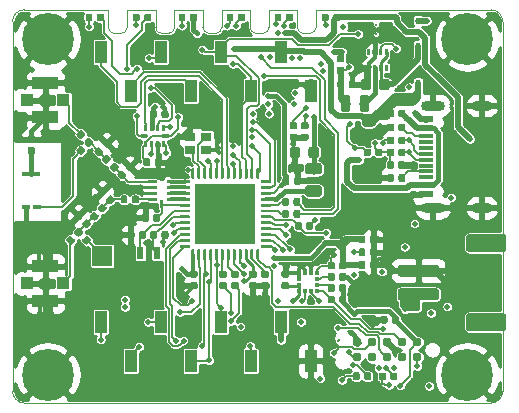
<source format=gbr>
G04 #@! TF.GenerationSoftware,KiCad,Pcbnew,(5.0.0)*
G04 #@! TF.CreationDate,2020-08-24T16:31:51+08:00*
G04 #@! TF.ProjectId,LeashPCB,4C656173685043422E6B696361645F70,B*
G04 #@! TF.SameCoordinates,Original*
G04 #@! TF.FileFunction,Copper,L1,Top,Signal*
G04 #@! TF.FilePolarity,Positive*
%FSLAX46Y46*%
G04 Gerber Fmt 4.6, Leading zero omitted, Abs format (unit mm)*
G04 Created by KiCad (PCBNEW (5.0.0)) date 08/24/20 16:31:51*
%MOMM*%
%LPD*%
G01*
G04 APERTURE LIST*
G04 #@! TA.AperFunction,NonConductor*
%ADD10C,0.025400*%
G04 #@! TD*
G04 #@! TA.AperFunction,SMDPad,CuDef*
%ADD11R,0.350000X0.375000*%
G04 #@! TD*
G04 #@! TA.AperFunction,SMDPad,CuDef*
%ADD12R,0.375000X0.350000*%
G04 #@! TD*
G04 #@! TA.AperFunction,Conductor*
%ADD13C,0.100000*%
G04 #@! TD*
G04 #@! TA.AperFunction,SMDPad,CuDef*
%ADD14C,0.590000*%
G04 #@! TD*
G04 #@! TA.AperFunction,ComponentPad*
%ADD15R,1.700000X1.700000*%
G04 #@! TD*
G04 #@! TA.AperFunction,SMDPad,CuDef*
%ADD16R,2.200000X1.050000*%
G04 #@! TD*
G04 #@! TA.AperFunction,SMDPad,CuDef*
%ADD17R,1.050000X1.000000*%
G04 #@! TD*
G04 #@! TA.AperFunction,SMDPad,CuDef*
%ADD18C,0.875000*%
G04 #@! TD*
G04 #@! TA.AperFunction,SMDPad,CuDef*
%ADD19C,0.800000*%
G04 #@! TD*
G04 #@! TA.AperFunction,SMDPad,CuDef*
%ADD20C,0.300000*%
G04 #@! TD*
G04 #@! TA.AperFunction,SMDPad,CuDef*
%ADD21C,0.250000*%
G04 #@! TD*
G04 #@! TA.AperFunction,SMDPad,CuDef*
%ADD22R,1.160000X0.600000*%
G04 #@! TD*
G04 #@! TA.AperFunction,SMDPad,CuDef*
%ADD23R,1.160000X0.300000*%
G04 #@! TD*
G04 #@! TA.AperFunction,ComponentPad*
%ADD24O,1.700000X0.900000*%
G04 #@! TD*
G04 #@! TA.AperFunction,ComponentPad*
%ADD25O,2.000000X0.900000*%
G04 #@! TD*
G04 #@! TA.AperFunction,SMDPad,CuDef*
%ADD26R,0.450000X0.600000*%
G04 #@! TD*
G04 #@! TA.AperFunction,SMDPad,CuDef*
%ADD27R,0.600000X1.100000*%
G04 #@! TD*
G04 #@! TA.AperFunction,SMDPad,CuDef*
%ADD28R,1.000000X1.900000*%
G04 #@! TD*
G04 #@! TA.AperFunction,ComponentPad*
%ADD29C,0.200000*%
G04 #@! TD*
G04 #@! TA.AperFunction,SMDPad,CuDef*
%ADD30R,5.150000X5.150000*%
G04 #@! TD*
G04 #@! TA.AperFunction,BGAPad,CuDef*
%ADD31C,0.787400*%
G04 #@! TD*
G04 #@! TA.AperFunction,SMDPad,CuDef*
%ADD32C,1.500000*%
G04 #@! TD*
G04 #@! TA.AperFunction,SMDPad,CuDef*
%ADD33C,1.000000*%
G04 #@! TD*
G04 #@! TA.AperFunction,SMDPad,CuDef*
%ADD34R,1.600000X0.350000*%
G04 #@! TD*
G04 #@! TA.AperFunction,SMDPad,CuDef*
%ADD35R,0.650000X0.350000*%
G04 #@! TD*
G04 #@! TA.AperFunction,ComponentPad*
%ADD36C,0.700000*%
G04 #@! TD*
G04 #@! TA.AperFunction,ComponentPad*
%ADD37C,4.400000*%
G04 #@! TD*
G04 #@! TA.AperFunction,SMDPad,CuDef*
%ADD38C,0.975000*%
G04 #@! TD*
G04 #@! TA.AperFunction,SMDPad,CuDef*
%ADD39R,0.900000X0.800000*%
G04 #@! TD*
G04 #@! TA.AperFunction,ViaPad*
%ADD40C,0.500000*%
G04 #@! TD*
G04 #@! TA.AperFunction,Conductor*
%ADD41C,0.127000*%
G04 #@! TD*
G04 #@! TA.AperFunction,Conductor*
%ADD42C,0.150000*%
G04 #@! TD*
G04 #@! TA.AperFunction,Conductor*
%ADD43C,0.300000*%
G04 #@! TD*
G04 #@! TA.AperFunction,Conductor*
%ADD44C,0.500000*%
G04 #@! TD*
G04 #@! TA.AperFunction,Conductor*
%ADD45C,0.400000*%
G04 #@! TD*
G04 #@! TA.AperFunction,Conductor*
%ADD46C,0.250000*%
G04 #@! TD*
G04 #@! TA.AperFunction,Conductor*
%ADD47C,0.200000*%
G04 #@! TD*
G04 #@! TA.AperFunction,Conductor*
%ADD48C,0.254000*%
G04 #@! TD*
G04 APERTURE END LIST*
D10*
X41500007Y1000000D02*
X41500007Y32300000D01*
X24114006Y33300010D02*
X21714004Y33300010D01*
X12113998Y33300010D02*
X9714004Y33300010D01*
X16114006Y33300010D02*
X13714004Y33300010D01*
X20114006Y33300010D02*
X17714004Y33300010D01*
X0Y32300009D02*
G75*
G02X999999Y33300010I1000000J1D01*
G01*
X1000000Y0D02*
G75*
G02X0Y1000000I0J1000000D01*
G01*
X25714004Y31800010D02*
G75*
G02X25214004Y31300010I-500000J0D01*
G01*
X24614006Y31300010D02*
G75*
G02X24114006Y31800010I0J500000D01*
G01*
X21714004Y31800010D02*
G75*
G02X21214004Y31300010I-500000J0D01*
G01*
X20614006Y31300010D02*
G75*
G02X20114006Y31800010I0J500000D01*
G01*
X17714004Y31800010D02*
G75*
G02X17214004Y31300010I-500000J0D01*
G01*
X9714004Y31800010D02*
G75*
G02X9214004Y31300010I-500000J0D01*
G01*
X8614006Y31300010D02*
G75*
G02X8114006Y31800010I0J500000D01*
G01*
X41500007Y1000000D02*
G75*
G02X40500007Y0I-1000000J0D01*
G01*
X40500007Y33300010D02*
G75*
G02X41500007Y32300000I0J-1000000D01*
G01*
X12613998Y31300010D02*
G75*
G02X12113998Y31800010I0J500000D01*
G01*
X13714004Y31800010D02*
G75*
G02X13214004Y31300010I-500000J0D01*
G01*
X16614006Y31300010D02*
G75*
G02X16114006Y31800010I0J500000D01*
G01*
X25714004Y31800010D02*
X25714004Y33300010D01*
X24114006Y33300010D02*
X24114006Y31800010D01*
X21714004Y31800010D02*
X21714004Y33300010D01*
X20614006Y31300010D02*
X21214004Y31300010D01*
X20114006Y33300010D02*
X20114006Y31800010D01*
X17714004Y31800010D02*
X17714004Y33300010D01*
X16114006Y33300010D02*
X16114006Y31800010D01*
X40500007Y33300010D02*
X25714004Y33300010D01*
X8113998Y33300010D02*
X1000000Y33300010D01*
X24614006Y31300010D02*
X25214004Y31300010D01*
X8113998Y33300010D02*
X8113998Y31800010D01*
X8614006Y31300010D02*
X9214004Y31300010D01*
X9714004Y31800010D02*
X9714004Y33300010D01*
X16614006Y31300010D02*
X17214004Y31300010D01*
X13714004Y31800010D02*
X13714004Y33300010D01*
X12613998Y31300010D02*
X13214004Y31300010D01*
X1000000Y0D02*
X40500007Y0D01*
X0Y32300010D02*
X0Y1000000D01*
X12113998Y33300010D02*
X12113998Y31800010D01*
D11*
G04 #@! TO.P,U9,12*
G04 #@! TO.N,INT_LIS2DE12_1*
X25244005Y9473105D03*
G04 #@! TO.P,U9,11*
G04 #@! TO.N,INT_LIS2DE12_2*
X24744005Y9473105D03*
G04 #@! TO.P,U9,6*
G04 #@! TO.N,GND*
X24744005Y10998105D03*
G04 #@! TO.P,U9,5*
X25244005Y10998105D03*
D12*
G04 #@! TO.P,U9,10*
G04 #@! TO.N,3V3*
X24231505Y9485605D03*
G04 #@! TO.P,U9,1*
G04 #@! TO.N,SCL*
X25756505Y9485605D03*
G04 #@! TO.P,U9,7*
G04 #@! TO.N,GND*
X24231505Y10985605D03*
G04 #@! TO.P,U9,4*
G04 #@! TO.N,SDA*
X25756505Y10985605D03*
G04 #@! TO.P,U9,8*
G04 #@! TO.N,GND*
X24231505Y10485605D03*
G04 #@! TO.P,U9,9*
G04 #@! TO.N,3V3*
X24231505Y9985605D03*
G04 #@! TO.P,U9,3*
G04 #@! TO.N,Net-(R54-Pad1)*
X25756505Y10485605D03*
G04 #@! TO.P,U9,2*
G04 #@! TO.N,Net-(R53-Pad2)*
X25756505Y9985605D03*
G04 #@! TD*
D13*
G04 #@! TO.N,GND*
G04 #@! TO.C,C14*
G36*
X28921958Y27294290D02*
X28936276Y27292166D01*
X28950317Y27288649D01*
X28963946Y27283772D01*
X28977031Y27277583D01*
X28989447Y27270142D01*
X29001073Y27261519D01*
X29011798Y27251798D01*
X29021519Y27241073D01*
X29030142Y27229447D01*
X29037583Y27217031D01*
X29043772Y27203946D01*
X29048649Y27190317D01*
X29052166Y27176276D01*
X29054290Y27161958D01*
X29055000Y27147500D01*
X29055000Y26802500D01*
X29054290Y26788042D01*
X29052166Y26773724D01*
X29048649Y26759683D01*
X29043772Y26746054D01*
X29037583Y26732969D01*
X29030142Y26720553D01*
X29021519Y26708927D01*
X29011798Y26698202D01*
X29001073Y26688481D01*
X28989447Y26679858D01*
X28977031Y26672417D01*
X28963946Y26666228D01*
X28950317Y26661351D01*
X28936276Y26657834D01*
X28921958Y26655710D01*
X28907500Y26655000D01*
X28612500Y26655000D01*
X28598042Y26655710D01*
X28583724Y26657834D01*
X28569683Y26661351D01*
X28556054Y26666228D01*
X28542969Y26672417D01*
X28530553Y26679858D01*
X28518927Y26688481D01*
X28508202Y26698202D01*
X28498481Y26708927D01*
X28489858Y26720553D01*
X28482417Y26732969D01*
X28476228Y26746054D01*
X28471351Y26759683D01*
X28467834Y26773724D01*
X28465710Y26788042D01*
X28465000Y26802500D01*
X28465000Y27147500D01*
X28465710Y27161958D01*
X28467834Y27176276D01*
X28471351Y27190317D01*
X28476228Y27203946D01*
X28482417Y27217031D01*
X28489858Y27229447D01*
X28498481Y27241073D01*
X28508202Y27251798D01*
X28518927Y27261519D01*
X28530553Y27270142D01*
X28542969Y27277583D01*
X28556054Y27283772D01*
X28569683Y27288649D01*
X28583724Y27292166D01*
X28598042Y27294290D01*
X28612500Y27295000D01*
X28907500Y27295000D01*
X28921958Y27294290D01*
X28921958Y27294290D01*
G37*
D14*
G04 #@! TD*
G04 #@! TO.P,C14,2*
G04 #@! TO.N,GND*
X28760000Y26975000D03*
D13*
G04 #@! TO.N,/Boost Converters/3V3_BUCK_VOUT*
G04 #@! TO.C,C14*
G36*
X27951958Y27294290D02*
X27966276Y27292166D01*
X27980317Y27288649D01*
X27993946Y27283772D01*
X28007031Y27277583D01*
X28019447Y27270142D01*
X28031073Y27261519D01*
X28041798Y27251798D01*
X28051519Y27241073D01*
X28060142Y27229447D01*
X28067583Y27217031D01*
X28073772Y27203946D01*
X28078649Y27190317D01*
X28082166Y27176276D01*
X28084290Y27161958D01*
X28085000Y27147500D01*
X28085000Y26802500D01*
X28084290Y26788042D01*
X28082166Y26773724D01*
X28078649Y26759683D01*
X28073772Y26746054D01*
X28067583Y26732969D01*
X28060142Y26720553D01*
X28051519Y26708927D01*
X28041798Y26698202D01*
X28031073Y26688481D01*
X28019447Y26679858D01*
X28007031Y26672417D01*
X27993946Y26666228D01*
X27980317Y26661351D01*
X27966276Y26657834D01*
X27951958Y26655710D01*
X27937500Y26655000D01*
X27642500Y26655000D01*
X27628042Y26655710D01*
X27613724Y26657834D01*
X27599683Y26661351D01*
X27586054Y26666228D01*
X27572969Y26672417D01*
X27560553Y26679858D01*
X27548927Y26688481D01*
X27538202Y26698202D01*
X27528481Y26708927D01*
X27519858Y26720553D01*
X27512417Y26732969D01*
X27506228Y26746054D01*
X27501351Y26759683D01*
X27497834Y26773724D01*
X27495710Y26788042D01*
X27495000Y26802500D01*
X27495000Y27147500D01*
X27495710Y27161958D01*
X27497834Y27176276D01*
X27501351Y27190317D01*
X27506228Y27203946D01*
X27512417Y27217031D01*
X27519858Y27229447D01*
X27528481Y27241073D01*
X27538202Y27251798D01*
X27548927Y27261519D01*
X27560553Y27270142D01*
X27572969Y27277583D01*
X27586054Y27283772D01*
X27599683Y27288649D01*
X27613724Y27292166D01*
X27628042Y27294290D01*
X27642500Y27295000D01*
X27937500Y27295000D01*
X27951958Y27294290D01*
X27951958Y27294290D01*
G37*
D14*
G04 #@! TD*
G04 #@! TO.P,C14,1*
G04 #@! TO.N,/Boost Converters/3V3_BUCK_VOUT*
X27790000Y26975000D03*
D15*
G04 #@! TO.P,AE2,1*
G04 #@! TO.N,Net-(AE2-Pad1)*
X7600000Y12450000D03*
G04 #@! TD*
D16*
G04 #@! TO.P,J6,4*
G04 #@! TO.N,GND*
X2785005Y24175000D03*
D17*
G04 #@! TO.P,J6,3*
X1260005Y25650000D03*
D16*
G04 #@! TO.P,J6,2*
X2785005Y27125000D03*
D17*
G04 #@! TO.P,J6,1*
G04 #@! TO.N,Net-(C33-Pad2)*
X4310005Y25650000D03*
G04 #@! TD*
D13*
G04 #@! TO.N,V_ALT*
G04 #@! TO.C,C12*
G36*
X31727691Y27448947D02*
X31748926Y27445797D01*
X31769750Y27440581D01*
X31789962Y27433349D01*
X31809368Y27424170D01*
X31827781Y27413134D01*
X31845024Y27400346D01*
X31860930Y27385930D01*
X31875346Y27370024D01*
X31888134Y27352781D01*
X31899170Y27334368D01*
X31908349Y27314962D01*
X31915581Y27294750D01*
X31920797Y27273926D01*
X31923947Y27252691D01*
X31925000Y27231250D01*
X31925000Y26718750D01*
X31923947Y26697309D01*
X31920797Y26676074D01*
X31915581Y26655250D01*
X31908349Y26635038D01*
X31899170Y26615632D01*
X31888134Y26597219D01*
X31875346Y26579976D01*
X31860930Y26564070D01*
X31845024Y26549654D01*
X31827781Y26536866D01*
X31809368Y26525830D01*
X31789962Y26516651D01*
X31769750Y26509419D01*
X31748926Y26504203D01*
X31727691Y26501053D01*
X31706250Y26500000D01*
X31268750Y26500000D01*
X31247309Y26501053D01*
X31226074Y26504203D01*
X31205250Y26509419D01*
X31185038Y26516651D01*
X31165632Y26525830D01*
X31147219Y26536866D01*
X31129976Y26549654D01*
X31114070Y26564070D01*
X31099654Y26579976D01*
X31086866Y26597219D01*
X31075830Y26615632D01*
X31066651Y26635038D01*
X31059419Y26655250D01*
X31054203Y26676074D01*
X31051053Y26697309D01*
X31050000Y26718750D01*
X31050000Y27231250D01*
X31051053Y27252691D01*
X31054203Y27273926D01*
X31059419Y27294750D01*
X31066651Y27314962D01*
X31075830Y27334368D01*
X31086866Y27352781D01*
X31099654Y27370024D01*
X31114070Y27385930D01*
X31129976Y27400346D01*
X31147219Y27413134D01*
X31165632Y27424170D01*
X31185038Y27433349D01*
X31205250Y27440581D01*
X31226074Y27445797D01*
X31247309Y27448947D01*
X31268750Y27450000D01*
X31706250Y27450000D01*
X31727691Y27448947D01*
X31727691Y27448947D01*
G37*
D18*
G04 #@! TD*
G04 #@! TO.P,C12,1*
G04 #@! TO.N,V_ALT*
X31487500Y26975000D03*
D13*
G04 #@! TO.N,GND*
G04 #@! TO.C,C12*
G36*
X30152691Y27448947D02*
X30173926Y27445797D01*
X30194750Y27440581D01*
X30214962Y27433349D01*
X30234368Y27424170D01*
X30252781Y27413134D01*
X30270024Y27400346D01*
X30285930Y27385930D01*
X30300346Y27370024D01*
X30313134Y27352781D01*
X30324170Y27334368D01*
X30333349Y27314962D01*
X30340581Y27294750D01*
X30345797Y27273926D01*
X30348947Y27252691D01*
X30350000Y27231250D01*
X30350000Y26718750D01*
X30348947Y26697309D01*
X30345797Y26676074D01*
X30340581Y26655250D01*
X30333349Y26635038D01*
X30324170Y26615632D01*
X30313134Y26597219D01*
X30300346Y26579976D01*
X30285930Y26564070D01*
X30270024Y26549654D01*
X30252781Y26536866D01*
X30234368Y26525830D01*
X30214962Y26516651D01*
X30194750Y26509419D01*
X30173926Y26504203D01*
X30152691Y26501053D01*
X30131250Y26500000D01*
X29693750Y26500000D01*
X29672309Y26501053D01*
X29651074Y26504203D01*
X29630250Y26509419D01*
X29610038Y26516651D01*
X29590632Y26525830D01*
X29572219Y26536866D01*
X29554976Y26549654D01*
X29539070Y26564070D01*
X29524654Y26579976D01*
X29511866Y26597219D01*
X29500830Y26615632D01*
X29491651Y26635038D01*
X29484419Y26655250D01*
X29479203Y26676074D01*
X29476053Y26697309D01*
X29475000Y26718750D01*
X29475000Y27231250D01*
X29476053Y27252691D01*
X29479203Y27273926D01*
X29484419Y27294750D01*
X29491651Y27314962D01*
X29500830Y27334368D01*
X29511866Y27352781D01*
X29524654Y27370024D01*
X29539070Y27385930D01*
X29554976Y27400346D01*
X29572219Y27413134D01*
X29590632Y27424170D01*
X29610038Y27433349D01*
X29630250Y27440581D01*
X29651074Y27445797D01*
X29672309Y27448947D01*
X29693750Y27450000D01*
X30131250Y27450000D01*
X30152691Y27448947D01*
X30152691Y27448947D01*
G37*
D18*
G04 #@! TD*
G04 #@! TO.P,C12,2*
G04 #@! TO.N,GND*
X29912500Y26975000D03*
D13*
G04 #@! TO.N,Net-(L2-Pad1)*
G04 #@! TO.C,L2*
G36*
X30019603Y26049037D02*
X30039018Y26046157D01*
X30058057Y26041388D01*
X30076537Y26034776D01*
X30094279Y26026384D01*
X30111114Y26016294D01*
X30126879Y26004602D01*
X30141421Y25991421D01*
X30154602Y25976879D01*
X30166294Y25961114D01*
X30176384Y25944279D01*
X30184776Y25926537D01*
X30191388Y25908057D01*
X30196157Y25889018D01*
X30199037Y25869603D01*
X30200000Y25850000D01*
X30200000Y24850000D01*
X30199037Y24830397D01*
X30196157Y24810982D01*
X30191388Y24791943D01*
X30184776Y24773463D01*
X30176384Y24755721D01*
X30166294Y24738886D01*
X30154602Y24723121D01*
X30141421Y24708579D01*
X30126879Y24695398D01*
X30111114Y24683706D01*
X30094279Y24673616D01*
X30076537Y24665224D01*
X30058057Y24658612D01*
X30039018Y24653843D01*
X30019603Y24650963D01*
X30000000Y24650000D01*
X29600000Y24650000D01*
X29580397Y24650963D01*
X29560982Y24653843D01*
X29541943Y24658612D01*
X29523463Y24665224D01*
X29505721Y24673616D01*
X29488886Y24683706D01*
X29473121Y24695398D01*
X29458579Y24708579D01*
X29445398Y24723121D01*
X29433706Y24738886D01*
X29423616Y24755721D01*
X29415224Y24773463D01*
X29408612Y24791943D01*
X29403843Y24810982D01*
X29400963Y24830397D01*
X29400000Y24850000D01*
X29400000Y25850000D01*
X29400963Y25869603D01*
X29403843Y25889018D01*
X29408612Y25908057D01*
X29415224Y25926537D01*
X29423616Y25944279D01*
X29433706Y25961114D01*
X29445398Y25976879D01*
X29458579Y25991421D01*
X29473121Y26004602D01*
X29488886Y26016294D01*
X29505721Y26026384D01*
X29523463Y26034776D01*
X29541943Y26041388D01*
X29560982Y26046157D01*
X29580397Y26049037D01*
X29600000Y26050000D01*
X30000000Y26050000D01*
X30019603Y26049037D01*
X30019603Y26049037D01*
G37*
D19*
G04 #@! TD*
G04 #@! TO.P,L2,1*
G04 #@! TO.N,Net-(L2-Pad1)*
X29800000Y25350000D03*
D13*
G04 #@! TO.N,/Boost Converters/3V3_BUCK_VOUT*
G04 #@! TO.C,L2*
G36*
X28419603Y26049037D02*
X28439018Y26046157D01*
X28458057Y26041388D01*
X28476537Y26034776D01*
X28494279Y26026384D01*
X28511114Y26016294D01*
X28526879Y26004602D01*
X28541421Y25991421D01*
X28554602Y25976879D01*
X28566294Y25961114D01*
X28576384Y25944279D01*
X28584776Y25926537D01*
X28591388Y25908057D01*
X28596157Y25889018D01*
X28599037Y25869603D01*
X28600000Y25850000D01*
X28600000Y24850000D01*
X28599037Y24830397D01*
X28596157Y24810982D01*
X28591388Y24791943D01*
X28584776Y24773463D01*
X28576384Y24755721D01*
X28566294Y24738886D01*
X28554602Y24723121D01*
X28541421Y24708579D01*
X28526879Y24695398D01*
X28511114Y24683706D01*
X28494279Y24673616D01*
X28476537Y24665224D01*
X28458057Y24658612D01*
X28439018Y24653843D01*
X28419603Y24650963D01*
X28400000Y24650000D01*
X28000000Y24650000D01*
X27980397Y24650963D01*
X27960982Y24653843D01*
X27941943Y24658612D01*
X27923463Y24665224D01*
X27905721Y24673616D01*
X27888886Y24683706D01*
X27873121Y24695398D01*
X27858579Y24708579D01*
X27845398Y24723121D01*
X27833706Y24738886D01*
X27823616Y24755721D01*
X27815224Y24773463D01*
X27808612Y24791943D01*
X27803843Y24810982D01*
X27800963Y24830397D01*
X27800000Y24850000D01*
X27800000Y25850000D01*
X27800963Y25869603D01*
X27803843Y25889018D01*
X27808612Y25908057D01*
X27815224Y25926537D01*
X27823616Y25944279D01*
X27833706Y25961114D01*
X27845398Y25976879D01*
X27858579Y25991421D01*
X27873121Y26004602D01*
X27888886Y26016294D01*
X27905721Y26026384D01*
X27923463Y26034776D01*
X27941943Y26041388D01*
X27960982Y26046157D01*
X27980397Y26049037D01*
X28000000Y26050000D01*
X28400000Y26050000D01*
X28419603Y26049037D01*
X28419603Y26049037D01*
G37*
D19*
G04 #@! TD*
G04 #@! TO.P,L2,2*
G04 #@! TO.N,/Boost Converters/3V3_BUCK_VOUT*
X28200000Y25350000D03*
D13*
G04 #@! TO.N,Net-(R39-Pad2)*
G04 #@! TO.C,U5*
G36*
X11372356Y22749639D02*
X11379637Y22748559D01*
X11386776Y22746771D01*
X11393706Y22744291D01*
X11400360Y22741144D01*
X11406673Y22737360D01*
X11412584Y22732976D01*
X11418038Y22728033D01*
X11422981Y22722579D01*
X11427365Y22716668D01*
X11431149Y22710355D01*
X11434296Y22703701D01*
X11436776Y22696771D01*
X11438564Y22689632D01*
X11439644Y22682351D01*
X11440005Y22675000D01*
X11440005Y22525000D01*
X11439644Y22517649D01*
X11438564Y22510368D01*
X11436776Y22503229D01*
X11434296Y22496299D01*
X11431149Y22489645D01*
X11427365Y22483332D01*
X11422981Y22477421D01*
X11418038Y22471967D01*
X11412584Y22467024D01*
X11406673Y22462640D01*
X11400360Y22458856D01*
X11393706Y22455709D01*
X11386776Y22453229D01*
X11379637Y22451441D01*
X11372356Y22450361D01*
X11365005Y22450000D01*
X10915005Y22450000D01*
X10907654Y22450361D01*
X10900373Y22451441D01*
X10893234Y22453229D01*
X10886304Y22455709D01*
X10879650Y22458856D01*
X10873337Y22462640D01*
X10867426Y22467024D01*
X10861972Y22471967D01*
X10857029Y22477421D01*
X10852645Y22483332D01*
X10848861Y22489645D01*
X10845714Y22496299D01*
X10843234Y22503229D01*
X10841446Y22510368D01*
X10840366Y22517649D01*
X10840005Y22525000D01*
X10840005Y22675000D01*
X10840366Y22682351D01*
X10841446Y22689632D01*
X10843234Y22696771D01*
X10845714Y22703701D01*
X10848861Y22710355D01*
X10852645Y22716668D01*
X10857029Y22722579D01*
X10861972Y22728033D01*
X10867426Y22732976D01*
X10873337Y22737360D01*
X10879650Y22741144D01*
X10886304Y22744291D01*
X10893234Y22746771D01*
X10900373Y22748559D01*
X10907654Y22749639D01*
X10915005Y22750000D01*
X11365005Y22750000D01*
X11372356Y22749639D01*
X11372356Y22749639D01*
G37*
D20*
G04 #@! TD*
G04 #@! TO.P,U5,10*
G04 #@! TO.N,Net-(R39-Pad2)*
X11140005Y22600000D03*
D13*
G04 #@! TO.N,CC1352_RX_MB1_TX*
G04 #@! TO.C,U5*
G36*
X11358631Y23549699D02*
X11364698Y23548799D01*
X11370648Y23547309D01*
X11376423Y23545242D01*
X11381967Y23542620D01*
X11387228Y23539467D01*
X11392155Y23535813D01*
X11396699Y23531694D01*
X11400818Y23527150D01*
X11404472Y23522223D01*
X11407625Y23516962D01*
X11410247Y23511418D01*
X11412314Y23505643D01*
X11413804Y23499693D01*
X11414704Y23493626D01*
X11415005Y23487500D01*
X11415005Y23062500D01*
X11414704Y23056374D01*
X11413804Y23050307D01*
X11412314Y23044357D01*
X11410247Y23038582D01*
X11407625Y23033038D01*
X11404472Y23027777D01*
X11400818Y23022850D01*
X11396699Y23018306D01*
X11392155Y23014187D01*
X11387228Y23010533D01*
X11381967Y23007380D01*
X11376423Y23004758D01*
X11370648Y23002691D01*
X11364698Y23001201D01*
X11358631Y23000301D01*
X11352505Y23000000D01*
X11227505Y23000000D01*
X11221379Y23000301D01*
X11215312Y23001201D01*
X11209362Y23002691D01*
X11203587Y23004758D01*
X11198043Y23007380D01*
X11192782Y23010533D01*
X11187855Y23014187D01*
X11183311Y23018306D01*
X11179192Y23022850D01*
X11175538Y23027777D01*
X11172385Y23033038D01*
X11169763Y23038582D01*
X11167696Y23044357D01*
X11166206Y23050307D01*
X11165306Y23056374D01*
X11165005Y23062500D01*
X11165005Y23487500D01*
X11165306Y23493626D01*
X11166206Y23499693D01*
X11167696Y23505643D01*
X11169763Y23511418D01*
X11172385Y23516962D01*
X11175538Y23522223D01*
X11179192Y23527150D01*
X11183311Y23531694D01*
X11187855Y23535813D01*
X11192782Y23539467D01*
X11198043Y23542620D01*
X11203587Y23545242D01*
X11209362Y23547309D01*
X11215312Y23548799D01*
X11221379Y23549699D01*
X11227505Y23550000D01*
X11352505Y23550000D01*
X11358631Y23549699D01*
X11358631Y23549699D01*
G37*
D21*
G04 #@! TD*
G04 #@! TO.P,U5,9*
G04 #@! TO.N,CC1352_RX_MB1_TX*
X11290005Y23275000D03*
D13*
G04 #@! TO.N,VDDS*
G04 #@! TO.C,U5*
G36*
X11858631Y23549699D02*
X11864698Y23548799D01*
X11870648Y23547309D01*
X11876423Y23545242D01*
X11881967Y23542620D01*
X11887228Y23539467D01*
X11892155Y23535813D01*
X11896699Y23531694D01*
X11900818Y23527150D01*
X11904472Y23522223D01*
X11907625Y23516962D01*
X11910247Y23511418D01*
X11912314Y23505643D01*
X11913804Y23499693D01*
X11914704Y23493626D01*
X11915005Y23487500D01*
X11915005Y23062500D01*
X11914704Y23056374D01*
X11913804Y23050307D01*
X11912314Y23044357D01*
X11910247Y23038582D01*
X11907625Y23033038D01*
X11904472Y23027777D01*
X11900818Y23022850D01*
X11896699Y23018306D01*
X11892155Y23014187D01*
X11887228Y23010533D01*
X11881967Y23007380D01*
X11876423Y23004758D01*
X11870648Y23002691D01*
X11864698Y23001201D01*
X11858631Y23000301D01*
X11852505Y23000000D01*
X11727505Y23000000D01*
X11721379Y23000301D01*
X11715312Y23001201D01*
X11709362Y23002691D01*
X11703587Y23004758D01*
X11698043Y23007380D01*
X11692782Y23010533D01*
X11687855Y23014187D01*
X11683311Y23018306D01*
X11679192Y23022850D01*
X11675538Y23027777D01*
X11672385Y23033038D01*
X11669763Y23038582D01*
X11667696Y23044357D01*
X11666206Y23050307D01*
X11665306Y23056374D01*
X11665005Y23062500D01*
X11665005Y23487500D01*
X11665306Y23493626D01*
X11666206Y23499693D01*
X11667696Y23505643D01*
X11669763Y23511418D01*
X11672385Y23516962D01*
X11675538Y23522223D01*
X11679192Y23527150D01*
X11683311Y23531694D01*
X11687855Y23535813D01*
X11692782Y23539467D01*
X11698043Y23542620D01*
X11703587Y23545242D01*
X11709362Y23547309D01*
X11715312Y23548799D01*
X11721379Y23549699D01*
X11727505Y23550000D01*
X11852505Y23550000D01*
X11858631Y23549699D01*
X11858631Y23549699D01*
G37*
D21*
G04 #@! TD*
G04 #@! TO.P,U5,8*
G04 #@! TO.N,VDDS*
X11790005Y23275000D03*
D13*
G04 #@! TO.N,CC1352_TX_MB1_RX*
G04 #@! TO.C,U5*
G36*
X12358631Y23549699D02*
X12364698Y23548799D01*
X12370648Y23547309D01*
X12376423Y23545242D01*
X12381967Y23542620D01*
X12387228Y23539467D01*
X12392155Y23535813D01*
X12396699Y23531694D01*
X12400818Y23527150D01*
X12404472Y23522223D01*
X12407625Y23516962D01*
X12410247Y23511418D01*
X12412314Y23505643D01*
X12413804Y23499693D01*
X12414704Y23493626D01*
X12415005Y23487500D01*
X12415005Y23062500D01*
X12414704Y23056374D01*
X12413804Y23050307D01*
X12412314Y23044357D01*
X12410247Y23038582D01*
X12407625Y23033038D01*
X12404472Y23027777D01*
X12400818Y23022850D01*
X12396699Y23018306D01*
X12392155Y23014187D01*
X12387228Y23010533D01*
X12381967Y23007380D01*
X12376423Y23004758D01*
X12370648Y23002691D01*
X12364698Y23001201D01*
X12358631Y23000301D01*
X12352505Y23000000D01*
X12227505Y23000000D01*
X12221379Y23000301D01*
X12215312Y23001201D01*
X12209362Y23002691D01*
X12203587Y23004758D01*
X12198043Y23007380D01*
X12192782Y23010533D01*
X12187855Y23014187D01*
X12183311Y23018306D01*
X12179192Y23022850D01*
X12175538Y23027777D01*
X12172385Y23033038D01*
X12169763Y23038582D01*
X12167696Y23044357D01*
X12166206Y23050307D01*
X12165306Y23056374D01*
X12165005Y23062500D01*
X12165005Y23487500D01*
X12165306Y23493626D01*
X12166206Y23499693D01*
X12167696Y23505643D01*
X12169763Y23511418D01*
X12172385Y23516962D01*
X12175538Y23522223D01*
X12179192Y23527150D01*
X12183311Y23531694D01*
X12187855Y23535813D01*
X12192782Y23539467D01*
X12198043Y23542620D01*
X12203587Y23545242D01*
X12209362Y23547309D01*
X12215312Y23548799D01*
X12221379Y23549699D01*
X12227505Y23550000D01*
X12352505Y23550000D01*
X12358631Y23549699D01*
X12358631Y23549699D01*
G37*
D21*
G04 #@! TD*
G04 #@! TO.P,U5,7*
G04 #@! TO.N,CC1352_TX_MB1_RX*
X12290005Y23275000D03*
D13*
G04 #@! TO.N,Net-(R40-Pad2)*
G04 #@! TO.C,U5*
G36*
X12858631Y23549699D02*
X12864698Y23548799D01*
X12870648Y23547309D01*
X12876423Y23545242D01*
X12881967Y23542620D01*
X12887228Y23539467D01*
X12892155Y23535813D01*
X12896699Y23531694D01*
X12900818Y23527150D01*
X12904472Y23522223D01*
X12907625Y23516962D01*
X12910247Y23511418D01*
X12912314Y23505643D01*
X12913804Y23499693D01*
X12914704Y23493626D01*
X12915005Y23487500D01*
X12915005Y23062500D01*
X12914704Y23056374D01*
X12913804Y23050307D01*
X12912314Y23044357D01*
X12910247Y23038582D01*
X12907625Y23033038D01*
X12904472Y23027777D01*
X12900818Y23022850D01*
X12896699Y23018306D01*
X12892155Y23014187D01*
X12887228Y23010533D01*
X12881967Y23007380D01*
X12876423Y23004758D01*
X12870648Y23002691D01*
X12864698Y23001201D01*
X12858631Y23000301D01*
X12852505Y23000000D01*
X12727505Y23000000D01*
X12721379Y23000301D01*
X12715312Y23001201D01*
X12709362Y23002691D01*
X12703587Y23004758D01*
X12698043Y23007380D01*
X12692782Y23010533D01*
X12687855Y23014187D01*
X12683311Y23018306D01*
X12679192Y23022850D01*
X12675538Y23027777D01*
X12672385Y23033038D01*
X12669763Y23038582D01*
X12667696Y23044357D01*
X12666206Y23050307D01*
X12665306Y23056374D01*
X12665005Y23062500D01*
X12665005Y23487500D01*
X12665306Y23493626D01*
X12666206Y23499693D01*
X12667696Y23505643D01*
X12669763Y23511418D01*
X12672385Y23516962D01*
X12675538Y23522223D01*
X12679192Y23527150D01*
X12683311Y23531694D01*
X12687855Y23535813D01*
X12692782Y23539467D01*
X12698043Y23542620D01*
X12703587Y23545242D01*
X12709362Y23547309D01*
X12715312Y23548799D01*
X12721379Y23549699D01*
X12727505Y23550000D01*
X12852505Y23550000D01*
X12858631Y23549699D01*
X12858631Y23549699D01*
G37*
D21*
G04 #@! TD*
G04 #@! TO.P,U5,6*
G04 #@! TO.N,Net-(R40-Pad2)*
X12790005Y23275000D03*
D13*
G04 #@! TO.N,MB1_CTRL*
G04 #@! TO.C,U5*
G36*
X13172356Y22749639D02*
X13179637Y22748559D01*
X13186776Y22746771D01*
X13193706Y22744291D01*
X13200360Y22741144D01*
X13206673Y22737360D01*
X13212584Y22732976D01*
X13218038Y22728033D01*
X13222981Y22722579D01*
X13227365Y22716668D01*
X13231149Y22710355D01*
X13234296Y22703701D01*
X13236776Y22696771D01*
X13238564Y22689632D01*
X13239644Y22682351D01*
X13240005Y22675000D01*
X13240005Y22525000D01*
X13239644Y22517649D01*
X13238564Y22510368D01*
X13236776Y22503229D01*
X13234296Y22496299D01*
X13231149Y22489645D01*
X13227365Y22483332D01*
X13222981Y22477421D01*
X13218038Y22471967D01*
X13212584Y22467024D01*
X13206673Y22462640D01*
X13200360Y22458856D01*
X13193706Y22455709D01*
X13186776Y22453229D01*
X13179637Y22451441D01*
X13172356Y22450361D01*
X13165005Y22450000D01*
X12715005Y22450000D01*
X12707654Y22450361D01*
X12700373Y22451441D01*
X12693234Y22453229D01*
X12686304Y22455709D01*
X12679650Y22458856D01*
X12673337Y22462640D01*
X12667426Y22467024D01*
X12661972Y22471967D01*
X12657029Y22477421D01*
X12652645Y22483332D01*
X12648861Y22489645D01*
X12645714Y22496299D01*
X12643234Y22503229D01*
X12641446Y22510368D01*
X12640366Y22517649D01*
X12640005Y22525000D01*
X12640005Y22675000D01*
X12640366Y22682351D01*
X12641446Y22689632D01*
X12643234Y22696771D01*
X12645714Y22703701D01*
X12648861Y22710355D01*
X12652645Y22716668D01*
X12657029Y22722579D01*
X12661972Y22728033D01*
X12667426Y22732976D01*
X12673337Y22737360D01*
X12679650Y22741144D01*
X12686304Y22744291D01*
X12693234Y22746771D01*
X12700373Y22748559D01*
X12707654Y22749639D01*
X12715005Y22750000D01*
X13165005Y22750000D01*
X13172356Y22749639D01*
X13172356Y22749639D01*
G37*
D20*
G04 #@! TD*
G04 #@! TO.P,U5,5*
G04 #@! TO.N,MB1_CTRL*
X12940005Y22600000D03*
D13*
G04 #@! TO.N,CC1352_TX_MSP430_RX*
G04 #@! TO.C,U5*
G36*
X12858631Y22199699D02*
X12864698Y22198799D01*
X12870648Y22197309D01*
X12876423Y22195242D01*
X12881967Y22192620D01*
X12887228Y22189467D01*
X12892155Y22185813D01*
X12896699Y22181694D01*
X12900818Y22177150D01*
X12904472Y22172223D01*
X12907625Y22166962D01*
X12910247Y22161418D01*
X12912314Y22155643D01*
X12913804Y22149693D01*
X12914704Y22143626D01*
X12915005Y22137500D01*
X12915005Y21712500D01*
X12914704Y21706374D01*
X12913804Y21700307D01*
X12912314Y21694357D01*
X12910247Y21688582D01*
X12907625Y21683038D01*
X12904472Y21677777D01*
X12900818Y21672850D01*
X12896699Y21668306D01*
X12892155Y21664187D01*
X12887228Y21660533D01*
X12881967Y21657380D01*
X12876423Y21654758D01*
X12870648Y21652691D01*
X12864698Y21651201D01*
X12858631Y21650301D01*
X12852505Y21650000D01*
X12727505Y21650000D01*
X12721379Y21650301D01*
X12715312Y21651201D01*
X12709362Y21652691D01*
X12703587Y21654758D01*
X12698043Y21657380D01*
X12692782Y21660533D01*
X12687855Y21664187D01*
X12683311Y21668306D01*
X12679192Y21672850D01*
X12675538Y21677777D01*
X12672385Y21683038D01*
X12669763Y21688582D01*
X12667696Y21694357D01*
X12666206Y21700307D01*
X12665306Y21706374D01*
X12665005Y21712500D01*
X12665005Y22137500D01*
X12665306Y22143626D01*
X12666206Y22149693D01*
X12667696Y22155643D01*
X12669763Y22161418D01*
X12672385Y22166962D01*
X12675538Y22172223D01*
X12679192Y22177150D01*
X12683311Y22181694D01*
X12687855Y22185813D01*
X12692782Y22189467D01*
X12698043Y22192620D01*
X12703587Y22195242D01*
X12709362Y22197309D01*
X12715312Y22198799D01*
X12721379Y22199699D01*
X12727505Y22200000D01*
X12852505Y22200000D01*
X12858631Y22199699D01*
X12858631Y22199699D01*
G37*
D21*
G04 #@! TD*
G04 #@! TO.P,U5,4*
G04 #@! TO.N,CC1352_TX_MSP430_RX*
X12790005Y21925000D03*
D13*
G04 #@! TO.N,GND*
G04 #@! TO.C,U5*
G36*
X12358631Y22199699D02*
X12364698Y22198799D01*
X12370648Y22197309D01*
X12376423Y22195242D01*
X12381967Y22192620D01*
X12387228Y22189467D01*
X12392155Y22185813D01*
X12396699Y22181694D01*
X12400818Y22177150D01*
X12404472Y22172223D01*
X12407625Y22166962D01*
X12410247Y22161418D01*
X12412314Y22155643D01*
X12413804Y22149693D01*
X12414704Y22143626D01*
X12415005Y22137500D01*
X12415005Y21712500D01*
X12414704Y21706374D01*
X12413804Y21700307D01*
X12412314Y21694357D01*
X12410247Y21688582D01*
X12407625Y21683038D01*
X12404472Y21677777D01*
X12400818Y21672850D01*
X12396699Y21668306D01*
X12392155Y21664187D01*
X12387228Y21660533D01*
X12381967Y21657380D01*
X12376423Y21654758D01*
X12370648Y21652691D01*
X12364698Y21651201D01*
X12358631Y21650301D01*
X12352505Y21650000D01*
X12227505Y21650000D01*
X12221379Y21650301D01*
X12215312Y21651201D01*
X12209362Y21652691D01*
X12203587Y21654758D01*
X12198043Y21657380D01*
X12192782Y21660533D01*
X12187855Y21664187D01*
X12183311Y21668306D01*
X12179192Y21672850D01*
X12175538Y21677777D01*
X12172385Y21683038D01*
X12169763Y21688582D01*
X12167696Y21694357D01*
X12166206Y21700307D01*
X12165306Y21706374D01*
X12165005Y21712500D01*
X12165005Y22137500D01*
X12165306Y22143626D01*
X12166206Y22149693D01*
X12167696Y22155643D01*
X12169763Y22161418D01*
X12172385Y22166962D01*
X12175538Y22172223D01*
X12179192Y22177150D01*
X12183311Y22181694D01*
X12187855Y22185813D01*
X12192782Y22189467D01*
X12198043Y22192620D01*
X12203587Y22195242D01*
X12209362Y22197309D01*
X12215312Y22198799D01*
X12221379Y22199699D01*
X12227505Y22200000D01*
X12352505Y22200000D01*
X12358631Y22199699D01*
X12358631Y22199699D01*
G37*
D21*
G04 #@! TD*
G04 #@! TO.P,U5,3*
G04 #@! TO.N,GND*
X12290005Y21925000D03*
D13*
G04 #@! TO.N,CC1352_RX_MSP430_TX*
G04 #@! TO.C,U5*
G36*
X11858631Y22199699D02*
X11864698Y22198799D01*
X11870648Y22197309D01*
X11876423Y22195242D01*
X11881967Y22192620D01*
X11887228Y22189467D01*
X11892155Y22185813D01*
X11896699Y22181694D01*
X11900818Y22177150D01*
X11904472Y22172223D01*
X11907625Y22166962D01*
X11910247Y22161418D01*
X11912314Y22155643D01*
X11913804Y22149693D01*
X11914704Y22143626D01*
X11915005Y22137500D01*
X11915005Y21712500D01*
X11914704Y21706374D01*
X11913804Y21700307D01*
X11912314Y21694357D01*
X11910247Y21688582D01*
X11907625Y21683038D01*
X11904472Y21677777D01*
X11900818Y21672850D01*
X11896699Y21668306D01*
X11892155Y21664187D01*
X11887228Y21660533D01*
X11881967Y21657380D01*
X11876423Y21654758D01*
X11870648Y21652691D01*
X11864698Y21651201D01*
X11858631Y21650301D01*
X11852505Y21650000D01*
X11727505Y21650000D01*
X11721379Y21650301D01*
X11715312Y21651201D01*
X11709362Y21652691D01*
X11703587Y21654758D01*
X11698043Y21657380D01*
X11692782Y21660533D01*
X11687855Y21664187D01*
X11683311Y21668306D01*
X11679192Y21672850D01*
X11675538Y21677777D01*
X11672385Y21683038D01*
X11669763Y21688582D01*
X11667696Y21694357D01*
X11666206Y21700307D01*
X11665306Y21706374D01*
X11665005Y21712500D01*
X11665005Y22137500D01*
X11665306Y22143626D01*
X11666206Y22149693D01*
X11667696Y22155643D01*
X11669763Y22161418D01*
X11672385Y22166962D01*
X11675538Y22172223D01*
X11679192Y22177150D01*
X11683311Y22181694D01*
X11687855Y22185813D01*
X11692782Y22189467D01*
X11698043Y22192620D01*
X11703587Y22195242D01*
X11709362Y22197309D01*
X11715312Y22198799D01*
X11721379Y22199699D01*
X11727505Y22200000D01*
X11852505Y22200000D01*
X11858631Y22199699D01*
X11858631Y22199699D01*
G37*
D21*
G04 #@! TD*
G04 #@! TO.P,U5,2*
G04 #@! TO.N,CC1352_RX_MSP430_TX*
X11790005Y21925000D03*
D13*
G04 #@! TO.N,MB1_CTRL*
G04 #@! TO.C,U5*
G36*
X11358631Y22199699D02*
X11364698Y22198799D01*
X11370648Y22197309D01*
X11376423Y22195242D01*
X11381967Y22192620D01*
X11387228Y22189467D01*
X11392155Y22185813D01*
X11396699Y22181694D01*
X11400818Y22177150D01*
X11404472Y22172223D01*
X11407625Y22166962D01*
X11410247Y22161418D01*
X11412314Y22155643D01*
X11413804Y22149693D01*
X11414704Y22143626D01*
X11415005Y22137500D01*
X11415005Y21712500D01*
X11414704Y21706374D01*
X11413804Y21700307D01*
X11412314Y21694357D01*
X11410247Y21688582D01*
X11407625Y21683038D01*
X11404472Y21677777D01*
X11400818Y21672850D01*
X11396699Y21668306D01*
X11392155Y21664187D01*
X11387228Y21660533D01*
X11381967Y21657380D01*
X11376423Y21654758D01*
X11370648Y21652691D01*
X11364698Y21651201D01*
X11358631Y21650301D01*
X11352505Y21650000D01*
X11227505Y21650000D01*
X11221379Y21650301D01*
X11215312Y21651201D01*
X11209362Y21652691D01*
X11203587Y21654758D01*
X11198043Y21657380D01*
X11192782Y21660533D01*
X11187855Y21664187D01*
X11183311Y21668306D01*
X11179192Y21672850D01*
X11175538Y21677777D01*
X11172385Y21683038D01*
X11169763Y21688582D01*
X11167696Y21694357D01*
X11166206Y21700307D01*
X11165306Y21706374D01*
X11165005Y21712500D01*
X11165005Y22137500D01*
X11165306Y22143626D01*
X11166206Y22149693D01*
X11167696Y22155643D01*
X11169763Y22161418D01*
X11172385Y22166962D01*
X11175538Y22172223D01*
X11179192Y22177150D01*
X11183311Y22181694D01*
X11187855Y22185813D01*
X11192782Y22189467D01*
X11198043Y22192620D01*
X11203587Y22195242D01*
X11209362Y22197309D01*
X11215312Y22198799D01*
X11221379Y22199699D01*
X11227505Y22200000D01*
X11352505Y22200000D01*
X11358631Y22199699D01*
X11358631Y22199699D01*
G37*
D21*
G04 #@! TD*
G04 #@! TO.P,U5,1*
G04 #@! TO.N,MB1_CTRL*
X11290005Y21925000D03*
D13*
G04 #@! TO.N,Net-(U3-Pad8)*
G04 #@! TO.C,U3*
G36*
X31754901Y28649759D02*
X31759755Y28649039D01*
X31764514Y28647847D01*
X31769134Y28646194D01*
X31773570Y28644096D01*
X31777779Y28641573D01*
X31781720Y28638651D01*
X31785355Y28635355D01*
X31788651Y28631720D01*
X31791573Y28627779D01*
X31794096Y28623570D01*
X31796194Y28619134D01*
X31797847Y28614514D01*
X31799039Y28609755D01*
X31799759Y28604901D01*
X31800000Y28600000D01*
X31800000Y28150000D01*
X31799759Y28145099D01*
X31799039Y28140245D01*
X31797847Y28135486D01*
X31796194Y28130866D01*
X31794096Y28126430D01*
X31791573Y28122221D01*
X31788651Y28118280D01*
X31785355Y28114645D01*
X31781720Y28111349D01*
X31777779Y28108427D01*
X31773570Y28105904D01*
X31769134Y28103806D01*
X31764514Y28102153D01*
X31759755Y28100961D01*
X31754901Y28100241D01*
X31750000Y28100000D01*
X31600000Y28100000D01*
X31595099Y28100241D01*
X31590245Y28100961D01*
X31585486Y28102153D01*
X31580866Y28103806D01*
X31576430Y28105904D01*
X31572221Y28108427D01*
X31568280Y28111349D01*
X31564645Y28114645D01*
X31561349Y28118280D01*
X31558427Y28122221D01*
X31555904Y28126430D01*
X31553806Y28130866D01*
X31552153Y28135486D01*
X31550961Y28140245D01*
X31550241Y28145099D01*
X31550000Y28150000D01*
X31550000Y28600000D01*
X31550241Y28604901D01*
X31550961Y28609755D01*
X31552153Y28614514D01*
X31553806Y28619134D01*
X31555904Y28623570D01*
X31558427Y28627779D01*
X31561349Y28631720D01*
X31564645Y28635355D01*
X31568280Y28638651D01*
X31572221Y28641573D01*
X31576430Y28644096D01*
X31580866Y28646194D01*
X31585486Y28647847D01*
X31590245Y28649039D01*
X31595099Y28649759D01*
X31600000Y28650000D01*
X31750000Y28650000D01*
X31754901Y28649759D01*
X31754901Y28649759D01*
G37*
D21*
G04 #@! TD*
G04 #@! TO.P,U3,8*
G04 #@! TO.N,Net-(U3-Pad8)*
X31675000Y28375000D03*
D13*
G04 #@! TO.N,V_ALT*
G04 #@! TO.C,U3*
G36*
X31254901Y28649759D02*
X31259755Y28649039D01*
X31264514Y28647847D01*
X31269134Y28646194D01*
X31273570Y28644096D01*
X31277779Y28641573D01*
X31281720Y28638651D01*
X31285355Y28635355D01*
X31288651Y28631720D01*
X31291573Y28627779D01*
X31294096Y28623570D01*
X31296194Y28619134D01*
X31297847Y28614514D01*
X31299039Y28609755D01*
X31299759Y28604901D01*
X31300000Y28600000D01*
X31300000Y28150000D01*
X31299759Y28145099D01*
X31299039Y28140245D01*
X31297847Y28135486D01*
X31296194Y28130866D01*
X31294096Y28126430D01*
X31291573Y28122221D01*
X31288651Y28118280D01*
X31285355Y28114645D01*
X31281720Y28111349D01*
X31277779Y28108427D01*
X31273570Y28105904D01*
X31269134Y28103806D01*
X31264514Y28102153D01*
X31259755Y28100961D01*
X31254901Y28100241D01*
X31250000Y28100000D01*
X31100000Y28100000D01*
X31095099Y28100241D01*
X31090245Y28100961D01*
X31085486Y28102153D01*
X31080866Y28103806D01*
X31076430Y28105904D01*
X31072221Y28108427D01*
X31068280Y28111349D01*
X31064645Y28114645D01*
X31061349Y28118280D01*
X31058427Y28122221D01*
X31055904Y28126430D01*
X31053806Y28130866D01*
X31052153Y28135486D01*
X31050961Y28140245D01*
X31050241Y28145099D01*
X31050000Y28150000D01*
X31050000Y28600000D01*
X31050241Y28604901D01*
X31050961Y28609755D01*
X31052153Y28614514D01*
X31053806Y28619134D01*
X31055904Y28623570D01*
X31058427Y28627779D01*
X31061349Y28631720D01*
X31064645Y28635355D01*
X31068280Y28638651D01*
X31072221Y28641573D01*
X31076430Y28644096D01*
X31080866Y28646194D01*
X31085486Y28647847D01*
X31090245Y28649039D01*
X31095099Y28649759D01*
X31100000Y28650000D01*
X31250000Y28650000D01*
X31254901Y28649759D01*
X31254901Y28649759D01*
G37*
D21*
G04 #@! TD*
G04 #@! TO.P,U3,7*
G04 #@! TO.N,V_ALT*
X31175000Y28375000D03*
D13*
G04 #@! TO.N,Net-(L2-Pad1)*
G04 #@! TO.C,U3*
G36*
X30754901Y28649759D02*
X30759755Y28649039D01*
X30764514Y28647847D01*
X30769134Y28646194D01*
X30773570Y28644096D01*
X30777779Y28641573D01*
X30781720Y28638651D01*
X30785355Y28635355D01*
X30788651Y28631720D01*
X30791573Y28627779D01*
X30794096Y28623570D01*
X30796194Y28619134D01*
X30797847Y28614514D01*
X30799039Y28609755D01*
X30799759Y28604901D01*
X30800000Y28600000D01*
X30800000Y28150000D01*
X30799759Y28145099D01*
X30799039Y28140245D01*
X30797847Y28135486D01*
X30796194Y28130866D01*
X30794096Y28126430D01*
X30791573Y28122221D01*
X30788651Y28118280D01*
X30785355Y28114645D01*
X30781720Y28111349D01*
X30777779Y28108427D01*
X30773570Y28105904D01*
X30769134Y28103806D01*
X30764514Y28102153D01*
X30759755Y28100961D01*
X30754901Y28100241D01*
X30750000Y28100000D01*
X30600000Y28100000D01*
X30595099Y28100241D01*
X30590245Y28100961D01*
X30585486Y28102153D01*
X30580866Y28103806D01*
X30576430Y28105904D01*
X30572221Y28108427D01*
X30568280Y28111349D01*
X30564645Y28114645D01*
X30561349Y28118280D01*
X30558427Y28122221D01*
X30555904Y28126430D01*
X30553806Y28130866D01*
X30552153Y28135486D01*
X30550961Y28140245D01*
X30550241Y28145099D01*
X30550000Y28150000D01*
X30550000Y28600000D01*
X30550241Y28604901D01*
X30550961Y28609755D01*
X30552153Y28614514D01*
X30553806Y28619134D01*
X30555904Y28623570D01*
X30558427Y28627779D01*
X30561349Y28631720D01*
X30564645Y28635355D01*
X30568280Y28638651D01*
X30572221Y28641573D01*
X30576430Y28644096D01*
X30580866Y28646194D01*
X30585486Y28647847D01*
X30590245Y28649039D01*
X30595099Y28649759D01*
X30600000Y28650000D01*
X30750000Y28650000D01*
X30754901Y28649759D01*
X30754901Y28649759D01*
G37*
D21*
G04 #@! TD*
G04 #@! TO.P,U3,6*
G04 #@! TO.N,Net-(L2-Pad1)*
X30675000Y28375000D03*
D13*
G04 #@! TO.N,GND*
G04 #@! TO.C,U3*
G36*
X30254901Y28649759D02*
X30259755Y28649039D01*
X30264514Y28647847D01*
X30269134Y28646194D01*
X30273570Y28644096D01*
X30277779Y28641573D01*
X30281720Y28638651D01*
X30285355Y28635355D01*
X30288651Y28631720D01*
X30291573Y28627779D01*
X30294096Y28623570D01*
X30296194Y28619134D01*
X30297847Y28614514D01*
X30299039Y28609755D01*
X30299759Y28604901D01*
X30300000Y28600000D01*
X30300000Y28150000D01*
X30299759Y28145099D01*
X30299039Y28140245D01*
X30297847Y28135486D01*
X30296194Y28130866D01*
X30294096Y28126430D01*
X30291573Y28122221D01*
X30288651Y28118280D01*
X30285355Y28114645D01*
X30281720Y28111349D01*
X30277779Y28108427D01*
X30273570Y28105904D01*
X30269134Y28103806D01*
X30264514Y28102153D01*
X30259755Y28100961D01*
X30254901Y28100241D01*
X30250000Y28100000D01*
X30100000Y28100000D01*
X30095099Y28100241D01*
X30090245Y28100961D01*
X30085486Y28102153D01*
X30080866Y28103806D01*
X30076430Y28105904D01*
X30072221Y28108427D01*
X30068280Y28111349D01*
X30064645Y28114645D01*
X30061349Y28118280D01*
X30058427Y28122221D01*
X30055904Y28126430D01*
X30053806Y28130866D01*
X30052153Y28135486D01*
X30050961Y28140245D01*
X30050241Y28145099D01*
X30050000Y28150000D01*
X30050000Y28600000D01*
X30050241Y28604901D01*
X30050961Y28609755D01*
X30052153Y28614514D01*
X30053806Y28619134D01*
X30055904Y28623570D01*
X30058427Y28627779D01*
X30061349Y28631720D01*
X30064645Y28635355D01*
X30068280Y28638651D01*
X30072221Y28641573D01*
X30076430Y28644096D01*
X30080866Y28646194D01*
X30085486Y28647847D01*
X30090245Y28649039D01*
X30095099Y28649759D01*
X30100000Y28650000D01*
X30250000Y28650000D01*
X30254901Y28649759D01*
X30254901Y28649759D01*
G37*
D21*
G04 #@! TD*
G04 #@! TO.P,U3,5*
G04 #@! TO.N,GND*
X30175000Y28375000D03*
D13*
G04 #@! TO.N,Net-(U3-Pad4)*
G04 #@! TO.C,U3*
G36*
X30254901Y29999759D02*
X30259755Y29999039D01*
X30264514Y29997847D01*
X30269134Y29996194D01*
X30273570Y29994096D01*
X30277779Y29991573D01*
X30281720Y29988651D01*
X30285355Y29985355D01*
X30288651Y29981720D01*
X30291573Y29977779D01*
X30294096Y29973570D01*
X30296194Y29969134D01*
X30297847Y29964514D01*
X30299039Y29959755D01*
X30299759Y29954901D01*
X30300000Y29950000D01*
X30300000Y29500000D01*
X30299759Y29495099D01*
X30299039Y29490245D01*
X30297847Y29485486D01*
X30296194Y29480866D01*
X30294096Y29476430D01*
X30291573Y29472221D01*
X30288651Y29468280D01*
X30285355Y29464645D01*
X30281720Y29461349D01*
X30277779Y29458427D01*
X30273570Y29455904D01*
X30269134Y29453806D01*
X30264514Y29452153D01*
X30259755Y29450961D01*
X30254901Y29450241D01*
X30250000Y29450000D01*
X30100000Y29450000D01*
X30095099Y29450241D01*
X30090245Y29450961D01*
X30085486Y29452153D01*
X30080866Y29453806D01*
X30076430Y29455904D01*
X30072221Y29458427D01*
X30068280Y29461349D01*
X30064645Y29464645D01*
X30061349Y29468280D01*
X30058427Y29472221D01*
X30055904Y29476430D01*
X30053806Y29480866D01*
X30052153Y29485486D01*
X30050961Y29490245D01*
X30050241Y29495099D01*
X30050000Y29500000D01*
X30050000Y29950000D01*
X30050241Y29954901D01*
X30050961Y29959755D01*
X30052153Y29964514D01*
X30053806Y29969134D01*
X30055904Y29973570D01*
X30058427Y29977779D01*
X30061349Y29981720D01*
X30064645Y29985355D01*
X30068280Y29988651D01*
X30072221Y29991573D01*
X30076430Y29994096D01*
X30080866Y29996194D01*
X30085486Y29997847D01*
X30090245Y29999039D01*
X30095099Y29999759D01*
X30100000Y30000000D01*
X30250000Y30000000D01*
X30254901Y29999759D01*
X30254901Y29999759D01*
G37*
D21*
G04 #@! TD*
G04 #@! TO.P,U3,4*
G04 #@! TO.N,Net-(U3-Pad4)*
X30175000Y29725000D03*
D13*
G04 #@! TO.N,GND*
G04 #@! TO.C,U3*
G36*
X30754901Y29999759D02*
X30759755Y29999039D01*
X30764514Y29997847D01*
X30769134Y29996194D01*
X30773570Y29994096D01*
X30777779Y29991573D01*
X30781720Y29988651D01*
X30785355Y29985355D01*
X30788651Y29981720D01*
X30791573Y29977779D01*
X30794096Y29973570D01*
X30796194Y29969134D01*
X30797847Y29964514D01*
X30799039Y29959755D01*
X30799759Y29954901D01*
X30800000Y29950000D01*
X30800000Y29500000D01*
X30799759Y29495099D01*
X30799039Y29490245D01*
X30797847Y29485486D01*
X30796194Y29480866D01*
X30794096Y29476430D01*
X30791573Y29472221D01*
X30788651Y29468280D01*
X30785355Y29464645D01*
X30781720Y29461349D01*
X30777779Y29458427D01*
X30773570Y29455904D01*
X30769134Y29453806D01*
X30764514Y29452153D01*
X30759755Y29450961D01*
X30754901Y29450241D01*
X30750000Y29450000D01*
X30600000Y29450000D01*
X30595099Y29450241D01*
X30590245Y29450961D01*
X30585486Y29452153D01*
X30580866Y29453806D01*
X30576430Y29455904D01*
X30572221Y29458427D01*
X30568280Y29461349D01*
X30564645Y29464645D01*
X30561349Y29468280D01*
X30558427Y29472221D01*
X30555904Y29476430D01*
X30553806Y29480866D01*
X30552153Y29485486D01*
X30550961Y29490245D01*
X30550241Y29495099D01*
X30550000Y29500000D01*
X30550000Y29950000D01*
X30550241Y29954901D01*
X30550961Y29959755D01*
X30552153Y29964514D01*
X30553806Y29969134D01*
X30555904Y29973570D01*
X30558427Y29977779D01*
X30561349Y29981720D01*
X30564645Y29985355D01*
X30568280Y29988651D01*
X30572221Y29991573D01*
X30576430Y29994096D01*
X30580866Y29996194D01*
X30585486Y29997847D01*
X30590245Y29999039D01*
X30595099Y29999759D01*
X30600000Y30000000D01*
X30750000Y30000000D01*
X30754901Y29999759D01*
X30754901Y29999759D01*
G37*
D21*
G04 #@! TD*
G04 #@! TO.P,U3,3*
G04 #@! TO.N,GND*
X30675000Y29725000D03*
D13*
G04 #@! TO.N,Net-(C13-Pad2)*
G04 #@! TO.C,U3*
G36*
X31254901Y29999759D02*
X31259755Y29999039D01*
X31264514Y29997847D01*
X31269134Y29996194D01*
X31273570Y29994096D01*
X31277779Y29991573D01*
X31281720Y29988651D01*
X31285355Y29985355D01*
X31288651Y29981720D01*
X31291573Y29977779D01*
X31294096Y29973570D01*
X31296194Y29969134D01*
X31297847Y29964514D01*
X31299039Y29959755D01*
X31299759Y29954901D01*
X31300000Y29950000D01*
X31300000Y29500000D01*
X31299759Y29495099D01*
X31299039Y29490245D01*
X31297847Y29485486D01*
X31296194Y29480866D01*
X31294096Y29476430D01*
X31291573Y29472221D01*
X31288651Y29468280D01*
X31285355Y29464645D01*
X31281720Y29461349D01*
X31277779Y29458427D01*
X31273570Y29455904D01*
X31269134Y29453806D01*
X31264514Y29452153D01*
X31259755Y29450961D01*
X31254901Y29450241D01*
X31250000Y29450000D01*
X31100000Y29450000D01*
X31095099Y29450241D01*
X31090245Y29450961D01*
X31085486Y29452153D01*
X31080866Y29453806D01*
X31076430Y29455904D01*
X31072221Y29458427D01*
X31068280Y29461349D01*
X31064645Y29464645D01*
X31061349Y29468280D01*
X31058427Y29472221D01*
X31055904Y29476430D01*
X31053806Y29480866D01*
X31052153Y29485486D01*
X31050961Y29490245D01*
X31050241Y29495099D01*
X31050000Y29500000D01*
X31050000Y29950000D01*
X31050241Y29954901D01*
X31050961Y29959755D01*
X31052153Y29964514D01*
X31053806Y29969134D01*
X31055904Y29973570D01*
X31058427Y29977779D01*
X31061349Y29981720D01*
X31064645Y29985355D01*
X31068280Y29988651D01*
X31072221Y29991573D01*
X31076430Y29994096D01*
X31080866Y29996194D01*
X31085486Y29997847D01*
X31090245Y29999039D01*
X31095099Y29999759D01*
X31100000Y30000000D01*
X31250000Y30000000D01*
X31254901Y29999759D01*
X31254901Y29999759D01*
G37*
D21*
G04 #@! TD*
G04 #@! TO.P,U3,2*
G04 #@! TO.N,Net-(C13-Pad2)*
X31175000Y29725000D03*
D13*
G04 #@! TO.N,V_ALT*
G04 #@! TO.C,U3*
G36*
X31754901Y29999759D02*
X31759755Y29999039D01*
X31764514Y29997847D01*
X31769134Y29996194D01*
X31773570Y29994096D01*
X31777779Y29991573D01*
X31781720Y29988651D01*
X31785355Y29985355D01*
X31788651Y29981720D01*
X31791573Y29977779D01*
X31794096Y29973570D01*
X31796194Y29969134D01*
X31797847Y29964514D01*
X31799039Y29959755D01*
X31799759Y29954901D01*
X31800000Y29950000D01*
X31800000Y29500000D01*
X31799759Y29495099D01*
X31799039Y29490245D01*
X31797847Y29485486D01*
X31796194Y29480866D01*
X31794096Y29476430D01*
X31791573Y29472221D01*
X31788651Y29468280D01*
X31785355Y29464645D01*
X31781720Y29461349D01*
X31777779Y29458427D01*
X31773570Y29455904D01*
X31769134Y29453806D01*
X31764514Y29452153D01*
X31759755Y29450961D01*
X31754901Y29450241D01*
X31750000Y29450000D01*
X31600000Y29450000D01*
X31595099Y29450241D01*
X31590245Y29450961D01*
X31585486Y29452153D01*
X31580866Y29453806D01*
X31576430Y29455904D01*
X31572221Y29458427D01*
X31568280Y29461349D01*
X31564645Y29464645D01*
X31561349Y29468280D01*
X31558427Y29472221D01*
X31555904Y29476430D01*
X31553806Y29480866D01*
X31552153Y29485486D01*
X31550961Y29490245D01*
X31550241Y29495099D01*
X31550000Y29500000D01*
X31550000Y29950000D01*
X31550241Y29954901D01*
X31550961Y29959755D01*
X31552153Y29964514D01*
X31553806Y29969134D01*
X31555904Y29973570D01*
X31558427Y29977779D01*
X31561349Y29981720D01*
X31564645Y29985355D01*
X31568280Y29988651D01*
X31572221Y29991573D01*
X31576430Y29994096D01*
X31580866Y29996194D01*
X31585486Y29997847D01*
X31590245Y29999039D01*
X31595099Y29999759D01*
X31600000Y30000000D01*
X31750000Y30000000D01*
X31754901Y29999759D01*
X31754901Y29999759D01*
G37*
D21*
G04 #@! TD*
G04 #@! TO.P,U3,1*
G04 #@! TO.N,V_ALT*
X31675000Y29725000D03*
D22*
G04 #@! TO.P,P1,A12*
G04 #@! TO.N,GND*
X34993505Y24054105D03*
G04 #@! TO.P,P1,A9*
G04 #@! TO.N,/USB Input/VBUS*
X34993505Y23254105D03*
G04 #@! TO.P,P1,B1*
G04 #@! TO.N,GND*
X34993505Y24054105D03*
G04 #@! TO.P,P1,B4*
G04 #@! TO.N,/USB Input/VBUS*
X34993505Y23254105D03*
G04 #@! TO.P,P1,B12*
G04 #@! TO.N,GND*
X34993505Y17654105D03*
G04 #@! TO.P,P1,A1*
X34993505Y17654105D03*
G04 #@! TO.P,P1,B9*
G04 #@! TO.N,/USB Input/VBUS*
X34993505Y18454105D03*
G04 #@! TO.P,P1,A4*
X34993505Y18454105D03*
D23*
G04 #@! TO.P,P1,B5*
G04 #@! TO.N,Net-(P1-PadB5)*
X34993505Y22604105D03*
G04 #@! TO.P,P1,B6*
G04 #@! TO.N,N/C*
X34993505Y21604105D03*
G04 #@! TO.P,P1,A8*
X34993505Y22104105D03*
G04 #@! TO.P,P1,A5*
G04 #@! TO.N,Net-(P1-PadA5)*
X34993505Y19604105D03*
G04 #@! TO.P,P1,B8*
G04 #@! TO.N,N/C*
X34993505Y19104105D03*
G04 #@! TO.P,P1,A7*
G04 #@! TO.N,/USB Input/D_N*
X34993505Y21104105D03*
G04 #@! TO.P,P1,A6*
G04 #@! TO.N,/USB Input/D_P*
X34993505Y20604105D03*
G04 #@! TO.P,P1,B7*
G04 #@! TO.N,N/C*
X34993505Y20104105D03*
D24*
G04 #@! TO.P,P1,S1*
G04 #@! TO.N,GND*
X39743505Y25174105D03*
X39743505Y16534105D03*
D25*
X35573505Y25174105D03*
X35573505Y16534105D03*
G04 #@! TD*
D26*
G04 #@! TO.P,D1,2*
G04 #@! TO.N,ALT_IN*
X34328505Y32367605D03*
G04 #@! TO.P,D1,1*
G04 #@! TO.N,V_ALT*
X34328505Y30267605D03*
G04 #@! TD*
G04 #@! TO.P,D9,2*
G04 #@! TO.N,5V*
X34328505Y27092605D03*
G04 #@! TO.P,D9,1*
G04 #@! TO.N,V_ALT*
X34328505Y29192605D03*
G04 #@! TD*
D13*
G04 #@! TO.N,/USB Input/VBUS*
G04 #@! TO.C,F1*
G36*
X33133963Y24842395D02*
X33148281Y24840271D01*
X33162322Y24836754D01*
X33175951Y24831877D01*
X33189036Y24825688D01*
X33201452Y24818247D01*
X33213078Y24809624D01*
X33223803Y24799903D01*
X33233524Y24789178D01*
X33242147Y24777552D01*
X33249588Y24765136D01*
X33255777Y24752051D01*
X33260654Y24738422D01*
X33264171Y24724381D01*
X33266295Y24710063D01*
X33267005Y24695605D01*
X33267005Y24350605D01*
X33266295Y24336147D01*
X33264171Y24321829D01*
X33260654Y24307788D01*
X33255777Y24294159D01*
X33249588Y24281074D01*
X33242147Y24268658D01*
X33233524Y24257032D01*
X33223803Y24246307D01*
X33213078Y24236586D01*
X33201452Y24227963D01*
X33189036Y24220522D01*
X33175951Y24214333D01*
X33162322Y24209456D01*
X33148281Y24205939D01*
X33133963Y24203815D01*
X33119505Y24203105D01*
X32824505Y24203105D01*
X32810047Y24203815D01*
X32795729Y24205939D01*
X32781688Y24209456D01*
X32768059Y24214333D01*
X32754974Y24220522D01*
X32742558Y24227963D01*
X32730932Y24236586D01*
X32720207Y24246307D01*
X32710486Y24257032D01*
X32701863Y24268658D01*
X32694422Y24281074D01*
X32688233Y24294159D01*
X32683356Y24307788D01*
X32679839Y24321829D01*
X32677715Y24336147D01*
X32677005Y24350605D01*
X32677005Y24695605D01*
X32677715Y24710063D01*
X32679839Y24724381D01*
X32683356Y24738422D01*
X32688233Y24752051D01*
X32694422Y24765136D01*
X32701863Y24777552D01*
X32710486Y24789178D01*
X32720207Y24799903D01*
X32730932Y24809624D01*
X32742558Y24818247D01*
X32754974Y24825688D01*
X32768059Y24831877D01*
X32781688Y24836754D01*
X32795729Y24840271D01*
X32810047Y24842395D01*
X32824505Y24843105D01*
X33119505Y24843105D01*
X33133963Y24842395D01*
X33133963Y24842395D01*
G37*
D14*
G04 #@! TD*
G04 #@! TO.P,F1,2*
G04 #@! TO.N,/USB Input/VBUS*
X32972005Y24523105D03*
D13*
G04 #@! TO.N,5V*
G04 #@! TO.C,F1*
G36*
X32163963Y24842395D02*
X32178281Y24840271D01*
X32192322Y24836754D01*
X32205951Y24831877D01*
X32219036Y24825688D01*
X32231452Y24818247D01*
X32243078Y24809624D01*
X32253803Y24799903D01*
X32263524Y24789178D01*
X32272147Y24777552D01*
X32279588Y24765136D01*
X32285777Y24752051D01*
X32290654Y24738422D01*
X32294171Y24724381D01*
X32296295Y24710063D01*
X32297005Y24695605D01*
X32297005Y24350605D01*
X32296295Y24336147D01*
X32294171Y24321829D01*
X32290654Y24307788D01*
X32285777Y24294159D01*
X32279588Y24281074D01*
X32272147Y24268658D01*
X32263524Y24257032D01*
X32253803Y24246307D01*
X32243078Y24236586D01*
X32231452Y24227963D01*
X32219036Y24220522D01*
X32205951Y24214333D01*
X32192322Y24209456D01*
X32178281Y24205939D01*
X32163963Y24203815D01*
X32149505Y24203105D01*
X31854505Y24203105D01*
X31840047Y24203815D01*
X31825729Y24205939D01*
X31811688Y24209456D01*
X31798059Y24214333D01*
X31784974Y24220522D01*
X31772558Y24227963D01*
X31760932Y24236586D01*
X31750207Y24246307D01*
X31740486Y24257032D01*
X31731863Y24268658D01*
X31724422Y24281074D01*
X31718233Y24294159D01*
X31713356Y24307788D01*
X31709839Y24321829D01*
X31707715Y24336147D01*
X31707005Y24350605D01*
X31707005Y24695605D01*
X31707715Y24710063D01*
X31709839Y24724381D01*
X31713356Y24738422D01*
X31718233Y24752051D01*
X31724422Y24765136D01*
X31731863Y24777552D01*
X31740486Y24789178D01*
X31750207Y24799903D01*
X31760932Y24809624D01*
X31772558Y24818247D01*
X31784974Y24825688D01*
X31798059Y24831877D01*
X31811688Y24836754D01*
X31825729Y24840271D01*
X31840047Y24842395D01*
X31854505Y24843105D01*
X32149505Y24843105D01*
X32163963Y24842395D01*
X32163963Y24842395D01*
G37*
D14*
G04 #@! TD*
G04 #@! TO.P,F1,1*
G04 #@! TO.N,5V*
X32002005Y24523105D03*
D13*
G04 #@! TO.N,/Boost Converters/3V3_BUCK_VOUT*
G04 #@! TO.C,F2*
G36*
X27961958Y28459290D02*
X27976276Y28457166D01*
X27990317Y28453649D01*
X28003946Y28448772D01*
X28017031Y28442583D01*
X28029447Y28435142D01*
X28041073Y28426519D01*
X28051798Y28416798D01*
X28061519Y28406073D01*
X28070142Y28394447D01*
X28077583Y28382031D01*
X28083772Y28368946D01*
X28088649Y28355317D01*
X28092166Y28341276D01*
X28094290Y28326958D01*
X28095000Y28312500D01*
X28095000Y28017500D01*
X28094290Y28003042D01*
X28092166Y27988724D01*
X28088649Y27974683D01*
X28083772Y27961054D01*
X28077583Y27947969D01*
X28070142Y27935553D01*
X28061519Y27923927D01*
X28051798Y27913202D01*
X28041073Y27903481D01*
X28029447Y27894858D01*
X28017031Y27887417D01*
X28003946Y27881228D01*
X27990317Y27876351D01*
X27976276Y27872834D01*
X27961958Y27870710D01*
X27947500Y27870000D01*
X27602500Y27870000D01*
X27588042Y27870710D01*
X27573724Y27872834D01*
X27559683Y27876351D01*
X27546054Y27881228D01*
X27532969Y27887417D01*
X27520553Y27894858D01*
X27508927Y27903481D01*
X27498202Y27913202D01*
X27488481Y27923927D01*
X27479858Y27935553D01*
X27472417Y27947969D01*
X27466228Y27961054D01*
X27461351Y27974683D01*
X27457834Y27988724D01*
X27455710Y28003042D01*
X27455000Y28017500D01*
X27455000Y28312500D01*
X27455710Y28326958D01*
X27457834Y28341276D01*
X27461351Y28355317D01*
X27466228Y28368946D01*
X27472417Y28382031D01*
X27479858Y28394447D01*
X27488481Y28406073D01*
X27498202Y28416798D01*
X27508927Y28426519D01*
X27520553Y28435142D01*
X27532969Y28442583D01*
X27546054Y28448772D01*
X27559683Y28453649D01*
X27573724Y28457166D01*
X27588042Y28459290D01*
X27602500Y28460000D01*
X27947500Y28460000D01*
X27961958Y28459290D01*
X27961958Y28459290D01*
G37*
D14*
G04 #@! TD*
G04 #@! TO.P,F2,2*
G04 #@! TO.N,/Boost Converters/3V3_BUCK_VOUT*
X27775000Y28165000D03*
D13*
G04 #@! TO.N,3V3*
G04 #@! TO.C,F2*
G36*
X27961958Y29429290D02*
X27976276Y29427166D01*
X27990317Y29423649D01*
X28003946Y29418772D01*
X28017031Y29412583D01*
X28029447Y29405142D01*
X28041073Y29396519D01*
X28051798Y29386798D01*
X28061519Y29376073D01*
X28070142Y29364447D01*
X28077583Y29352031D01*
X28083772Y29338946D01*
X28088649Y29325317D01*
X28092166Y29311276D01*
X28094290Y29296958D01*
X28095000Y29282500D01*
X28095000Y28987500D01*
X28094290Y28973042D01*
X28092166Y28958724D01*
X28088649Y28944683D01*
X28083772Y28931054D01*
X28077583Y28917969D01*
X28070142Y28905553D01*
X28061519Y28893927D01*
X28051798Y28883202D01*
X28041073Y28873481D01*
X28029447Y28864858D01*
X28017031Y28857417D01*
X28003946Y28851228D01*
X27990317Y28846351D01*
X27976276Y28842834D01*
X27961958Y28840710D01*
X27947500Y28840000D01*
X27602500Y28840000D01*
X27588042Y28840710D01*
X27573724Y28842834D01*
X27559683Y28846351D01*
X27546054Y28851228D01*
X27532969Y28857417D01*
X27520553Y28864858D01*
X27508927Y28873481D01*
X27498202Y28883202D01*
X27488481Y28893927D01*
X27479858Y28905553D01*
X27472417Y28917969D01*
X27466228Y28931054D01*
X27461351Y28944683D01*
X27457834Y28958724D01*
X27455710Y28973042D01*
X27455000Y28987500D01*
X27455000Y29282500D01*
X27455710Y29296958D01*
X27457834Y29311276D01*
X27461351Y29325317D01*
X27466228Y29338946D01*
X27472417Y29352031D01*
X27479858Y29364447D01*
X27488481Y29376073D01*
X27498202Y29386798D01*
X27508927Y29396519D01*
X27520553Y29405142D01*
X27532969Y29412583D01*
X27546054Y29418772D01*
X27559683Y29423649D01*
X27573724Y29427166D01*
X27588042Y29429290D01*
X27602500Y29430000D01*
X27947500Y29430000D01*
X27961958Y29429290D01*
X27961958Y29429290D01*
G37*
D14*
G04 #@! TD*
G04 #@! TO.P,F2,1*
G04 #@! TO.N,3V3*
X27775000Y29135000D03*
D13*
G04 #@! TO.N,VDDS*
G04 #@! TO.C,C25*
G36*
X12097963Y24778895D02*
X12112281Y24776771D01*
X12126322Y24773254D01*
X12139951Y24768377D01*
X12153036Y24762188D01*
X12165452Y24754747D01*
X12177078Y24746124D01*
X12187803Y24736403D01*
X12197524Y24725678D01*
X12206147Y24714052D01*
X12213588Y24701636D01*
X12219777Y24688551D01*
X12224654Y24674922D01*
X12228171Y24660881D01*
X12230295Y24646563D01*
X12231005Y24632105D01*
X12231005Y24287105D01*
X12230295Y24272647D01*
X12228171Y24258329D01*
X12224654Y24244288D01*
X12219777Y24230659D01*
X12213588Y24217574D01*
X12206147Y24205158D01*
X12197524Y24193532D01*
X12187803Y24182807D01*
X12177078Y24173086D01*
X12165452Y24164463D01*
X12153036Y24157022D01*
X12139951Y24150833D01*
X12126322Y24145956D01*
X12112281Y24142439D01*
X12097963Y24140315D01*
X12083505Y24139605D01*
X11788505Y24139605D01*
X11774047Y24140315D01*
X11759729Y24142439D01*
X11745688Y24145956D01*
X11732059Y24150833D01*
X11718974Y24157022D01*
X11706558Y24164463D01*
X11694932Y24173086D01*
X11684207Y24182807D01*
X11674486Y24193532D01*
X11665863Y24205158D01*
X11658422Y24217574D01*
X11652233Y24230659D01*
X11647356Y24244288D01*
X11643839Y24258329D01*
X11641715Y24272647D01*
X11641005Y24287105D01*
X11641005Y24632105D01*
X11641715Y24646563D01*
X11643839Y24660881D01*
X11647356Y24674922D01*
X11652233Y24688551D01*
X11658422Y24701636D01*
X11665863Y24714052D01*
X11674486Y24725678D01*
X11684207Y24736403D01*
X11694932Y24746124D01*
X11706558Y24754747D01*
X11718974Y24762188D01*
X11732059Y24768377D01*
X11745688Y24773254D01*
X11759729Y24776771D01*
X11774047Y24778895D01*
X11788505Y24779605D01*
X12083505Y24779605D01*
X12097963Y24778895D01*
X12097963Y24778895D01*
G37*
D14*
G04 #@! TD*
G04 #@! TO.P,C25,2*
G04 #@! TO.N,VDDS*
X11936005Y24459605D03*
D13*
G04 #@! TO.N,GND*
G04 #@! TO.C,C25*
G36*
X13067963Y24778895D02*
X13082281Y24776771D01*
X13096322Y24773254D01*
X13109951Y24768377D01*
X13123036Y24762188D01*
X13135452Y24754747D01*
X13147078Y24746124D01*
X13157803Y24736403D01*
X13167524Y24725678D01*
X13176147Y24714052D01*
X13183588Y24701636D01*
X13189777Y24688551D01*
X13194654Y24674922D01*
X13198171Y24660881D01*
X13200295Y24646563D01*
X13201005Y24632105D01*
X13201005Y24287105D01*
X13200295Y24272647D01*
X13198171Y24258329D01*
X13194654Y24244288D01*
X13189777Y24230659D01*
X13183588Y24217574D01*
X13176147Y24205158D01*
X13167524Y24193532D01*
X13157803Y24182807D01*
X13147078Y24173086D01*
X13135452Y24164463D01*
X13123036Y24157022D01*
X13109951Y24150833D01*
X13096322Y24145956D01*
X13082281Y24142439D01*
X13067963Y24140315D01*
X13053505Y24139605D01*
X12758505Y24139605D01*
X12744047Y24140315D01*
X12729729Y24142439D01*
X12715688Y24145956D01*
X12702059Y24150833D01*
X12688974Y24157022D01*
X12676558Y24164463D01*
X12664932Y24173086D01*
X12654207Y24182807D01*
X12644486Y24193532D01*
X12635863Y24205158D01*
X12628422Y24217574D01*
X12622233Y24230659D01*
X12617356Y24244288D01*
X12613839Y24258329D01*
X12611715Y24272647D01*
X12611005Y24287105D01*
X12611005Y24632105D01*
X12611715Y24646563D01*
X12613839Y24660881D01*
X12617356Y24674922D01*
X12622233Y24688551D01*
X12628422Y24701636D01*
X12635863Y24714052D01*
X12644486Y24725678D01*
X12654207Y24736403D01*
X12664932Y24746124D01*
X12676558Y24754747D01*
X12688974Y24762188D01*
X12702059Y24768377D01*
X12715688Y24773254D01*
X12729729Y24776771D01*
X12744047Y24778895D01*
X12758505Y24779605D01*
X13053505Y24779605D01*
X13067963Y24778895D01*
X13067963Y24778895D01*
G37*
D14*
G04 #@! TD*
G04 #@! TO.P,C25,1*
G04 #@! TO.N,GND*
X12906005Y24459605D03*
D13*
G04 #@! TO.N,3V3*
G04 #@! TO.C,C41*
G36*
X29750963Y12015395D02*
X29765281Y12013271D01*
X29779322Y12009754D01*
X29792951Y12004877D01*
X29806036Y11998688D01*
X29818452Y11991247D01*
X29830078Y11982624D01*
X29840803Y11972903D01*
X29850524Y11962178D01*
X29859147Y11950552D01*
X29866588Y11938136D01*
X29872777Y11925051D01*
X29877654Y11911422D01*
X29881171Y11897381D01*
X29883295Y11883063D01*
X29884005Y11868605D01*
X29884005Y11523605D01*
X29883295Y11509147D01*
X29881171Y11494829D01*
X29877654Y11480788D01*
X29872777Y11467159D01*
X29866588Y11454074D01*
X29859147Y11441658D01*
X29850524Y11430032D01*
X29840803Y11419307D01*
X29830078Y11409586D01*
X29818452Y11400963D01*
X29806036Y11393522D01*
X29792951Y11387333D01*
X29779322Y11382456D01*
X29765281Y11378939D01*
X29750963Y11376815D01*
X29736505Y11376105D01*
X29441505Y11376105D01*
X29427047Y11376815D01*
X29412729Y11378939D01*
X29398688Y11382456D01*
X29385059Y11387333D01*
X29371974Y11393522D01*
X29359558Y11400963D01*
X29347932Y11409586D01*
X29337207Y11419307D01*
X29327486Y11430032D01*
X29318863Y11441658D01*
X29311422Y11454074D01*
X29305233Y11467159D01*
X29300356Y11480788D01*
X29296839Y11494829D01*
X29294715Y11509147D01*
X29294005Y11523605D01*
X29294005Y11868605D01*
X29294715Y11883063D01*
X29296839Y11897381D01*
X29300356Y11911422D01*
X29305233Y11925051D01*
X29311422Y11938136D01*
X29318863Y11950552D01*
X29327486Y11962178D01*
X29337207Y11972903D01*
X29347932Y11982624D01*
X29359558Y11991247D01*
X29371974Y11998688D01*
X29385059Y12004877D01*
X29398688Y12009754D01*
X29412729Y12013271D01*
X29427047Y12015395D01*
X29441505Y12016105D01*
X29736505Y12016105D01*
X29750963Y12015395D01*
X29750963Y12015395D01*
G37*
D14*
G04 #@! TD*
G04 #@! TO.P,C41,2*
G04 #@! TO.N,3V3*
X29589005Y11696105D03*
D13*
G04 #@! TO.N,GND*
G04 #@! TO.C,C41*
G36*
X30720963Y12015395D02*
X30735281Y12013271D01*
X30749322Y12009754D01*
X30762951Y12004877D01*
X30776036Y11998688D01*
X30788452Y11991247D01*
X30800078Y11982624D01*
X30810803Y11972903D01*
X30820524Y11962178D01*
X30829147Y11950552D01*
X30836588Y11938136D01*
X30842777Y11925051D01*
X30847654Y11911422D01*
X30851171Y11897381D01*
X30853295Y11883063D01*
X30854005Y11868605D01*
X30854005Y11523605D01*
X30853295Y11509147D01*
X30851171Y11494829D01*
X30847654Y11480788D01*
X30842777Y11467159D01*
X30836588Y11454074D01*
X30829147Y11441658D01*
X30820524Y11430032D01*
X30810803Y11419307D01*
X30800078Y11409586D01*
X30788452Y11400963D01*
X30776036Y11393522D01*
X30762951Y11387333D01*
X30749322Y11382456D01*
X30735281Y11378939D01*
X30720963Y11376815D01*
X30706505Y11376105D01*
X30411505Y11376105D01*
X30397047Y11376815D01*
X30382729Y11378939D01*
X30368688Y11382456D01*
X30355059Y11387333D01*
X30341974Y11393522D01*
X30329558Y11400963D01*
X30317932Y11409586D01*
X30307207Y11419307D01*
X30297486Y11430032D01*
X30288863Y11441658D01*
X30281422Y11454074D01*
X30275233Y11467159D01*
X30270356Y11480788D01*
X30266839Y11494829D01*
X30264715Y11509147D01*
X30264005Y11523605D01*
X30264005Y11868605D01*
X30264715Y11883063D01*
X30266839Y11897381D01*
X30270356Y11911422D01*
X30275233Y11925051D01*
X30281422Y11938136D01*
X30288863Y11950552D01*
X30297486Y11962178D01*
X30307207Y11972903D01*
X30317932Y11982624D01*
X30329558Y11991247D01*
X30341974Y11998688D01*
X30355059Y12004877D01*
X30368688Y12009754D01*
X30382729Y12013271D01*
X30397047Y12015395D01*
X30411505Y12016105D01*
X30706505Y12016105D01*
X30720963Y12015395D01*
X30720963Y12015395D01*
G37*
D14*
G04 #@! TD*
G04 #@! TO.P,C41,1*
G04 #@! TO.N,GND*
X30559005Y11696105D03*
D13*
G04 #@! TO.N,3V3*
G04 #@! TO.C,C42*
G36*
X23275963Y10235395D02*
X23290281Y10233271D01*
X23304322Y10229754D01*
X23317951Y10224877D01*
X23331036Y10218688D01*
X23343452Y10211247D01*
X23355078Y10202624D01*
X23365803Y10192903D01*
X23375524Y10182178D01*
X23384147Y10170552D01*
X23391588Y10158136D01*
X23397777Y10145051D01*
X23402654Y10131422D01*
X23406171Y10117381D01*
X23408295Y10103063D01*
X23409005Y10088605D01*
X23409005Y9793605D01*
X23408295Y9779147D01*
X23406171Y9764829D01*
X23402654Y9750788D01*
X23397777Y9737159D01*
X23391588Y9724074D01*
X23384147Y9711658D01*
X23375524Y9700032D01*
X23365803Y9689307D01*
X23355078Y9679586D01*
X23343452Y9670963D01*
X23331036Y9663522D01*
X23317951Y9657333D01*
X23304322Y9652456D01*
X23290281Y9648939D01*
X23275963Y9646815D01*
X23261505Y9646105D01*
X22916505Y9646105D01*
X22902047Y9646815D01*
X22887729Y9648939D01*
X22873688Y9652456D01*
X22860059Y9657333D01*
X22846974Y9663522D01*
X22834558Y9670963D01*
X22822932Y9679586D01*
X22812207Y9689307D01*
X22802486Y9700032D01*
X22793863Y9711658D01*
X22786422Y9724074D01*
X22780233Y9737159D01*
X22775356Y9750788D01*
X22771839Y9764829D01*
X22769715Y9779147D01*
X22769005Y9793605D01*
X22769005Y10088605D01*
X22769715Y10103063D01*
X22771839Y10117381D01*
X22775356Y10131422D01*
X22780233Y10145051D01*
X22786422Y10158136D01*
X22793863Y10170552D01*
X22802486Y10182178D01*
X22812207Y10192903D01*
X22822932Y10202624D01*
X22834558Y10211247D01*
X22846974Y10218688D01*
X22860059Y10224877D01*
X22873688Y10229754D01*
X22887729Y10233271D01*
X22902047Y10235395D01*
X22916505Y10236105D01*
X23261505Y10236105D01*
X23275963Y10235395D01*
X23275963Y10235395D01*
G37*
D14*
G04 #@! TD*
G04 #@! TO.P,C42,2*
G04 #@! TO.N,3V3*
X23089005Y9941105D03*
D13*
G04 #@! TO.N,GND*
G04 #@! TO.C,C42*
G36*
X23275963Y11205395D02*
X23290281Y11203271D01*
X23304322Y11199754D01*
X23317951Y11194877D01*
X23331036Y11188688D01*
X23343452Y11181247D01*
X23355078Y11172624D01*
X23365803Y11162903D01*
X23375524Y11152178D01*
X23384147Y11140552D01*
X23391588Y11128136D01*
X23397777Y11115051D01*
X23402654Y11101422D01*
X23406171Y11087381D01*
X23408295Y11073063D01*
X23409005Y11058605D01*
X23409005Y10763605D01*
X23408295Y10749147D01*
X23406171Y10734829D01*
X23402654Y10720788D01*
X23397777Y10707159D01*
X23391588Y10694074D01*
X23384147Y10681658D01*
X23375524Y10670032D01*
X23365803Y10659307D01*
X23355078Y10649586D01*
X23343452Y10640963D01*
X23331036Y10633522D01*
X23317951Y10627333D01*
X23304322Y10622456D01*
X23290281Y10618939D01*
X23275963Y10616815D01*
X23261505Y10616105D01*
X22916505Y10616105D01*
X22902047Y10616815D01*
X22887729Y10618939D01*
X22873688Y10622456D01*
X22860059Y10627333D01*
X22846974Y10633522D01*
X22834558Y10640963D01*
X22822932Y10649586D01*
X22812207Y10659307D01*
X22802486Y10670032D01*
X22793863Y10681658D01*
X22786422Y10694074D01*
X22780233Y10707159D01*
X22775356Y10720788D01*
X22771839Y10734829D01*
X22769715Y10749147D01*
X22769005Y10763605D01*
X22769005Y11058605D01*
X22769715Y11073063D01*
X22771839Y11087381D01*
X22775356Y11101422D01*
X22780233Y11115051D01*
X22786422Y11128136D01*
X22793863Y11140552D01*
X22802486Y11152178D01*
X22812207Y11162903D01*
X22822932Y11172624D01*
X22834558Y11181247D01*
X22846974Y11188688D01*
X22860059Y11194877D01*
X22873688Y11199754D01*
X22887729Y11203271D01*
X22902047Y11205395D01*
X22916505Y11206105D01*
X23261505Y11206105D01*
X23275963Y11205395D01*
X23275963Y11205395D01*
G37*
D14*
G04 #@! TD*
G04 #@! TO.P,C42,1*
G04 #@! TO.N,GND*
X23089005Y10911105D03*
D13*
G04 #@! TO.N,Net-(R53-Pad2)*
G04 #@! TO.C,R53*
G36*
X27147463Y10046895D02*
X27161781Y10044771D01*
X27175822Y10041254D01*
X27189451Y10036377D01*
X27202536Y10030188D01*
X27214952Y10022747D01*
X27226578Y10014124D01*
X27237303Y10004403D01*
X27247024Y9993678D01*
X27255647Y9982052D01*
X27263088Y9969636D01*
X27269277Y9956551D01*
X27274154Y9942922D01*
X27277671Y9928881D01*
X27279795Y9914563D01*
X27280505Y9900105D01*
X27280505Y9555105D01*
X27279795Y9540647D01*
X27277671Y9526329D01*
X27274154Y9512288D01*
X27269277Y9498659D01*
X27263088Y9485574D01*
X27255647Y9473158D01*
X27247024Y9461532D01*
X27237303Y9450807D01*
X27226578Y9441086D01*
X27214952Y9432463D01*
X27202536Y9425022D01*
X27189451Y9418833D01*
X27175822Y9413956D01*
X27161781Y9410439D01*
X27147463Y9408315D01*
X27133005Y9407605D01*
X26838005Y9407605D01*
X26823547Y9408315D01*
X26809229Y9410439D01*
X26795188Y9413956D01*
X26781559Y9418833D01*
X26768474Y9425022D01*
X26756058Y9432463D01*
X26744432Y9441086D01*
X26733707Y9450807D01*
X26723986Y9461532D01*
X26715363Y9473158D01*
X26707922Y9485574D01*
X26701733Y9498659D01*
X26696856Y9512288D01*
X26693339Y9526329D01*
X26691215Y9540647D01*
X26690505Y9555105D01*
X26690505Y9900105D01*
X26691215Y9914563D01*
X26693339Y9928881D01*
X26696856Y9942922D01*
X26701733Y9956551D01*
X26707922Y9969636D01*
X26715363Y9982052D01*
X26723986Y9993678D01*
X26733707Y10004403D01*
X26744432Y10014124D01*
X26756058Y10022747D01*
X26768474Y10030188D01*
X26781559Y10036377D01*
X26795188Y10041254D01*
X26809229Y10044771D01*
X26823547Y10046895D01*
X26838005Y10047605D01*
X27133005Y10047605D01*
X27147463Y10046895D01*
X27147463Y10046895D01*
G37*
D14*
G04 #@! TD*
G04 #@! TO.P,R53,2*
G04 #@! TO.N,Net-(R53-Pad2)*
X26985505Y9727605D03*
D13*
G04 #@! TO.N,3V3*
G04 #@! TO.C,R53*
G36*
X28117463Y10046895D02*
X28131781Y10044771D01*
X28145822Y10041254D01*
X28159451Y10036377D01*
X28172536Y10030188D01*
X28184952Y10022747D01*
X28196578Y10014124D01*
X28207303Y10004403D01*
X28217024Y9993678D01*
X28225647Y9982052D01*
X28233088Y9969636D01*
X28239277Y9956551D01*
X28244154Y9942922D01*
X28247671Y9928881D01*
X28249795Y9914563D01*
X28250505Y9900105D01*
X28250505Y9555105D01*
X28249795Y9540647D01*
X28247671Y9526329D01*
X28244154Y9512288D01*
X28239277Y9498659D01*
X28233088Y9485574D01*
X28225647Y9473158D01*
X28217024Y9461532D01*
X28207303Y9450807D01*
X28196578Y9441086D01*
X28184952Y9432463D01*
X28172536Y9425022D01*
X28159451Y9418833D01*
X28145822Y9413956D01*
X28131781Y9410439D01*
X28117463Y9408315D01*
X28103005Y9407605D01*
X27808005Y9407605D01*
X27793547Y9408315D01*
X27779229Y9410439D01*
X27765188Y9413956D01*
X27751559Y9418833D01*
X27738474Y9425022D01*
X27726058Y9432463D01*
X27714432Y9441086D01*
X27703707Y9450807D01*
X27693986Y9461532D01*
X27685363Y9473158D01*
X27677922Y9485574D01*
X27671733Y9498659D01*
X27666856Y9512288D01*
X27663339Y9526329D01*
X27661215Y9540647D01*
X27660505Y9555105D01*
X27660505Y9900105D01*
X27661215Y9914563D01*
X27663339Y9928881D01*
X27666856Y9942922D01*
X27671733Y9956551D01*
X27677922Y9969636D01*
X27685363Y9982052D01*
X27693986Y9993678D01*
X27703707Y10004403D01*
X27714432Y10014124D01*
X27726058Y10022747D01*
X27738474Y10030188D01*
X27751559Y10036377D01*
X27765188Y10041254D01*
X27779229Y10044771D01*
X27793547Y10046895D01*
X27808005Y10047605D01*
X28103005Y10047605D01*
X28117463Y10046895D01*
X28117463Y10046895D01*
G37*
D14*
G04 #@! TD*
G04 #@! TO.P,R53,1*
G04 #@! TO.N,3V3*
X27955505Y9727605D03*
D13*
G04 #@! TO.N,INT_MB2*
G04 #@! TO.C,R49*
G36*
X24353463Y15317395D02*
X24367781Y15315271D01*
X24381822Y15311754D01*
X24395451Y15306877D01*
X24408536Y15300688D01*
X24420952Y15293247D01*
X24432578Y15284624D01*
X24443303Y15274903D01*
X24453024Y15264178D01*
X24461647Y15252552D01*
X24469088Y15240136D01*
X24475277Y15227051D01*
X24480154Y15213422D01*
X24483671Y15199381D01*
X24485795Y15185063D01*
X24486505Y15170605D01*
X24486505Y14825605D01*
X24485795Y14811147D01*
X24483671Y14796829D01*
X24480154Y14782788D01*
X24475277Y14769159D01*
X24469088Y14756074D01*
X24461647Y14743658D01*
X24453024Y14732032D01*
X24443303Y14721307D01*
X24432578Y14711586D01*
X24420952Y14702963D01*
X24408536Y14695522D01*
X24395451Y14689333D01*
X24381822Y14684456D01*
X24367781Y14680939D01*
X24353463Y14678815D01*
X24339005Y14678105D01*
X24044005Y14678105D01*
X24029547Y14678815D01*
X24015229Y14680939D01*
X24001188Y14684456D01*
X23987559Y14689333D01*
X23974474Y14695522D01*
X23962058Y14702963D01*
X23950432Y14711586D01*
X23939707Y14721307D01*
X23929986Y14732032D01*
X23921363Y14743658D01*
X23913922Y14756074D01*
X23907733Y14769159D01*
X23902856Y14782788D01*
X23899339Y14796829D01*
X23897215Y14811147D01*
X23896505Y14825605D01*
X23896505Y15170605D01*
X23897215Y15185063D01*
X23899339Y15199381D01*
X23902856Y15213422D01*
X23907733Y15227051D01*
X23913922Y15240136D01*
X23921363Y15252552D01*
X23929986Y15264178D01*
X23939707Y15274903D01*
X23950432Y15284624D01*
X23962058Y15293247D01*
X23974474Y15300688D01*
X23987559Y15306877D01*
X24001188Y15311754D01*
X24015229Y15315271D01*
X24029547Y15317395D01*
X24044005Y15318105D01*
X24339005Y15318105D01*
X24353463Y15317395D01*
X24353463Y15317395D01*
G37*
D14*
G04 #@! TD*
G04 #@! TO.P,R49,2*
G04 #@! TO.N,INT_MB2*
X24191505Y14998105D03*
D13*
G04 #@! TO.N,Net-(R49-Pad1)*
G04 #@! TO.C,R49*
G36*
X25323463Y15317395D02*
X25337781Y15315271D01*
X25351822Y15311754D01*
X25365451Y15306877D01*
X25378536Y15300688D01*
X25390952Y15293247D01*
X25402578Y15284624D01*
X25413303Y15274903D01*
X25423024Y15264178D01*
X25431647Y15252552D01*
X25439088Y15240136D01*
X25445277Y15227051D01*
X25450154Y15213422D01*
X25453671Y15199381D01*
X25455795Y15185063D01*
X25456505Y15170605D01*
X25456505Y14825605D01*
X25455795Y14811147D01*
X25453671Y14796829D01*
X25450154Y14782788D01*
X25445277Y14769159D01*
X25439088Y14756074D01*
X25431647Y14743658D01*
X25423024Y14732032D01*
X25413303Y14721307D01*
X25402578Y14711586D01*
X25390952Y14702963D01*
X25378536Y14695522D01*
X25365451Y14689333D01*
X25351822Y14684456D01*
X25337781Y14680939D01*
X25323463Y14678815D01*
X25309005Y14678105D01*
X25014005Y14678105D01*
X24999547Y14678815D01*
X24985229Y14680939D01*
X24971188Y14684456D01*
X24957559Y14689333D01*
X24944474Y14695522D01*
X24932058Y14702963D01*
X24920432Y14711586D01*
X24909707Y14721307D01*
X24899986Y14732032D01*
X24891363Y14743658D01*
X24883922Y14756074D01*
X24877733Y14769159D01*
X24872856Y14782788D01*
X24869339Y14796829D01*
X24867215Y14811147D01*
X24866505Y14825605D01*
X24866505Y15170605D01*
X24867215Y15185063D01*
X24869339Y15199381D01*
X24872856Y15213422D01*
X24877733Y15227051D01*
X24883922Y15240136D01*
X24891363Y15252552D01*
X24899986Y15264178D01*
X24909707Y15274903D01*
X24920432Y15284624D01*
X24932058Y15293247D01*
X24944474Y15300688D01*
X24957559Y15306877D01*
X24971188Y15311754D01*
X24985229Y15315271D01*
X24999547Y15317395D01*
X25014005Y15318105D01*
X25309005Y15318105D01*
X25323463Y15317395D01*
X25323463Y15317395D01*
G37*
D14*
G04 #@! TD*
G04 #@! TO.P,R49,1*
G04 #@! TO.N,Net-(R49-Pad1)*
X25161505Y14998105D03*
D13*
G04 #@! TO.N,GND*
G04 #@! TO.C,R42*
G36*
X12496463Y20714895D02*
X12510781Y20712771D01*
X12524822Y20709254D01*
X12538451Y20704377D01*
X12551536Y20698188D01*
X12563952Y20690747D01*
X12575578Y20682124D01*
X12586303Y20672403D01*
X12596024Y20661678D01*
X12604647Y20650052D01*
X12612088Y20637636D01*
X12618277Y20624551D01*
X12623154Y20610922D01*
X12626671Y20596881D01*
X12628795Y20582563D01*
X12629505Y20568105D01*
X12629505Y20223105D01*
X12628795Y20208647D01*
X12626671Y20194329D01*
X12623154Y20180288D01*
X12618277Y20166659D01*
X12612088Y20153574D01*
X12604647Y20141158D01*
X12596024Y20129532D01*
X12586303Y20118807D01*
X12575578Y20109086D01*
X12563952Y20100463D01*
X12551536Y20093022D01*
X12538451Y20086833D01*
X12524822Y20081956D01*
X12510781Y20078439D01*
X12496463Y20076315D01*
X12482005Y20075605D01*
X12187005Y20075605D01*
X12172547Y20076315D01*
X12158229Y20078439D01*
X12144188Y20081956D01*
X12130559Y20086833D01*
X12117474Y20093022D01*
X12105058Y20100463D01*
X12093432Y20109086D01*
X12082707Y20118807D01*
X12072986Y20129532D01*
X12064363Y20141158D01*
X12056922Y20153574D01*
X12050733Y20166659D01*
X12045856Y20180288D01*
X12042339Y20194329D01*
X12040215Y20208647D01*
X12039505Y20223105D01*
X12039505Y20568105D01*
X12040215Y20582563D01*
X12042339Y20596881D01*
X12045856Y20610922D01*
X12050733Y20624551D01*
X12056922Y20637636D01*
X12064363Y20650052D01*
X12072986Y20661678D01*
X12082707Y20672403D01*
X12093432Y20682124D01*
X12105058Y20690747D01*
X12117474Y20698188D01*
X12130559Y20704377D01*
X12144188Y20709254D01*
X12158229Y20712771D01*
X12172547Y20714895D01*
X12187005Y20715605D01*
X12482005Y20715605D01*
X12496463Y20714895D01*
X12496463Y20714895D01*
G37*
D14*
G04 #@! TD*
G04 #@! TO.P,R42,2*
G04 #@! TO.N,GND*
X12334505Y20395605D03*
D13*
G04 #@! TO.N,MB1_CTRL*
G04 #@! TO.C,R42*
G36*
X11526463Y20714895D02*
X11540781Y20712771D01*
X11554822Y20709254D01*
X11568451Y20704377D01*
X11581536Y20698188D01*
X11593952Y20690747D01*
X11605578Y20682124D01*
X11616303Y20672403D01*
X11626024Y20661678D01*
X11634647Y20650052D01*
X11642088Y20637636D01*
X11648277Y20624551D01*
X11653154Y20610922D01*
X11656671Y20596881D01*
X11658795Y20582563D01*
X11659505Y20568105D01*
X11659505Y20223105D01*
X11658795Y20208647D01*
X11656671Y20194329D01*
X11653154Y20180288D01*
X11648277Y20166659D01*
X11642088Y20153574D01*
X11634647Y20141158D01*
X11626024Y20129532D01*
X11616303Y20118807D01*
X11605578Y20109086D01*
X11593952Y20100463D01*
X11581536Y20093022D01*
X11568451Y20086833D01*
X11554822Y20081956D01*
X11540781Y20078439D01*
X11526463Y20076315D01*
X11512005Y20075605D01*
X11217005Y20075605D01*
X11202547Y20076315D01*
X11188229Y20078439D01*
X11174188Y20081956D01*
X11160559Y20086833D01*
X11147474Y20093022D01*
X11135058Y20100463D01*
X11123432Y20109086D01*
X11112707Y20118807D01*
X11102986Y20129532D01*
X11094363Y20141158D01*
X11086922Y20153574D01*
X11080733Y20166659D01*
X11075856Y20180288D01*
X11072339Y20194329D01*
X11070215Y20208647D01*
X11069505Y20223105D01*
X11069505Y20568105D01*
X11070215Y20582563D01*
X11072339Y20596881D01*
X11075856Y20610922D01*
X11080733Y20624551D01*
X11086922Y20637636D01*
X11094363Y20650052D01*
X11102986Y20661678D01*
X11112707Y20672403D01*
X11123432Y20682124D01*
X11135058Y20690747D01*
X11147474Y20698188D01*
X11160559Y20704377D01*
X11174188Y20709254D01*
X11188229Y20712771D01*
X11202547Y20714895D01*
X11217005Y20715605D01*
X11512005Y20715605D01*
X11526463Y20714895D01*
X11526463Y20714895D01*
G37*
D14*
G04 #@! TD*
G04 #@! TO.P,R42,1*
G04 #@! TO.N,MB1_CTRL*
X11364505Y20395605D03*
D13*
G04 #@! TO.N,Net-(R40-Pad2)*
G04 #@! TO.C,R40*
G36*
X19021463Y10235395D02*
X19035781Y10233271D01*
X19049822Y10229754D01*
X19063451Y10224877D01*
X19076536Y10218688D01*
X19088952Y10211247D01*
X19100578Y10202624D01*
X19111303Y10192903D01*
X19121024Y10182178D01*
X19129647Y10170552D01*
X19137088Y10158136D01*
X19143277Y10145051D01*
X19148154Y10131422D01*
X19151671Y10117381D01*
X19153795Y10103063D01*
X19154505Y10088605D01*
X19154505Y9793605D01*
X19153795Y9779147D01*
X19151671Y9764829D01*
X19148154Y9750788D01*
X19143277Y9737159D01*
X19137088Y9724074D01*
X19129647Y9711658D01*
X19121024Y9700032D01*
X19111303Y9689307D01*
X19100578Y9679586D01*
X19088952Y9670963D01*
X19076536Y9663522D01*
X19063451Y9657333D01*
X19049822Y9652456D01*
X19035781Y9648939D01*
X19021463Y9646815D01*
X19007005Y9646105D01*
X18662005Y9646105D01*
X18647547Y9646815D01*
X18633229Y9648939D01*
X18619188Y9652456D01*
X18605559Y9657333D01*
X18592474Y9663522D01*
X18580058Y9670963D01*
X18568432Y9679586D01*
X18557707Y9689307D01*
X18547986Y9700032D01*
X18539363Y9711658D01*
X18531922Y9724074D01*
X18525733Y9737159D01*
X18520856Y9750788D01*
X18517339Y9764829D01*
X18515215Y9779147D01*
X18514505Y9793605D01*
X18514505Y10088605D01*
X18515215Y10103063D01*
X18517339Y10117381D01*
X18520856Y10131422D01*
X18525733Y10145051D01*
X18531922Y10158136D01*
X18539363Y10170552D01*
X18547986Y10182178D01*
X18557707Y10192903D01*
X18568432Y10202624D01*
X18580058Y10211247D01*
X18592474Y10218688D01*
X18605559Y10224877D01*
X18619188Y10229754D01*
X18633229Y10233271D01*
X18647547Y10235395D01*
X18662005Y10236105D01*
X19007005Y10236105D01*
X19021463Y10235395D01*
X19021463Y10235395D01*
G37*
D14*
G04 #@! TD*
G04 #@! TO.P,R40,2*
G04 #@! TO.N,Net-(R40-Pad2)*
X18834505Y9941105D03*
D13*
G04 #@! TO.N,Net-(R40-Pad1)*
G04 #@! TO.C,R40*
G36*
X19021463Y11205395D02*
X19035781Y11203271D01*
X19049822Y11199754D01*
X19063451Y11194877D01*
X19076536Y11188688D01*
X19088952Y11181247D01*
X19100578Y11172624D01*
X19111303Y11162903D01*
X19121024Y11152178D01*
X19129647Y11140552D01*
X19137088Y11128136D01*
X19143277Y11115051D01*
X19148154Y11101422D01*
X19151671Y11087381D01*
X19153795Y11073063D01*
X19154505Y11058605D01*
X19154505Y10763605D01*
X19153795Y10749147D01*
X19151671Y10734829D01*
X19148154Y10720788D01*
X19143277Y10707159D01*
X19137088Y10694074D01*
X19129647Y10681658D01*
X19121024Y10670032D01*
X19111303Y10659307D01*
X19100578Y10649586D01*
X19088952Y10640963D01*
X19076536Y10633522D01*
X19063451Y10627333D01*
X19049822Y10622456D01*
X19035781Y10618939D01*
X19021463Y10616815D01*
X19007005Y10616105D01*
X18662005Y10616105D01*
X18647547Y10616815D01*
X18633229Y10618939D01*
X18619188Y10622456D01*
X18605559Y10627333D01*
X18592474Y10633522D01*
X18580058Y10640963D01*
X18568432Y10649586D01*
X18557707Y10659307D01*
X18547986Y10670032D01*
X18539363Y10681658D01*
X18531922Y10694074D01*
X18525733Y10707159D01*
X18520856Y10720788D01*
X18517339Y10734829D01*
X18515215Y10749147D01*
X18514505Y10763605D01*
X18514505Y11058605D01*
X18515215Y11073063D01*
X18517339Y11087381D01*
X18520856Y11101422D01*
X18525733Y11115051D01*
X18531922Y11128136D01*
X18539363Y11140552D01*
X18547986Y11152178D01*
X18557707Y11162903D01*
X18568432Y11172624D01*
X18580058Y11181247D01*
X18592474Y11188688D01*
X18605559Y11194877D01*
X18619188Y11199754D01*
X18633229Y11203271D01*
X18647547Y11205395D01*
X18662005Y11206105D01*
X19007005Y11206105D01*
X19021463Y11205395D01*
X19021463Y11205395D01*
G37*
D14*
G04 #@! TD*
G04 #@! TO.P,R40,1*
G04 #@! TO.N,Net-(R40-Pad1)*
X18834505Y10911105D03*
D13*
G04 #@! TO.N,Net-(R39-Pad2)*
G04 #@! TO.C,R39*
G36*
X18005463Y10235395D02*
X18019781Y10233271D01*
X18033822Y10229754D01*
X18047451Y10224877D01*
X18060536Y10218688D01*
X18072952Y10211247D01*
X18084578Y10202624D01*
X18095303Y10192903D01*
X18105024Y10182178D01*
X18113647Y10170552D01*
X18121088Y10158136D01*
X18127277Y10145051D01*
X18132154Y10131422D01*
X18135671Y10117381D01*
X18137795Y10103063D01*
X18138505Y10088605D01*
X18138505Y9793605D01*
X18137795Y9779147D01*
X18135671Y9764829D01*
X18132154Y9750788D01*
X18127277Y9737159D01*
X18121088Y9724074D01*
X18113647Y9711658D01*
X18105024Y9700032D01*
X18095303Y9689307D01*
X18084578Y9679586D01*
X18072952Y9670963D01*
X18060536Y9663522D01*
X18047451Y9657333D01*
X18033822Y9652456D01*
X18019781Y9648939D01*
X18005463Y9646815D01*
X17991005Y9646105D01*
X17646005Y9646105D01*
X17631547Y9646815D01*
X17617229Y9648939D01*
X17603188Y9652456D01*
X17589559Y9657333D01*
X17576474Y9663522D01*
X17564058Y9670963D01*
X17552432Y9679586D01*
X17541707Y9689307D01*
X17531986Y9700032D01*
X17523363Y9711658D01*
X17515922Y9724074D01*
X17509733Y9737159D01*
X17504856Y9750788D01*
X17501339Y9764829D01*
X17499215Y9779147D01*
X17498505Y9793605D01*
X17498505Y10088605D01*
X17499215Y10103063D01*
X17501339Y10117381D01*
X17504856Y10131422D01*
X17509733Y10145051D01*
X17515922Y10158136D01*
X17523363Y10170552D01*
X17531986Y10182178D01*
X17541707Y10192903D01*
X17552432Y10202624D01*
X17564058Y10211247D01*
X17576474Y10218688D01*
X17589559Y10224877D01*
X17603188Y10229754D01*
X17617229Y10233271D01*
X17631547Y10235395D01*
X17646005Y10236105D01*
X17991005Y10236105D01*
X18005463Y10235395D01*
X18005463Y10235395D01*
G37*
D14*
G04 #@! TD*
G04 #@! TO.P,R39,2*
G04 #@! TO.N,Net-(R39-Pad2)*
X17818505Y9941105D03*
D13*
G04 #@! TO.N,Net-(R39-Pad1)*
G04 #@! TO.C,R39*
G36*
X18005463Y11205395D02*
X18019781Y11203271D01*
X18033822Y11199754D01*
X18047451Y11194877D01*
X18060536Y11188688D01*
X18072952Y11181247D01*
X18084578Y11172624D01*
X18095303Y11162903D01*
X18105024Y11152178D01*
X18113647Y11140552D01*
X18121088Y11128136D01*
X18127277Y11115051D01*
X18132154Y11101422D01*
X18135671Y11087381D01*
X18137795Y11073063D01*
X18138505Y11058605D01*
X18138505Y10763605D01*
X18137795Y10749147D01*
X18135671Y10734829D01*
X18132154Y10720788D01*
X18127277Y10707159D01*
X18121088Y10694074D01*
X18113647Y10681658D01*
X18105024Y10670032D01*
X18095303Y10659307D01*
X18084578Y10649586D01*
X18072952Y10640963D01*
X18060536Y10633522D01*
X18047451Y10627333D01*
X18033822Y10622456D01*
X18019781Y10618939D01*
X18005463Y10616815D01*
X17991005Y10616105D01*
X17646005Y10616105D01*
X17631547Y10616815D01*
X17617229Y10618939D01*
X17603188Y10622456D01*
X17589559Y10627333D01*
X17576474Y10633522D01*
X17564058Y10640963D01*
X17552432Y10649586D01*
X17541707Y10659307D01*
X17531986Y10670032D01*
X17523363Y10681658D01*
X17515922Y10694074D01*
X17509733Y10707159D01*
X17504856Y10720788D01*
X17501339Y10734829D01*
X17499215Y10749147D01*
X17498505Y10763605D01*
X17498505Y11058605D01*
X17499215Y11073063D01*
X17501339Y11087381D01*
X17504856Y11101422D01*
X17509733Y11115051D01*
X17515922Y11128136D01*
X17523363Y11140552D01*
X17531986Y11152178D01*
X17541707Y11162903D01*
X17552432Y11172624D01*
X17564058Y11181247D01*
X17576474Y11188688D01*
X17589559Y11194877D01*
X17603188Y11199754D01*
X17617229Y11203271D01*
X17631547Y11205395D01*
X17646005Y11206105D01*
X17991005Y11206105D01*
X18005463Y11205395D01*
X18005463Y11205395D01*
G37*
D14*
G04 #@! TD*
G04 #@! TO.P,R39,1*
G04 #@! TO.N,Net-(R39-Pad1)*
X17818505Y10911105D03*
D13*
G04 #@! TO.N,/USB Input/MSP430_TMS*
G04 #@! TO.C,R10*
G36*
X29251958Y2594290D02*
X29266276Y2592166D01*
X29280317Y2588649D01*
X29293946Y2583772D01*
X29307031Y2577583D01*
X29319447Y2570142D01*
X29331073Y2561519D01*
X29341798Y2551798D01*
X29351519Y2541073D01*
X29360142Y2529447D01*
X29367583Y2517031D01*
X29373772Y2503946D01*
X29378649Y2490317D01*
X29382166Y2476276D01*
X29384290Y2461958D01*
X29385000Y2447500D01*
X29385000Y2102500D01*
X29384290Y2088042D01*
X29382166Y2073724D01*
X29378649Y2059683D01*
X29373772Y2046054D01*
X29367583Y2032969D01*
X29360142Y2020553D01*
X29351519Y2008927D01*
X29341798Y1998202D01*
X29331073Y1988481D01*
X29319447Y1979858D01*
X29307031Y1972417D01*
X29293946Y1966228D01*
X29280317Y1961351D01*
X29266276Y1957834D01*
X29251958Y1955710D01*
X29237500Y1955000D01*
X28942500Y1955000D01*
X28928042Y1955710D01*
X28913724Y1957834D01*
X28899683Y1961351D01*
X28886054Y1966228D01*
X28872969Y1972417D01*
X28860553Y1979858D01*
X28848927Y1988481D01*
X28838202Y1998202D01*
X28828481Y2008927D01*
X28819858Y2020553D01*
X28812417Y2032969D01*
X28806228Y2046054D01*
X28801351Y2059683D01*
X28797834Y2073724D01*
X28795710Y2088042D01*
X28795000Y2102500D01*
X28795000Y2447500D01*
X28795710Y2461958D01*
X28797834Y2476276D01*
X28801351Y2490317D01*
X28806228Y2503946D01*
X28812417Y2517031D01*
X28819858Y2529447D01*
X28828481Y2541073D01*
X28838202Y2551798D01*
X28848927Y2561519D01*
X28860553Y2570142D01*
X28872969Y2577583D01*
X28886054Y2583772D01*
X28899683Y2588649D01*
X28913724Y2592166D01*
X28928042Y2594290D01*
X28942500Y2595000D01*
X29237500Y2595000D01*
X29251958Y2594290D01*
X29251958Y2594290D01*
G37*
D14*
G04 #@! TD*
G04 #@! TO.P,R10,2*
G04 #@! TO.N,/USB Input/MSP430_TMS*
X29090000Y2275000D03*
D13*
G04 #@! TO.N,Net-(J3-Pad5)*
G04 #@! TO.C,R10*
G36*
X30221958Y2594290D02*
X30236276Y2592166D01*
X30250317Y2588649D01*
X30263946Y2583772D01*
X30277031Y2577583D01*
X30289447Y2570142D01*
X30301073Y2561519D01*
X30311798Y2551798D01*
X30321519Y2541073D01*
X30330142Y2529447D01*
X30337583Y2517031D01*
X30343772Y2503946D01*
X30348649Y2490317D01*
X30352166Y2476276D01*
X30354290Y2461958D01*
X30355000Y2447500D01*
X30355000Y2102500D01*
X30354290Y2088042D01*
X30352166Y2073724D01*
X30348649Y2059683D01*
X30343772Y2046054D01*
X30337583Y2032969D01*
X30330142Y2020553D01*
X30321519Y2008927D01*
X30311798Y1998202D01*
X30301073Y1988481D01*
X30289447Y1979858D01*
X30277031Y1972417D01*
X30263946Y1966228D01*
X30250317Y1961351D01*
X30236276Y1957834D01*
X30221958Y1955710D01*
X30207500Y1955000D01*
X29912500Y1955000D01*
X29898042Y1955710D01*
X29883724Y1957834D01*
X29869683Y1961351D01*
X29856054Y1966228D01*
X29842969Y1972417D01*
X29830553Y1979858D01*
X29818927Y1988481D01*
X29808202Y1998202D01*
X29798481Y2008927D01*
X29789858Y2020553D01*
X29782417Y2032969D01*
X29776228Y2046054D01*
X29771351Y2059683D01*
X29767834Y2073724D01*
X29765710Y2088042D01*
X29765000Y2102500D01*
X29765000Y2447500D01*
X29765710Y2461958D01*
X29767834Y2476276D01*
X29771351Y2490317D01*
X29776228Y2503946D01*
X29782417Y2517031D01*
X29789858Y2529447D01*
X29798481Y2541073D01*
X29808202Y2551798D01*
X29818927Y2561519D01*
X29830553Y2570142D01*
X29842969Y2577583D01*
X29856054Y2583772D01*
X29869683Y2588649D01*
X29883724Y2592166D01*
X29898042Y2594290D01*
X29912500Y2595000D01*
X30207500Y2595000D01*
X30221958Y2594290D01*
X30221958Y2594290D01*
G37*
D14*
G04 #@! TD*
G04 #@! TO.P,R10,1*
G04 #@! TO.N,Net-(J3-Pad5)*
X30060000Y2275000D03*
D13*
G04 #@! TO.N,/USB Input/MSP430_TDI*
G04 #@! TO.C,R9*
G36*
X31476958Y2569290D02*
X31491276Y2567166D01*
X31505317Y2563649D01*
X31518946Y2558772D01*
X31532031Y2552583D01*
X31544447Y2545142D01*
X31556073Y2536519D01*
X31566798Y2526798D01*
X31576519Y2516073D01*
X31585142Y2504447D01*
X31592583Y2492031D01*
X31598772Y2478946D01*
X31603649Y2465317D01*
X31607166Y2451276D01*
X31609290Y2436958D01*
X31610000Y2422500D01*
X31610000Y2077500D01*
X31609290Y2063042D01*
X31607166Y2048724D01*
X31603649Y2034683D01*
X31598772Y2021054D01*
X31592583Y2007969D01*
X31585142Y1995553D01*
X31576519Y1983927D01*
X31566798Y1973202D01*
X31556073Y1963481D01*
X31544447Y1954858D01*
X31532031Y1947417D01*
X31518946Y1941228D01*
X31505317Y1936351D01*
X31491276Y1932834D01*
X31476958Y1930710D01*
X31462500Y1930000D01*
X31167500Y1930000D01*
X31153042Y1930710D01*
X31138724Y1932834D01*
X31124683Y1936351D01*
X31111054Y1941228D01*
X31097969Y1947417D01*
X31085553Y1954858D01*
X31073927Y1963481D01*
X31063202Y1973202D01*
X31053481Y1983927D01*
X31044858Y1995553D01*
X31037417Y2007969D01*
X31031228Y2021054D01*
X31026351Y2034683D01*
X31022834Y2048724D01*
X31020710Y2063042D01*
X31020000Y2077500D01*
X31020000Y2422500D01*
X31020710Y2436958D01*
X31022834Y2451276D01*
X31026351Y2465317D01*
X31031228Y2478946D01*
X31037417Y2492031D01*
X31044858Y2504447D01*
X31053481Y2516073D01*
X31063202Y2526798D01*
X31073927Y2536519D01*
X31085553Y2545142D01*
X31097969Y2552583D01*
X31111054Y2558772D01*
X31124683Y2563649D01*
X31138724Y2567166D01*
X31153042Y2569290D01*
X31167500Y2570000D01*
X31462500Y2570000D01*
X31476958Y2569290D01*
X31476958Y2569290D01*
G37*
D14*
G04 #@! TD*
G04 #@! TO.P,R9,2*
G04 #@! TO.N,/USB Input/MSP430_TDI*
X31315000Y2250000D03*
D13*
G04 #@! TO.N,Net-(J3-Pad3)*
G04 #@! TO.C,R9*
G36*
X32446958Y2569290D02*
X32461276Y2567166D01*
X32475317Y2563649D01*
X32488946Y2558772D01*
X32502031Y2552583D01*
X32514447Y2545142D01*
X32526073Y2536519D01*
X32536798Y2526798D01*
X32546519Y2516073D01*
X32555142Y2504447D01*
X32562583Y2492031D01*
X32568772Y2478946D01*
X32573649Y2465317D01*
X32577166Y2451276D01*
X32579290Y2436958D01*
X32580000Y2422500D01*
X32580000Y2077500D01*
X32579290Y2063042D01*
X32577166Y2048724D01*
X32573649Y2034683D01*
X32568772Y2021054D01*
X32562583Y2007969D01*
X32555142Y1995553D01*
X32546519Y1983927D01*
X32536798Y1973202D01*
X32526073Y1963481D01*
X32514447Y1954858D01*
X32502031Y1947417D01*
X32488946Y1941228D01*
X32475317Y1936351D01*
X32461276Y1932834D01*
X32446958Y1930710D01*
X32432500Y1930000D01*
X32137500Y1930000D01*
X32123042Y1930710D01*
X32108724Y1932834D01*
X32094683Y1936351D01*
X32081054Y1941228D01*
X32067969Y1947417D01*
X32055553Y1954858D01*
X32043927Y1963481D01*
X32033202Y1973202D01*
X32023481Y1983927D01*
X32014858Y1995553D01*
X32007417Y2007969D01*
X32001228Y2021054D01*
X31996351Y2034683D01*
X31992834Y2048724D01*
X31990710Y2063042D01*
X31990000Y2077500D01*
X31990000Y2422500D01*
X31990710Y2436958D01*
X31992834Y2451276D01*
X31996351Y2465317D01*
X32001228Y2478946D01*
X32007417Y2492031D01*
X32014858Y2504447D01*
X32023481Y2516073D01*
X32033202Y2526798D01*
X32043927Y2536519D01*
X32055553Y2545142D01*
X32067969Y2552583D01*
X32081054Y2558772D01*
X32094683Y2563649D01*
X32108724Y2567166D01*
X32123042Y2569290D01*
X32137500Y2570000D01*
X32432500Y2570000D01*
X32446958Y2569290D01*
X32446958Y2569290D01*
G37*
D14*
G04 #@! TD*
G04 #@! TO.P,R9,1*
G04 #@! TO.N,Net-(J3-Pad3)*
X32285000Y2250000D03*
D27*
G04 #@! TO.P,Y2,2*
G04 #@! TO.N,Net-(C16-Pad1)*
X12232005Y12712105D03*
G04 #@! TO.P,Y2,1*
G04 #@! TO.N,Net-(C15-Pad1)*
X10832005Y12712105D03*
G04 #@! TD*
D28*
G04 #@! TO.P,J4,5*
G04 #@! TO.N,MISO*
X17628005Y6858000D03*
G04 #@! TO.P,J4,3*
G04 #@! TO.N,CS_MB1*
X12548005Y6858000D03*
G04 #@! TO.P,J4,7*
G04 #@! TO.N,3V3*
X22708005Y6858000D03*
G04 #@! TO.P,J4,4*
G04 #@! TO.N,SCK*
X15088005Y3558000D03*
G04 #@! TO.P,J4,1*
G04 #@! TO.N,AN_MB1*
X7468005Y6858000D03*
G04 #@! TO.P,J4,2*
G04 #@! TO.N,RST_MB1*
X10008005Y3558000D03*
G04 #@! TO.P,J4,6*
G04 #@! TO.N,MOSI*
X20168005Y3558000D03*
G04 #@! TO.P,J4,8*
G04 #@! TO.N,GND*
X25248005Y3558000D03*
G04 #@! TO.P,J4,15*
G04 #@! TO.N,INT_MB1*
X10008005Y26418000D03*
G04 #@! TO.P,J4,13*
G04 #@! TO.N,CC1352_RX_MB1_TX*
X15088005Y26418000D03*
G04 #@! TO.P,J4,11*
G04 #@! TO.N,SDA*
X20168005Y26418000D03*
G04 #@! TO.P,J4,9*
G04 #@! TO.N,GND*
X25248005Y26418000D03*
G04 #@! TO.P,J4,16*
G04 #@! TO.N,PWM_MB1*
X7468005Y29718000D03*
G04 #@! TO.P,J4,14*
G04 #@! TO.N,CC1352_TX_MB1_RX*
X12548005Y29718000D03*
G04 #@! TO.P,J4,12*
G04 #@! TO.N,SCL*
X17628005Y29718000D03*
G04 #@! TO.P,J4,10*
G04 #@! TO.N,5V*
X22708005Y29718000D03*
G04 #@! TD*
D13*
G04 #@! TO.N,3V3*
G04 #@! TO.C,D7*
G36*
X27609463Y32970395D02*
X27623781Y32968271D01*
X27637822Y32964754D01*
X27651451Y32959877D01*
X27664536Y32953688D01*
X27676952Y32946247D01*
X27688578Y32937624D01*
X27699303Y32927903D01*
X27709024Y32917178D01*
X27717647Y32905552D01*
X27725088Y32893136D01*
X27731277Y32880051D01*
X27736154Y32866422D01*
X27739671Y32852381D01*
X27741795Y32838063D01*
X27742505Y32823605D01*
X27742505Y32478605D01*
X27741795Y32464147D01*
X27739671Y32449829D01*
X27736154Y32435788D01*
X27731277Y32422159D01*
X27725088Y32409074D01*
X27717647Y32396658D01*
X27709024Y32385032D01*
X27699303Y32374307D01*
X27688578Y32364586D01*
X27676952Y32355963D01*
X27664536Y32348522D01*
X27651451Y32342333D01*
X27637822Y32337456D01*
X27623781Y32333939D01*
X27609463Y32331815D01*
X27595005Y32331105D01*
X27300005Y32331105D01*
X27285547Y32331815D01*
X27271229Y32333939D01*
X27257188Y32337456D01*
X27243559Y32342333D01*
X27230474Y32348522D01*
X27218058Y32355963D01*
X27206432Y32364586D01*
X27195707Y32374307D01*
X27185986Y32385032D01*
X27177363Y32396658D01*
X27169922Y32409074D01*
X27163733Y32422159D01*
X27158856Y32435788D01*
X27155339Y32449829D01*
X27153215Y32464147D01*
X27152505Y32478605D01*
X27152505Y32823605D01*
X27153215Y32838063D01*
X27155339Y32852381D01*
X27158856Y32866422D01*
X27163733Y32880051D01*
X27169922Y32893136D01*
X27177363Y32905552D01*
X27185986Y32917178D01*
X27195707Y32927903D01*
X27206432Y32937624D01*
X27218058Y32946247D01*
X27230474Y32953688D01*
X27243559Y32959877D01*
X27257188Y32964754D01*
X27271229Y32968271D01*
X27285547Y32970395D01*
X27300005Y32971105D01*
X27595005Y32971105D01*
X27609463Y32970395D01*
X27609463Y32970395D01*
G37*
D14*
G04 #@! TD*
G04 #@! TO.P,D7,2*
G04 #@! TO.N,3V3*
X27447505Y32651105D03*
D13*
G04 #@! TO.N,Net-(D7-Pad1)*
G04 #@! TO.C,D7*
G36*
X26639463Y32970395D02*
X26653781Y32968271D01*
X26667822Y32964754D01*
X26681451Y32959877D01*
X26694536Y32953688D01*
X26706952Y32946247D01*
X26718578Y32937624D01*
X26729303Y32927903D01*
X26739024Y32917178D01*
X26747647Y32905552D01*
X26755088Y32893136D01*
X26761277Y32880051D01*
X26766154Y32866422D01*
X26769671Y32852381D01*
X26771795Y32838063D01*
X26772505Y32823605D01*
X26772505Y32478605D01*
X26771795Y32464147D01*
X26769671Y32449829D01*
X26766154Y32435788D01*
X26761277Y32422159D01*
X26755088Y32409074D01*
X26747647Y32396658D01*
X26739024Y32385032D01*
X26729303Y32374307D01*
X26718578Y32364586D01*
X26706952Y32355963D01*
X26694536Y32348522D01*
X26681451Y32342333D01*
X26667822Y32337456D01*
X26653781Y32333939D01*
X26639463Y32331815D01*
X26625005Y32331105D01*
X26330005Y32331105D01*
X26315547Y32331815D01*
X26301229Y32333939D01*
X26287188Y32337456D01*
X26273559Y32342333D01*
X26260474Y32348522D01*
X26248058Y32355963D01*
X26236432Y32364586D01*
X26225707Y32374307D01*
X26215986Y32385032D01*
X26207363Y32396658D01*
X26199922Y32409074D01*
X26193733Y32422159D01*
X26188856Y32435788D01*
X26185339Y32449829D01*
X26183215Y32464147D01*
X26182505Y32478605D01*
X26182505Y32823605D01*
X26183215Y32838063D01*
X26185339Y32852381D01*
X26188856Y32866422D01*
X26193733Y32880051D01*
X26199922Y32893136D01*
X26207363Y32905552D01*
X26215986Y32917178D01*
X26225707Y32927903D01*
X26236432Y32937624D01*
X26248058Y32946247D01*
X26260474Y32953688D01*
X26273559Y32959877D01*
X26287188Y32964754D01*
X26301229Y32968271D01*
X26315547Y32970395D01*
X26330005Y32971105D01*
X26625005Y32971105D01*
X26639463Y32970395D01*
X26639463Y32970395D01*
G37*
D14*
G04 #@! TD*
G04 #@! TO.P,D7,1*
G04 #@! TO.N,Net-(D7-Pad1)*
X26477505Y32651105D03*
D29*
G04 #@! TO.P,U7,7*
G04 #@! TO.N,N/C*
X30797500Y31223000D03*
X30797500Y32023000D03*
G04 #@! TD*
D13*
G04 #@! TO.N,GND*
G04 #@! TO.C,R54*
G36*
X28117463Y10999395D02*
X28131781Y10997271D01*
X28145822Y10993754D01*
X28159451Y10988877D01*
X28172536Y10982688D01*
X28184952Y10975247D01*
X28196578Y10966624D01*
X28207303Y10956903D01*
X28217024Y10946178D01*
X28225647Y10934552D01*
X28233088Y10922136D01*
X28239277Y10909051D01*
X28244154Y10895422D01*
X28247671Y10881381D01*
X28249795Y10867063D01*
X28250505Y10852605D01*
X28250505Y10507605D01*
X28249795Y10493147D01*
X28247671Y10478829D01*
X28244154Y10464788D01*
X28239277Y10451159D01*
X28233088Y10438074D01*
X28225647Y10425658D01*
X28217024Y10414032D01*
X28207303Y10403307D01*
X28196578Y10393586D01*
X28184952Y10384963D01*
X28172536Y10377522D01*
X28159451Y10371333D01*
X28145822Y10366456D01*
X28131781Y10362939D01*
X28117463Y10360815D01*
X28103005Y10360105D01*
X27808005Y10360105D01*
X27793547Y10360815D01*
X27779229Y10362939D01*
X27765188Y10366456D01*
X27751559Y10371333D01*
X27738474Y10377522D01*
X27726058Y10384963D01*
X27714432Y10393586D01*
X27703707Y10403307D01*
X27693986Y10414032D01*
X27685363Y10425658D01*
X27677922Y10438074D01*
X27671733Y10451159D01*
X27666856Y10464788D01*
X27663339Y10478829D01*
X27661215Y10493147D01*
X27660505Y10507605D01*
X27660505Y10852605D01*
X27661215Y10867063D01*
X27663339Y10881381D01*
X27666856Y10895422D01*
X27671733Y10909051D01*
X27677922Y10922136D01*
X27685363Y10934552D01*
X27693986Y10946178D01*
X27703707Y10956903D01*
X27714432Y10966624D01*
X27726058Y10975247D01*
X27738474Y10982688D01*
X27751559Y10988877D01*
X27765188Y10993754D01*
X27779229Y10997271D01*
X27793547Y10999395D01*
X27808005Y11000105D01*
X28103005Y11000105D01*
X28117463Y10999395D01*
X28117463Y10999395D01*
G37*
D14*
G04 #@! TD*
G04 #@! TO.P,R54,2*
G04 #@! TO.N,GND*
X27955505Y10680105D03*
D13*
G04 #@! TO.N,Net-(R54-Pad1)*
G04 #@! TO.C,R54*
G36*
X27147463Y10999395D02*
X27161781Y10997271D01*
X27175822Y10993754D01*
X27189451Y10988877D01*
X27202536Y10982688D01*
X27214952Y10975247D01*
X27226578Y10966624D01*
X27237303Y10956903D01*
X27247024Y10946178D01*
X27255647Y10934552D01*
X27263088Y10922136D01*
X27269277Y10909051D01*
X27274154Y10895422D01*
X27277671Y10881381D01*
X27279795Y10867063D01*
X27280505Y10852605D01*
X27280505Y10507605D01*
X27279795Y10493147D01*
X27277671Y10478829D01*
X27274154Y10464788D01*
X27269277Y10451159D01*
X27263088Y10438074D01*
X27255647Y10425658D01*
X27247024Y10414032D01*
X27237303Y10403307D01*
X27226578Y10393586D01*
X27214952Y10384963D01*
X27202536Y10377522D01*
X27189451Y10371333D01*
X27175822Y10366456D01*
X27161781Y10362939D01*
X27147463Y10360815D01*
X27133005Y10360105D01*
X26838005Y10360105D01*
X26823547Y10360815D01*
X26809229Y10362939D01*
X26795188Y10366456D01*
X26781559Y10371333D01*
X26768474Y10377522D01*
X26756058Y10384963D01*
X26744432Y10393586D01*
X26733707Y10403307D01*
X26723986Y10414032D01*
X26715363Y10425658D01*
X26707922Y10438074D01*
X26701733Y10451159D01*
X26696856Y10464788D01*
X26693339Y10478829D01*
X26691215Y10493147D01*
X26690505Y10507605D01*
X26690505Y10852605D01*
X26691215Y10867063D01*
X26693339Y10881381D01*
X26696856Y10895422D01*
X26701733Y10909051D01*
X26707922Y10922136D01*
X26715363Y10934552D01*
X26723986Y10946178D01*
X26733707Y10956903D01*
X26744432Y10966624D01*
X26756058Y10975247D01*
X26768474Y10982688D01*
X26781559Y10988877D01*
X26795188Y10993754D01*
X26809229Y10997271D01*
X26823547Y10999395D01*
X26838005Y11000105D01*
X27133005Y11000105D01*
X27147463Y10999395D01*
X27147463Y10999395D01*
G37*
D14*
G04 #@! TD*
G04 #@! TO.P,R54,1*
G04 #@! TO.N,Net-(R54-Pad1)*
X26985505Y10680105D03*
D13*
G04 #@! TO.N,GND*
G04 #@! TO.C,R51*
G36*
X30720963Y13094895D02*
X30735281Y13092771D01*
X30749322Y13089254D01*
X30762951Y13084377D01*
X30776036Y13078188D01*
X30788452Y13070747D01*
X30800078Y13062124D01*
X30810803Y13052403D01*
X30820524Y13041678D01*
X30829147Y13030052D01*
X30836588Y13017636D01*
X30842777Y13004551D01*
X30847654Y12990922D01*
X30851171Y12976881D01*
X30853295Y12962563D01*
X30854005Y12948105D01*
X30854005Y12603105D01*
X30853295Y12588647D01*
X30851171Y12574329D01*
X30847654Y12560288D01*
X30842777Y12546659D01*
X30836588Y12533574D01*
X30829147Y12521158D01*
X30820524Y12509532D01*
X30810803Y12498807D01*
X30800078Y12489086D01*
X30788452Y12480463D01*
X30776036Y12473022D01*
X30762951Y12466833D01*
X30749322Y12461956D01*
X30735281Y12458439D01*
X30720963Y12456315D01*
X30706505Y12455605D01*
X30411505Y12455605D01*
X30397047Y12456315D01*
X30382729Y12458439D01*
X30368688Y12461956D01*
X30355059Y12466833D01*
X30341974Y12473022D01*
X30329558Y12480463D01*
X30317932Y12489086D01*
X30307207Y12498807D01*
X30297486Y12509532D01*
X30288863Y12521158D01*
X30281422Y12533574D01*
X30275233Y12546659D01*
X30270356Y12560288D01*
X30266839Y12574329D01*
X30264715Y12588647D01*
X30264005Y12603105D01*
X30264005Y12948105D01*
X30264715Y12962563D01*
X30266839Y12976881D01*
X30270356Y12990922D01*
X30275233Y13004551D01*
X30281422Y13017636D01*
X30288863Y13030052D01*
X30297486Y13041678D01*
X30307207Y13052403D01*
X30317932Y13062124D01*
X30329558Y13070747D01*
X30341974Y13078188D01*
X30355059Y13084377D01*
X30368688Y13089254D01*
X30382729Y13092771D01*
X30397047Y13094895D01*
X30411505Y13095605D01*
X30706505Y13095605D01*
X30720963Y13094895D01*
X30720963Y13094895D01*
G37*
D14*
G04 #@! TD*
G04 #@! TO.P,R51,2*
G04 #@! TO.N,GND*
X30559005Y12775605D03*
D13*
G04 #@! TO.N,Net-(R51-Pad1)*
G04 #@! TO.C,R51*
G36*
X29750963Y13094895D02*
X29765281Y13092771D01*
X29779322Y13089254D01*
X29792951Y13084377D01*
X29806036Y13078188D01*
X29818452Y13070747D01*
X29830078Y13062124D01*
X29840803Y13052403D01*
X29850524Y13041678D01*
X29859147Y13030052D01*
X29866588Y13017636D01*
X29872777Y13004551D01*
X29877654Y12990922D01*
X29881171Y12976881D01*
X29883295Y12962563D01*
X29884005Y12948105D01*
X29884005Y12603105D01*
X29883295Y12588647D01*
X29881171Y12574329D01*
X29877654Y12560288D01*
X29872777Y12546659D01*
X29866588Y12533574D01*
X29859147Y12521158D01*
X29850524Y12509532D01*
X29840803Y12498807D01*
X29830078Y12489086D01*
X29818452Y12480463D01*
X29806036Y12473022D01*
X29792951Y12466833D01*
X29779322Y12461956D01*
X29765281Y12458439D01*
X29750963Y12456315D01*
X29736505Y12455605D01*
X29441505Y12455605D01*
X29427047Y12456315D01*
X29412729Y12458439D01*
X29398688Y12461956D01*
X29385059Y12466833D01*
X29371974Y12473022D01*
X29359558Y12480463D01*
X29347932Y12489086D01*
X29337207Y12498807D01*
X29327486Y12509532D01*
X29318863Y12521158D01*
X29311422Y12533574D01*
X29305233Y12546659D01*
X29300356Y12560288D01*
X29296839Y12574329D01*
X29294715Y12588647D01*
X29294005Y12603105D01*
X29294005Y12948105D01*
X29294715Y12962563D01*
X29296839Y12976881D01*
X29300356Y12990922D01*
X29305233Y13004551D01*
X29311422Y13017636D01*
X29318863Y13030052D01*
X29327486Y13041678D01*
X29337207Y13052403D01*
X29347932Y13062124D01*
X29359558Y13070747D01*
X29371974Y13078188D01*
X29385059Y13084377D01*
X29398688Y13089254D01*
X29412729Y13092771D01*
X29427047Y13094895D01*
X29441505Y13095605D01*
X29736505Y13095605D01*
X29750963Y13094895D01*
X29750963Y13094895D01*
G37*
D14*
G04 #@! TD*
G04 #@! TO.P,R51,1*
G04 #@! TO.N,Net-(R51-Pad1)*
X29589005Y12775605D03*
D30*
G04 #@! TO.P,U4,49*
G04 #@! TO.N,GND*
X18021005Y16005605D03*
D13*
G04 #@! TD*
G04 #@! TO.N,/RF/VDDR*
G04 #@! TO.C,U4*
G36*
X15339631Y19880304D02*
X15345698Y19879404D01*
X15351648Y19877914D01*
X15357423Y19875847D01*
X15362967Y19873225D01*
X15368228Y19870072D01*
X15373155Y19866418D01*
X15377699Y19862299D01*
X15381818Y19857755D01*
X15385472Y19852828D01*
X15388625Y19847567D01*
X15391247Y19842023D01*
X15393314Y19836248D01*
X15394804Y19830298D01*
X15395704Y19824231D01*
X15396005Y19818105D01*
X15396005Y19068105D01*
X15395704Y19061979D01*
X15394804Y19055912D01*
X15393314Y19049962D01*
X15391247Y19044187D01*
X15388625Y19038643D01*
X15385472Y19033382D01*
X15381818Y19028455D01*
X15377699Y19023911D01*
X15373155Y19019792D01*
X15368228Y19016138D01*
X15362967Y19012985D01*
X15357423Y19010363D01*
X15351648Y19008296D01*
X15345698Y19006806D01*
X15339631Y19005906D01*
X15333505Y19005605D01*
X15208505Y19005605D01*
X15202379Y19005906D01*
X15196312Y19006806D01*
X15190362Y19008296D01*
X15184587Y19010363D01*
X15179043Y19012985D01*
X15173782Y19016138D01*
X15168855Y19019792D01*
X15164311Y19023911D01*
X15160192Y19028455D01*
X15156538Y19033382D01*
X15153385Y19038643D01*
X15150763Y19044187D01*
X15148696Y19049962D01*
X15147206Y19055912D01*
X15146306Y19061979D01*
X15146005Y19068105D01*
X15146005Y19818105D01*
X15146306Y19824231D01*
X15147206Y19830298D01*
X15148696Y19836248D01*
X15150763Y19842023D01*
X15153385Y19847567D01*
X15156538Y19852828D01*
X15160192Y19857755D01*
X15164311Y19862299D01*
X15168855Y19866418D01*
X15173782Y19870072D01*
X15179043Y19873225D01*
X15184587Y19875847D01*
X15190362Y19877914D01*
X15196312Y19879404D01*
X15202379Y19880304D01*
X15208505Y19880605D01*
X15333505Y19880605D01*
X15339631Y19880304D01*
X15339631Y19880304D01*
G37*
D21*
G04 #@! TO.P,U4,48*
G04 #@! TO.N,/RF/VDDR*
X15271005Y19443105D03*
D13*
G04 #@! TD*
G04 #@! TO.N,Net-(U4-Pad47)*
G04 #@! TO.C,U4*
G36*
X15839631Y19880304D02*
X15845698Y19879404D01*
X15851648Y19877914D01*
X15857423Y19875847D01*
X15862967Y19873225D01*
X15868228Y19870072D01*
X15873155Y19866418D01*
X15877699Y19862299D01*
X15881818Y19857755D01*
X15885472Y19852828D01*
X15888625Y19847567D01*
X15891247Y19842023D01*
X15893314Y19836248D01*
X15894804Y19830298D01*
X15895704Y19824231D01*
X15896005Y19818105D01*
X15896005Y19068105D01*
X15895704Y19061979D01*
X15894804Y19055912D01*
X15893314Y19049962D01*
X15891247Y19044187D01*
X15888625Y19038643D01*
X15885472Y19033382D01*
X15881818Y19028455D01*
X15877699Y19023911D01*
X15873155Y19019792D01*
X15868228Y19016138D01*
X15862967Y19012985D01*
X15857423Y19010363D01*
X15851648Y19008296D01*
X15845698Y19006806D01*
X15839631Y19005906D01*
X15833505Y19005605D01*
X15708505Y19005605D01*
X15702379Y19005906D01*
X15696312Y19006806D01*
X15690362Y19008296D01*
X15684587Y19010363D01*
X15679043Y19012985D01*
X15673782Y19016138D01*
X15668855Y19019792D01*
X15664311Y19023911D01*
X15660192Y19028455D01*
X15656538Y19033382D01*
X15653385Y19038643D01*
X15650763Y19044187D01*
X15648696Y19049962D01*
X15647206Y19055912D01*
X15646306Y19061979D01*
X15646005Y19068105D01*
X15646005Y19818105D01*
X15646306Y19824231D01*
X15647206Y19830298D01*
X15648696Y19836248D01*
X15650763Y19842023D01*
X15653385Y19847567D01*
X15656538Y19852828D01*
X15660192Y19857755D01*
X15664311Y19862299D01*
X15668855Y19866418D01*
X15673782Y19870072D01*
X15679043Y19873225D01*
X15684587Y19875847D01*
X15690362Y19877914D01*
X15696312Y19879404D01*
X15702379Y19880304D01*
X15708505Y19880605D01*
X15833505Y19880605D01*
X15839631Y19880304D01*
X15839631Y19880304D01*
G37*
D21*
G04 #@! TO.P,U4,47*
G04 #@! TO.N,Net-(U4-Pad47)*
X15771005Y19443105D03*
D13*
G04 #@! TD*
G04 #@! TO.N,Net-(U4-Pad46)*
G04 #@! TO.C,U4*
G36*
X16339631Y19880304D02*
X16345698Y19879404D01*
X16351648Y19877914D01*
X16357423Y19875847D01*
X16362967Y19873225D01*
X16368228Y19870072D01*
X16373155Y19866418D01*
X16377699Y19862299D01*
X16381818Y19857755D01*
X16385472Y19852828D01*
X16388625Y19847567D01*
X16391247Y19842023D01*
X16393314Y19836248D01*
X16394804Y19830298D01*
X16395704Y19824231D01*
X16396005Y19818105D01*
X16396005Y19068105D01*
X16395704Y19061979D01*
X16394804Y19055912D01*
X16393314Y19049962D01*
X16391247Y19044187D01*
X16388625Y19038643D01*
X16385472Y19033382D01*
X16381818Y19028455D01*
X16377699Y19023911D01*
X16373155Y19019792D01*
X16368228Y19016138D01*
X16362967Y19012985D01*
X16357423Y19010363D01*
X16351648Y19008296D01*
X16345698Y19006806D01*
X16339631Y19005906D01*
X16333505Y19005605D01*
X16208505Y19005605D01*
X16202379Y19005906D01*
X16196312Y19006806D01*
X16190362Y19008296D01*
X16184587Y19010363D01*
X16179043Y19012985D01*
X16173782Y19016138D01*
X16168855Y19019792D01*
X16164311Y19023911D01*
X16160192Y19028455D01*
X16156538Y19033382D01*
X16153385Y19038643D01*
X16150763Y19044187D01*
X16148696Y19049962D01*
X16147206Y19055912D01*
X16146306Y19061979D01*
X16146005Y19068105D01*
X16146005Y19818105D01*
X16146306Y19824231D01*
X16147206Y19830298D01*
X16148696Y19836248D01*
X16150763Y19842023D01*
X16153385Y19847567D01*
X16156538Y19852828D01*
X16160192Y19857755D01*
X16164311Y19862299D01*
X16168855Y19866418D01*
X16173782Y19870072D01*
X16179043Y19873225D01*
X16184587Y19875847D01*
X16190362Y19877914D01*
X16196312Y19879404D01*
X16202379Y19880304D01*
X16208505Y19880605D01*
X16333505Y19880605D01*
X16339631Y19880304D01*
X16339631Y19880304D01*
G37*
D21*
G04 #@! TO.P,U4,46*
G04 #@! TO.N,Net-(U4-Pad46)*
X16271005Y19443105D03*
D13*
G04 #@! TD*
G04 #@! TO.N,/RF/VDDR*
G04 #@! TO.C,U4*
G36*
X16839631Y19880304D02*
X16845698Y19879404D01*
X16851648Y19877914D01*
X16857423Y19875847D01*
X16862967Y19873225D01*
X16868228Y19870072D01*
X16873155Y19866418D01*
X16877699Y19862299D01*
X16881818Y19857755D01*
X16885472Y19852828D01*
X16888625Y19847567D01*
X16891247Y19842023D01*
X16893314Y19836248D01*
X16894804Y19830298D01*
X16895704Y19824231D01*
X16896005Y19818105D01*
X16896005Y19068105D01*
X16895704Y19061979D01*
X16894804Y19055912D01*
X16893314Y19049962D01*
X16891247Y19044187D01*
X16888625Y19038643D01*
X16885472Y19033382D01*
X16881818Y19028455D01*
X16877699Y19023911D01*
X16873155Y19019792D01*
X16868228Y19016138D01*
X16862967Y19012985D01*
X16857423Y19010363D01*
X16851648Y19008296D01*
X16845698Y19006806D01*
X16839631Y19005906D01*
X16833505Y19005605D01*
X16708505Y19005605D01*
X16702379Y19005906D01*
X16696312Y19006806D01*
X16690362Y19008296D01*
X16684587Y19010363D01*
X16679043Y19012985D01*
X16673782Y19016138D01*
X16668855Y19019792D01*
X16664311Y19023911D01*
X16660192Y19028455D01*
X16656538Y19033382D01*
X16653385Y19038643D01*
X16650763Y19044187D01*
X16648696Y19049962D01*
X16647206Y19055912D01*
X16646306Y19061979D01*
X16646005Y19068105D01*
X16646005Y19818105D01*
X16646306Y19824231D01*
X16647206Y19830298D01*
X16648696Y19836248D01*
X16650763Y19842023D01*
X16653385Y19847567D01*
X16656538Y19852828D01*
X16660192Y19857755D01*
X16664311Y19862299D01*
X16668855Y19866418D01*
X16673782Y19870072D01*
X16679043Y19873225D01*
X16684587Y19875847D01*
X16690362Y19877914D01*
X16696312Y19879404D01*
X16702379Y19880304D01*
X16708505Y19880605D01*
X16833505Y19880605D01*
X16839631Y19880304D01*
X16839631Y19880304D01*
G37*
D21*
G04 #@! TO.P,U4,45*
G04 #@! TO.N,/RF/VDDR*
X16771005Y19443105D03*
D13*
G04 #@! TD*
G04 #@! TO.N,VDDS*
G04 #@! TO.C,U4*
G36*
X17339631Y19880304D02*
X17345698Y19879404D01*
X17351648Y19877914D01*
X17357423Y19875847D01*
X17362967Y19873225D01*
X17368228Y19870072D01*
X17373155Y19866418D01*
X17377699Y19862299D01*
X17381818Y19857755D01*
X17385472Y19852828D01*
X17388625Y19847567D01*
X17391247Y19842023D01*
X17393314Y19836248D01*
X17394804Y19830298D01*
X17395704Y19824231D01*
X17396005Y19818105D01*
X17396005Y19068105D01*
X17395704Y19061979D01*
X17394804Y19055912D01*
X17393314Y19049962D01*
X17391247Y19044187D01*
X17388625Y19038643D01*
X17385472Y19033382D01*
X17381818Y19028455D01*
X17377699Y19023911D01*
X17373155Y19019792D01*
X17368228Y19016138D01*
X17362967Y19012985D01*
X17357423Y19010363D01*
X17351648Y19008296D01*
X17345698Y19006806D01*
X17339631Y19005906D01*
X17333505Y19005605D01*
X17208505Y19005605D01*
X17202379Y19005906D01*
X17196312Y19006806D01*
X17190362Y19008296D01*
X17184587Y19010363D01*
X17179043Y19012985D01*
X17173782Y19016138D01*
X17168855Y19019792D01*
X17164311Y19023911D01*
X17160192Y19028455D01*
X17156538Y19033382D01*
X17153385Y19038643D01*
X17150763Y19044187D01*
X17148696Y19049962D01*
X17147206Y19055912D01*
X17146306Y19061979D01*
X17146005Y19068105D01*
X17146005Y19818105D01*
X17146306Y19824231D01*
X17147206Y19830298D01*
X17148696Y19836248D01*
X17150763Y19842023D01*
X17153385Y19847567D01*
X17156538Y19852828D01*
X17160192Y19857755D01*
X17164311Y19862299D01*
X17168855Y19866418D01*
X17173782Y19870072D01*
X17179043Y19873225D01*
X17184587Y19875847D01*
X17190362Y19877914D01*
X17196312Y19879404D01*
X17202379Y19880304D01*
X17208505Y19880605D01*
X17333505Y19880605D01*
X17339631Y19880304D01*
X17339631Y19880304D01*
G37*
D21*
G04 #@! TO.P,U4,44*
G04 #@! TO.N,VDDS*
X17271005Y19443105D03*
D13*
G04 #@! TD*
G04 #@! TO.N,PWM_MB1*
G04 #@! TO.C,U4*
G36*
X17839631Y19880304D02*
X17845698Y19879404D01*
X17851648Y19877914D01*
X17857423Y19875847D01*
X17862967Y19873225D01*
X17868228Y19870072D01*
X17873155Y19866418D01*
X17877699Y19862299D01*
X17881818Y19857755D01*
X17885472Y19852828D01*
X17888625Y19847567D01*
X17891247Y19842023D01*
X17893314Y19836248D01*
X17894804Y19830298D01*
X17895704Y19824231D01*
X17896005Y19818105D01*
X17896005Y19068105D01*
X17895704Y19061979D01*
X17894804Y19055912D01*
X17893314Y19049962D01*
X17891247Y19044187D01*
X17888625Y19038643D01*
X17885472Y19033382D01*
X17881818Y19028455D01*
X17877699Y19023911D01*
X17873155Y19019792D01*
X17868228Y19016138D01*
X17862967Y19012985D01*
X17857423Y19010363D01*
X17851648Y19008296D01*
X17845698Y19006806D01*
X17839631Y19005906D01*
X17833505Y19005605D01*
X17708505Y19005605D01*
X17702379Y19005906D01*
X17696312Y19006806D01*
X17690362Y19008296D01*
X17684587Y19010363D01*
X17679043Y19012985D01*
X17673782Y19016138D01*
X17668855Y19019792D01*
X17664311Y19023911D01*
X17660192Y19028455D01*
X17656538Y19033382D01*
X17653385Y19038643D01*
X17650763Y19044187D01*
X17648696Y19049962D01*
X17647206Y19055912D01*
X17646306Y19061979D01*
X17646005Y19068105D01*
X17646005Y19818105D01*
X17646306Y19824231D01*
X17647206Y19830298D01*
X17648696Y19836248D01*
X17650763Y19842023D01*
X17653385Y19847567D01*
X17656538Y19852828D01*
X17660192Y19857755D01*
X17664311Y19862299D01*
X17668855Y19866418D01*
X17673782Y19870072D01*
X17679043Y19873225D01*
X17684587Y19875847D01*
X17690362Y19877914D01*
X17696312Y19879404D01*
X17702379Y19880304D01*
X17708505Y19880605D01*
X17833505Y19880605D01*
X17839631Y19880304D01*
X17839631Y19880304D01*
G37*
D21*
G04 #@! TO.P,U4,43*
G04 #@! TO.N,PWM_MB1*
X17771005Y19443105D03*
D13*
G04 #@! TD*
G04 #@! TO.N,INT_MB1*
G04 #@! TO.C,U4*
G36*
X18339631Y19880304D02*
X18345698Y19879404D01*
X18351648Y19877914D01*
X18357423Y19875847D01*
X18362967Y19873225D01*
X18368228Y19870072D01*
X18373155Y19866418D01*
X18377699Y19862299D01*
X18381818Y19857755D01*
X18385472Y19852828D01*
X18388625Y19847567D01*
X18391247Y19842023D01*
X18393314Y19836248D01*
X18394804Y19830298D01*
X18395704Y19824231D01*
X18396005Y19818105D01*
X18396005Y19068105D01*
X18395704Y19061979D01*
X18394804Y19055912D01*
X18393314Y19049962D01*
X18391247Y19044187D01*
X18388625Y19038643D01*
X18385472Y19033382D01*
X18381818Y19028455D01*
X18377699Y19023911D01*
X18373155Y19019792D01*
X18368228Y19016138D01*
X18362967Y19012985D01*
X18357423Y19010363D01*
X18351648Y19008296D01*
X18345698Y19006806D01*
X18339631Y19005906D01*
X18333505Y19005605D01*
X18208505Y19005605D01*
X18202379Y19005906D01*
X18196312Y19006806D01*
X18190362Y19008296D01*
X18184587Y19010363D01*
X18179043Y19012985D01*
X18173782Y19016138D01*
X18168855Y19019792D01*
X18164311Y19023911D01*
X18160192Y19028455D01*
X18156538Y19033382D01*
X18153385Y19038643D01*
X18150763Y19044187D01*
X18148696Y19049962D01*
X18147206Y19055912D01*
X18146306Y19061979D01*
X18146005Y19068105D01*
X18146005Y19818105D01*
X18146306Y19824231D01*
X18147206Y19830298D01*
X18148696Y19836248D01*
X18150763Y19842023D01*
X18153385Y19847567D01*
X18156538Y19852828D01*
X18160192Y19857755D01*
X18164311Y19862299D01*
X18168855Y19866418D01*
X18173782Y19870072D01*
X18179043Y19873225D01*
X18184587Y19875847D01*
X18190362Y19877914D01*
X18196312Y19879404D01*
X18202379Y19880304D01*
X18208505Y19880605D01*
X18333505Y19880605D01*
X18339631Y19880304D01*
X18339631Y19880304D01*
G37*
D21*
G04 #@! TO.P,U4,42*
G04 #@! TO.N,INT_MB1*
X18271005Y19443105D03*
D13*
G04 #@! TD*
G04 #@! TO.N,CS_MB1*
G04 #@! TO.C,U4*
G36*
X18839631Y19880304D02*
X18845698Y19879404D01*
X18851648Y19877914D01*
X18857423Y19875847D01*
X18862967Y19873225D01*
X18868228Y19870072D01*
X18873155Y19866418D01*
X18877699Y19862299D01*
X18881818Y19857755D01*
X18885472Y19852828D01*
X18888625Y19847567D01*
X18891247Y19842023D01*
X18893314Y19836248D01*
X18894804Y19830298D01*
X18895704Y19824231D01*
X18896005Y19818105D01*
X18896005Y19068105D01*
X18895704Y19061979D01*
X18894804Y19055912D01*
X18893314Y19049962D01*
X18891247Y19044187D01*
X18888625Y19038643D01*
X18885472Y19033382D01*
X18881818Y19028455D01*
X18877699Y19023911D01*
X18873155Y19019792D01*
X18868228Y19016138D01*
X18862967Y19012985D01*
X18857423Y19010363D01*
X18851648Y19008296D01*
X18845698Y19006806D01*
X18839631Y19005906D01*
X18833505Y19005605D01*
X18708505Y19005605D01*
X18702379Y19005906D01*
X18696312Y19006806D01*
X18690362Y19008296D01*
X18684587Y19010363D01*
X18679043Y19012985D01*
X18673782Y19016138D01*
X18668855Y19019792D01*
X18664311Y19023911D01*
X18660192Y19028455D01*
X18656538Y19033382D01*
X18653385Y19038643D01*
X18650763Y19044187D01*
X18648696Y19049962D01*
X18647206Y19055912D01*
X18646306Y19061979D01*
X18646005Y19068105D01*
X18646005Y19818105D01*
X18646306Y19824231D01*
X18647206Y19830298D01*
X18648696Y19836248D01*
X18650763Y19842023D01*
X18653385Y19847567D01*
X18656538Y19852828D01*
X18660192Y19857755D01*
X18664311Y19862299D01*
X18668855Y19866418D01*
X18673782Y19870072D01*
X18679043Y19873225D01*
X18684587Y19875847D01*
X18690362Y19877914D01*
X18696312Y19879404D01*
X18702379Y19880304D01*
X18708505Y19880605D01*
X18833505Y19880605D01*
X18839631Y19880304D01*
X18839631Y19880304D01*
G37*
D21*
G04 #@! TO.P,U4,41*
G04 #@! TO.N,CS_MB1*
X18771005Y19443105D03*
D13*
G04 #@! TD*
G04 #@! TO.N,CS_MB2*
G04 #@! TO.C,U4*
G36*
X19339631Y19880304D02*
X19345698Y19879404D01*
X19351648Y19877914D01*
X19357423Y19875847D01*
X19362967Y19873225D01*
X19368228Y19870072D01*
X19373155Y19866418D01*
X19377699Y19862299D01*
X19381818Y19857755D01*
X19385472Y19852828D01*
X19388625Y19847567D01*
X19391247Y19842023D01*
X19393314Y19836248D01*
X19394804Y19830298D01*
X19395704Y19824231D01*
X19396005Y19818105D01*
X19396005Y19068105D01*
X19395704Y19061979D01*
X19394804Y19055912D01*
X19393314Y19049962D01*
X19391247Y19044187D01*
X19388625Y19038643D01*
X19385472Y19033382D01*
X19381818Y19028455D01*
X19377699Y19023911D01*
X19373155Y19019792D01*
X19368228Y19016138D01*
X19362967Y19012985D01*
X19357423Y19010363D01*
X19351648Y19008296D01*
X19345698Y19006806D01*
X19339631Y19005906D01*
X19333505Y19005605D01*
X19208505Y19005605D01*
X19202379Y19005906D01*
X19196312Y19006806D01*
X19190362Y19008296D01*
X19184587Y19010363D01*
X19179043Y19012985D01*
X19173782Y19016138D01*
X19168855Y19019792D01*
X19164311Y19023911D01*
X19160192Y19028455D01*
X19156538Y19033382D01*
X19153385Y19038643D01*
X19150763Y19044187D01*
X19148696Y19049962D01*
X19147206Y19055912D01*
X19146306Y19061979D01*
X19146005Y19068105D01*
X19146005Y19818105D01*
X19146306Y19824231D01*
X19147206Y19830298D01*
X19148696Y19836248D01*
X19150763Y19842023D01*
X19153385Y19847567D01*
X19156538Y19852828D01*
X19160192Y19857755D01*
X19164311Y19862299D01*
X19168855Y19866418D01*
X19173782Y19870072D01*
X19179043Y19873225D01*
X19184587Y19875847D01*
X19190362Y19877914D01*
X19196312Y19879404D01*
X19202379Y19880304D01*
X19208505Y19880605D01*
X19333505Y19880605D01*
X19339631Y19880304D01*
X19339631Y19880304D01*
G37*
D21*
G04 #@! TO.P,U4,40*
G04 #@! TO.N,CS_MB2*
X19271005Y19443105D03*
D13*
G04 #@! TD*
G04 #@! TO.N,SDA*
G04 #@! TO.C,U4*
G36*
X19839631Y19880304D02*
X19845698Y19879404D01*
X19851648Y19877914D01*
X19857423Y19875847D01*
X19862967Y19873225D01*
X19868228Y19870072D01*
X19873155Y19866418D01*
X19877699Y19862299D01*
X19881818Y19857755D01*
X19885472Y19852828D01*
X19888625Y19847567D01*
X19891247Y19842023D01*
X19893314Y19836248D01*
X19894804Y19830298D01*
X19895704Y19824231D01*
X19896005Y19818105D01*
X19896005Y19068105D01*
X19895704Y19061979D01*
X19894804Y19055912D01*
X19893314Y19049962D01*
X19891247Y19044187D01*
X19888625Y19038643D01*
X19885472Y19033382D01*
X19881818Y19028455D01*
X19877699Y19023911D01*
X19873155Y19019792D01*
X19868228Y19016138D01*
X19862967Y19012985D01*
X19857423Y19010363D01*
X19851648Y19008296D01*
X19845698Y19006806D01*
X19839631Y19005906D01*
X19833505Y19005605D01*
X19708505Y19005605D01*
X19702379Y19005906D01*
X19696312Y19006806D01*
X19690362Y19008296D01*
X19684587Y19010363D01*
X19679043Y19012985D01*
X19673782Y19016138D01*
X19668855Y19019792D01*
X19664311Y19023911D01*
X19660192Y19028455D01*
X19656538Y19033382D01*
X19653385Y19038643D01*
X19650763Y19044187D01*
X19648696Y19049962D01*
X19647206Y19055912D01*
X19646306Y19061979D01*
X19646005Y19068105D01*
X19646005Y19818105D01*
X19646306Y19824231D01*
X19647206Y19830298D01*
X19648696Y19836248D01*
X19650763Y19842023D01*
X19653385Y19847567D01*
X19656538Y19852828D01*
X19660192Y19857755D01*
X19664311Y19862299D01*
X19668855Y19866418D01*
X19673782Y19870072D01*
X19679043Y19873225D01*
X19684587Y19875847D01*
X19690362Y19877914D01*
X19696312Y19879404D01*
X19702379Y19880304D01*
X19708505Y19880605D01*
X19833505Y19880605D01*
X19839631Y19880304D01*
X19839631Y19880304D01*
G37*
D21*
G04 #@! TO.P,U4,39*
G04 #@! TO.N,SDA*
X19771005Y19443105D03*
D13*
G04 #@! TD*
G04 #@! TO.N,SCL*
G04 #@! TO.C,U4*
G36*
X20339631Y19880304D02*
X20345698Y19879404D01*
X20351648Y19877914D01*
X20357423Y19875847D01*
X20362967Y19873225D01*
X20368228Y19870072D01*
X20373155Y19866418D01*
X20377699Y19862299D01*
X20381818Y19857755D01*
X20385472Y19852828D01*
X20388625Y19847567D01*
X20391247Y19842023D01*
X20393314Y19836248D01*
X20394804Y19830298D01*
X20395704Y19824231D01*
X20396005Y19818105D01*
X20396005Y19068105D01*
X20395704Y19061979D01*
X20394804Y19055912D01*
X20393314Y19049962D01*
X20391247Y19044187D01*
X20388625Y19038643D01*
X20385472Y19033382D01*
X20381818Y19028455D01*
X20377699Y19023911D01*
X20373155Y19019792D01*
X20368228Y19016138D01*
X20362967Y19012985D01*
X20357423Y19010363D01*
X20351648Y19008296D01*
X20345698Y19006806D01*
X20339631Y19005906D01*
X20333505Y19005605D01*
X20208505Y19005605D01*
X20202379Y19005906D01*
X20196312Y19006806D01*
X20190362Y19008296D01*
X20184587Y19010363D01*
X20179043Y19012985D01*
X20173782Y19016138D01*
X20168855Y19019792D01*
X20164311Y19023911D01*
X20160192Y19028455D01*
X20156538Y19033382D01*
X20153385Y19038643D01*
X20150763Y19044187D01*
X20148696Y19049962D01*
X20147206Y19055912D01*
X20146306Y19061979D01*
X20146005Y19068105D01*
X20146005Y19818105D01*
X20146306Y19824231D01*
X20147206Y19830298D01*
X20148696Y19836248D01*
X20150763Y19842023D01*
X20153385Y19847567D01*
X20156538Y19852828D01*
X20160192Y19857755D01*
X20164311Y19862299D01*
X20168855Y19866418D01*
X20173782Y19870072D01*
X20179043Y19873225D01*
X20184587Y19875847D01*
X20190362Y19877914D01*
X20196312Y19879404D01*
X20202379Y19880304D01*
X20208505Y19880605D01*
X20333505Y19880605D01*
X20339631Y19880304D01*
X20339631Y19880304D01*
G37*
D21*
G04 #@! TO.P,U4,38*
G04 #@! TO.N,SCL*
X20271005Y19443105D03*
D13*
G04 #@! TD*
G04 #@! TO.N,AN_MB2*
G04 #@! TO.C,U4*
G36*
X20839631Y19880304D02*
X20845698Y19879404D01*
X20851648Y19877914D01*
X20857423Y19875847D01*
X20862967Y19873225D01*
X20868228Y19870072D01*
X20873155Y19866418D01*
X20877699Y19862299D01*
X20881818Y19857755D01*
X20885472Y19852828D01*
X20888625Y19847567D01*
X20891247Y19842023D01*
X20893314Y19836248D01*
X20894804Y19830298D01*
X20895704Y19824231D01*
X20896005Y19818105D01*
X20896005Y19068105D01*
X20895704Y19061979D01*
X20894804Y19055912D01*
X20893314Y19049962D01*
X20891247Y19044187D01*
X20888625Y19038643D01*
X20885472Y19033382D01*
X20881818Y19028455D01*
X20877699Y19023911D01*
X20873155Y19019792D01*
X20868228Y19016138D01*
X20862967Y19012985D01*
X20857423Y19010363D01*
X20851648Y19008296D01*
X20845698Y19006806D01*
X20839631Y19005906D01*
X20833505Y19005605D01*
X20708505Y19005605D01*
X20702379Y19005906D01*
X20696312Y19006806D01*
X20690362Y19008296D01*
X20684587Y19010363D01*
X20679043Y19012985D01*
X20673782Y19016138D01*
X20668855Y19019792D01*
X20664311Y19023911D01*
X20660192Y19028455D01*
X20656538Y19033382D01*
X20653385Y19038643D01*
X20650763Y19044187D01*
X20648696Y19049962D01*
X20647206Y19055912D01*
X20646306Y19061979D01*
X20646005Y19068105D01*
X20646005Y19818105D01*
X20646306Y19824231D01*
X20647206Y19830298D01*
X20648696Y19836248D01*
X20650763Y19842023D01*
X20653385Y19847567D01*
X20656538Y19852828D01*
X20660192Y19857755D01*
X20664311Y19862299D01*
X20668855Y19866418D01*
X20673782Y19870072D01*
X20679043Y19873225D01*
X20684587Y19875847D01*
X20690362Y19877914D01*
X20696312Y19879404D01*
X20702379Y19880304D01*
X20708505Y19880605D01*
X20833505Y19880605D01*
X20839631Y19880304D01*
X20839631Y19880304D01*
G37*
D21*
G04 #@! TO.P,U4,37*
G04 #@! TO.N,AN_MB2*
X20771005Y19443105D03*
D13*
G04 #@! TD*
G04 #@! TO.N,AN_MB1*
G04 #@! TO.C,U4*
G36*
X21839631Y18880304D02*
X21845698Y18879404D01*
X21851648Y18877914D01*
X21857423Y18875847D01*
X21862967Y18873225D01*
X21868228Y18870072D01*
X21873155Y18866418D01*
X21877699Y18862299D01*
X21881818Y18857755D01*
X21885472Y18852828D01*
X21888625Y18847567D01*
X21891247Y18842023D01*
X21893314Y18836248D01*
X21894804Y18830298D01*
X21895704Y18824231D01*
X21896005Y18818105D01*
X21896005Y18693105D01*
X21895704Y18686979D01*
X21894804Y18680912D01*
X21893314Y18674962D01*
X21891247Y18669187D01*
X21888625Y18663643D01*
X21885472Y18658382D01*
X21881818Y18653455D01*
X21877699Y18648911D01*
X21873155Y18644792D01*
X21868228Y18641138D01*
X21862967Y18637985D01*
X21857423Y18635363D01*
X21851648Y18633296D01*
X21845698Y18631806D01*
X21839631Y18630906D01*
X21833505Y18630605D01*
X21083505Y18630605D01*
X21077379Y18630906D01*
X21071312Y18631806D01*
X21065362Y18633296D01*
X21059587Y18635363D01*
X21054043Y18637985D01*
X21048782Y18641138D01*
X21043855Y18644792D01*
X21039311Y18648911D01*
X21035192Y18653455D01*
X21031538Y18658382D01*
X21028385Y18663643D01*
X21025763Y18669187D01*
X21023696Y18674962D01*
X21022206Y18680912D01*
X21021306Y18686979D01*
X21021005Y18693105D01*
X21021005Y18818105D01*
X21021306Y18824231D01*
X21022206Y18830298D01*
X21023696Y18836248D01*
X21025763Y18842023D01*
X21028385Y18847567D01*
X21031538Y18852828D01*
X21035192Y18857755D01*
X21039311Y18862299D01*
X21043855Y18866418D01*
X21048782Y18870072D01*
X21054043Y18873225D01*
X21059587Y18875847D01*
X21065362Y18877914D01*
X21071312Y18879404D01*
X21077379Y18880304D01*
X21083505Y18880605D01*
X21833505Y18880605D01*
X21839631Y18880304D01*
X21839631Y18880304D01*
G37*
D21*
G04 #@! TO.P,U4,36*
G04 #@! TO.N,AN_MB1*
X21458505Y18755605D03*
D13*
G04 #@! TD*
G04 #@! TO.N,RESET_N*
G04 #@! TO.C,U4*
G36*
X21839631Y18380304D02*
X21845698Y18379404D01*
X21851648Y18377914D01*
X21857423Y18375847D01*
X21862967Y18373225D01*
X21868228Y18370072D01*
X21873155Y18366418D01*
X21877699Y18362299D01*
X21881818Y18357755D01*
X21885472Y18352828D01*
X21888625Y18347567D01*
X21891247Y18342023D01*
X21893314Y18336248D01*
X21894804Y18330298D01*
X21895704Y18324231D01*
X21896005Y18318105D01*
X21896005Y18193105D01*
X21895704Y18186979D01*
X21894804Y18180912D01*
X21893314Y18174962D01*
X21891247Y18169187D01*
X21888625Y18163643D01*
X21885472Y18158382D01*
X21881818Y18153455D01*
X21877699Y18148911D01*
X21873155Y18144792D01*
X21868228Y18141138D01*
X21862967Y18137985D01*
X21857423Y18135363D01*
X21851648Y18133296D01*
X21845698Y18131806D01*
X21839631Y18130906D01*
X21833505Y18130605D01*
X21083505Y18130605D01*
X21077379Y18130906D01*
X21071312Y18131806D01*
X21065362Y18133296D01*
X21059587Y18135363D01*
X21054043Y18137985D01*
X21048782Y18141138D01*
X21043855Y18144792D01*
X21039311Y18148911D01*
X21035192Y18153455D01*
X21031538Y18158382D01*
X21028385Y18163643D01*
X21025763Y18169187D01*
X21023696Y18174962D01*
X21022206Y18180912D01*
X21021306Y18186979D01*
X21021005Y18193105D01*
X21021005Y18318105D01*
X21021306Y18324231D01*
X21022206Y18330298D01*
X21023696Y18336248D01*
X21025763Y18342023D01*
X21028385Y18347567D01*
X21031538Y18352828D01*
X21035192Y18357755D01*
X21039311Y18362299D01*
X21043855Y18366418D01*
X21048782Y18370072D01*
X21054043Y18373225D01*
X21059587Y18375847D01*
X21065362Y18377914D01*
X21071312Y18379404D01*
X21077379Y18380304D01*
X21083505Y18380605D01*
X21833505Y18380605D01*
X21839631Y18380304D01*
X21839631Y18380304D01*
G37*
D21*
G04 #@! TO.P,U4,35*
G04 #@! TO.N,RESET_N*
X21458505Y18255605D03*
D13*
G04 #@! TD*
G04 #@! TO.N,VDDS*
G04 #@! TO.C,U4*
G36*
X21839631Y17880304D02*
X21845698Y17879404D01*
X21851648Y17877914D01*
X21857423Y17875847D01*
X21862967Y17873225D01*
X21868228Y17870072D01*
X21873155Y17866418D01*
X21877699Y17862299D01*
X21881818Y17857755D01*
X21885472Y17852828D01*
X21888625Y17847567D01*
X21891247Y17842023D01*
X21893314Y17836248D01*
X21894804Y17830298D01*
X21895704Y17824231D01*
X21896005Y17818105D01*
X21896005Y17693105D01*
X21895704Y17686979D01*
X21894804Y17680912D01*
X21893314Y17674962D01*
X21891247Y17669187D01*
X21888625Y17663643D01*
X21885472Y17658382D01*
X21881818Y17653455D01*
X21877699Y17648911D01*
X21873155Y17644792D01*
X21868228Y17641138D01*
X21862967Y17637985D01*
X21857423Y17635363D01*
X21851648Y17633296D01*
X21845698Y17631806D01*
X21839631Y17630906D01*
X21833505Y17630605D01*
X21083505Y17630605D01*
X21077379Y17630906D01*
X21071312Y17631806D01*
X21065362Y17633296D01*
X21059587Y17635363D01*
X21054043Y17637985D01*
X21048782Y17641138D01*
X21043855Y17644792D01*
X21039311Y17648911D01*
X21035192Y17653455D01*
X21031538Y17658382D01*
X21028385Y17663643D01*
X21025763Y17669187D01*
X21023696Y17674962D01*
X21022206Y17680912D01*
X21021306Y17686979D01*
X21021005Y17693105D01*
X21021005Y17818105D01*
X21021306Y17824231D01*
X21022206Y17830298D01*
X21023696Y17836248D01*
X21025763Y17842023D01*
X21028385Y17847567D01*
X21031538Y17852828D01*
X21035192Y17857755D01*
X21039311Y17862299D01*
X21043855Y17866418D01*
X21048782Y17870072D01*
X21054043Y17873225D01*
X21059587Y17875847D01*
X21065362Y17877914D01*
X21071312Y17879404D01*
X21077379Y17880304D01*
X21083505Y17880605D01*
X21833505Y17880605D01*
X21839631Y17880304D01*
X21839631Y17880304D01*
G37*
D21*
G04 #@! TO.P,U4,34*
G04 #@! TO.N,VDDS*
X21458505Y17755605D03*
D13*
G04 #@! TD*
G04 #@! TO.N,/RF/DCDC_SW*
G04 #@! TO.C,U4*
G36*
X21839631Y17380304D02*
X21845698Y17379404D01*
X21851648Y17377914D01*
X21857423Y17375847D01*
X21862967Y17373225D01*
X21868228Y17370072D01*
X21873155Y17366418D01*
X21877699Y17362299D01*
X21881818Y17357755D01*
X21885472Y17352828D01*
X21888625Y17347567D01*
X21891247Y17342023D01*
X21893314Y17336248D01*
X21894804Y17330298D01*
X21895704Y17324231D01*
X21896005Y17318105D01*
X21896005Y17193105D01*
X21895704Y17186979D01*
X21894804Y17180912D01*
X21893314Y17174962D01*
X21891247Y17169187D01*
X21888625Y17163643D01*
X21885472Y17158382D01*
X21881818Y17153455D01*
X21877699Y17148911D01*
X21873155Y17144792D01*
X21868228Y17141138D01*
X21862967Y17137985D01*
X21857423Y17135363D01*
X21851648Y17133296D01*
X21845698Y17131806D01*
X21839631Y17130906D01*
X21833505Y17130605D01*
X21083505Y17130605D01*
X21077379Y17130906D01*
X21071312Y17131806D01*
X21065362Y17133296D01*
X21059587Y17135363D01*
X21054043Y17137985D01*
X21048782Y17141138D01*
X21043855Y17144792D01*
X21039311Y17148911D01*
X21035192Y17153455D01*
X21031538Y17158382D01*
X21028385Y17163643D01*
X21025763Y17169187D01*
X21023696Y17174962D01*
X21022206Y17180912D01*
X21021306Y17186979D01*
X21021005Y17193105D01*
X21021005Y17318105D01*
X21021306Y17324231D01*
X21022206Y17330298D01*
X21023696Y17336248D01*
X21025763Y17342023D01*
X21028385Y17347567D01*
X21031538Y17352828D01*
X21035192Y17357755D01*
X21039311Y17362299D01*
X21043855Y17366418D01*
X21048782Y17370072D01*
X21054043Y17373225D01*
X21059587Y17375847D01*
X21065362Y17377914D01*
X21071312Y17379404D01*
X21077379Y17380304D01*
X21083505Y17380605D01*
X21833505Y17380605D01*
X21839631Y17380304D01*
X21839631Y17380304D01*
G37*
D21*
G04 #@! TO.P,U4,33*
G04 #@! TO.N,/RF/DCDC_SW*
X21458505Y17255605D03*
D13*
G04 #@! TD*
G04 #@! TO.N,Net-(R38-Pad1)*
G04 #@! TO.C,U4*
G36*
X21839631Y16880304D02*
X21845698Y16879404D01*
X21851648Y16877914D01*
X21857423Y16875847D01*
X21862967Y16873225D01*
X21868228Y16870072D01*
X21873155Y16866418D01*
X21877699Y16862299D01*
X21881818Y16857755D01*
X21885472Y16852828D01*
X21888625Y16847567D01*
X21891247Y16842023D01*
X21893314Y16836248D01*
X21894804Y16830298D01*
X21895704Y16824231D01*
X21896005Y16818105D01*
X21896005Y16693105D01*
X21895704Y16686979D01*
X21894804Y16680912D01*
X21893314Y16674962D01*
X21891247Y16669187D01*
X21888625Y16663643D01*
X21885472Y16658382D01*
X21881818Y16653455D01*
X21877699Y16648911D01*
X21873155Y16644792D01*
X21868228Y16641138D01*
X21862967Y16637985D01*
X21857423Y16635363D01*
X21851648Y16633296D01*
X21845698Y16631806D01*
X21839631Y16630906D01*
X21833505Y16630605D01*
X21083505Y16630605D01*
X21077379Y16630906D01*
X21071312Y16631806D01*
X21065362Y16633296D01*
X21059587Y16635363D01*
X21054043Y16637985D01*
X21048782Y16641138D01*
X21043855Y16644792D01*
X21039311Y16648911D01*
X21035192Y16653455D01*
X21031538Y16658382D01*
X21028385Y16663643D01*
X21025763Y16669187D01*
X21023696Y16674962D01*
X21022206Y16680912D01*
X21021306Y16686979D01*
X21021005Y16693105D01*
X21021005Y16818105D01*
X21021306Y16824231D01*
X21022206Y16830298D01*
X21023696Y16836248D01*
X21025763Y16842023D01*
X21028385Y16847567D01*
X21031538Y16852828D01*
X21035192Y16857755D01*
X21039311Y16862299D01*
X21043855Y16866418D01*
X21048782Y16870072D01*
X21054043Y16873225D01*
X21059587Y16875847D01*
X21065362Y16877914D01*
X21071312Y16879404D01*
X21077379Y16880304D01*
X21083505Y16880605D01*
X21833505Y16880605D01*
X21839631Y16880304D01*
X21839631Y16880304D01*
G37*
D21*
G04 #@! TO.P,U4,32*
G04 #@! TO.N,Net-(R38-Pad1)*
X21458505Y16755605D03*
D13*
G04 #@! TD*
G04 #@! TO.N,Net-(R37-Pad1)*
G04 #@! TO.C,U4*
G36*
X21839631Y16380304D02*
X21845698Y16379404D01*
X21851648Y16377914D01*
X21857423Y16375847D01*
X21862967Y16373225D01*
X21868228Y16370072D01*
X21873155Y16366418D01*
X21877699Y16362299D01*
X21881818Y16357755D01*
X21885472Y16352828D01*
X21888625Y16347567D01*
X21891247Y16342023D01*
X21893314Y16336248D01*
X21894804Y16330298D01*
X21895704Y16324231D01*
X21896005Y16318105D01*
X21896005Y16193105D01*
X21895704Y16186979D01*
X21894804Y16180912D01*
X21893314Y16174962D01*
X21891247Y16169187D01*
X21888625Y16163643D01*
X21885472Y16158382D01*
X21881818Y16153455D01*
X21877699Y16148911D01*
X21873155Y16144792D01*
X21868228Y16141138D01*
X21862967Y16137985D01*
X21857423Y16135363D01*
X21851648Y16133296D01*
X21845698Y16131806D01*
X21839631Y16130906D01*
X21833505Y16130605D01*
X21083505Y16130605D01*
X21077379Y16130906D01*
X21071312Y16131806D01*
X21065362Y16133296D01*
X21059587Y16135363D01*
X21054043Y16137985D01*
X21048782Y16141138D01*
X21043855Y16144792D01*
X21039311Y16148911D01*
X21035192Y16153455D01*
X21031538Y16158382D01*
X21028385Y16163643D01*
X21025763Y16169187D01*
X21023696Y16174962D01*
X21022206Y16180912D01*
X21021306Y16186979D01*
X21021005Y16193105D01*
X21021005Y16318105D01*
X21021306Y16324231D01*
X21022206Y16330298D01*
X21023696Y16336248D01*
X21025763Y16342023D01*
X21028385Y16347567D01*
X21031538Y16352828D01*
X21035192Y16357755D01*
X21039311Y16362299D01*
X21043855Y16366418D01*
X21048782Y16370072D01*
X21054043Y16373225D01*
X21059587Y16375847D01*
X21065362Y16377914D01*
X21071312Y16379404D01*
X21077379Y16380304D01*
X21083505Y16380605D01*
X21833505Y16380605D01*
X21839631Y16380304D01*
X21839631Y16380304D01*
G37*
D21*
G04 #@! TO.P,U4,31*
G04 #@! TO.N,Net-(R37-Pad1)*
X21458505Y16255605D03*
D13*
G04 #@! TD*
G04 #@! TO.N,INT_MB2*
G04 #@! TO.C,U4*
G36*
X21839631Y15880304D02*
X21845698Y15879404D01*
X21851648Y15877914D01*
X21857423Y15875847D01*
X21862967Y15873225D01*
X21868228Y15870072D01*
X21873155Y15866418D01*
X21877699Y15862299D01*
X21881818Y15857755D01*
X21885472Y15852828D01*
X21888625Y15847567D01*
X21891247Y15842023D01*
X21893314Y15836248D01*
X21894804Y15830298D01*
X21895704Y15824231D01*
X21896005Y15818105D01*
X21896005Y15693105D01*
X21895704Y15686979D01*
X21894804Y15680912D01*
X21893314Y15674962D01*
X21891247Y15669187D01*
X21888625Y15663643D01*
X21885472Y15658382D01*
X21881818Y15653455D01*
X21877699Y15648911D01*
X21873155Y15644792D01*
X21868228Y15641138D01*
X21862967Y15637985D01*
X21857423Y15635363D01*
X21851648Y15633296D01*
X21845698Y15631806D01*
X21839631Y15630906D01*
X21833505Y15630605D01*
X21083505Y15630605D01*
X21077379Y15630906D01*
X21071312Y15631806D01*
X21065362Y15633296D01*
X21059587Y15635363D01*
X21054043Y15637985D01*
X21048782Y15641138D01*
X21043855Y15644792D01*
X21039311Y15648911D01*
X21035192Y15653455D01*
X21031538Y15658382D01*
X21028385Y15663643D01*
X21025763Y15669187D01*
X21023696Y15674962D01*
X21022206Y15680912D01*
X21021306Y15686979D01*
X21021005Y15693105D01*
X21021005Y15818105D01*
X21021306Y15824231D01*
X21022206Y15830298D01*
X21023696Y15836248D01*
X21025763Y15842023D01*
X21028385Y15847567D01*
X21031538Y15852828D01*
X21035192Y15857755D01*
X21039311Y15862299D01*
X21043855Y15866418D01*
X21048782Y15870072D01*
X21054043Y15873225D01*
X21059587Y15875847D01*
X21065362Y15877914D01*
X21071312Y15879404D01*
X21077379Y15880304D01*
X21083505Y15880605D01*
X21833505Y15880605D01*
X21839631Y15880304D01*
X21839631Y15880304D01*
G37*
D21*
G04 #@! TO.P,U4,30*
G04 #@! TO.N,INT_MB2*
X21458505Y15755605D03*
D13*
G04 #@! TD*
G04 #@! TO.N,PWM_MB2*
G04 #@! TO.C,U4*
G36*
X21839631Y15380304D02*
X21845698Y15379404D01*
X21851648Y15377914D01*
X21857423Y15375847D01*
X21862967Y15373225D01*
X21868228Y15370072D01*
X21873155Y15366418D01*
X21877699Y15362299D01*
X21881818Y15357755D01*
X21885472Y15352828D01*
X21888625Y15347567D01*
X21891247Y15342023D01*
X21893314Y15336248D01*
X21894804Y15330298D01*
X21895704Y15324231D01*
X21896005Y15318105D01*
X21896005Y15193105D01*
X21895704Y15186979D01*
X21894804Y15180912D01*
X21893314Y15174962D01*
X21891247Y15169187D01*
X21888625Y15163643D01*
X21885472Y15158382D01*
X21881818Y15153455D01*
X21877699Y15148911D01*
X21873155Y15144792D01*
X21868228Y15141138D01*
X21862967Y15137985D01*
X21857423Y15135363D01*
X21851648Y15133296D01*
X21845698Y15131806D01*
X21839631Y15130906D01*
X21833505Y15130605D01*
X21083505Y15130605D01*
X21077379Y15130906D01*
X21071312Y15131806D01*
X21065362Y15133296D01*
X21059587Y15135363D01*
X21054043Y15137985D01*
X21048782Y15141138D01*
X21043855Y15144792D01*
X21039311Y15148911D01*
X21035192Y15153455D01*
X21031538Y15158382D01*
X21028385Y15163643D01*
X21025763Y15169187D01*
X21023696Y15174962D01*
X21022206Y15180912D01*
X21021306Y15186979D01*
X21021005Y15193105D01*
X21021005Y15318105D01*
X21021306Y15324231D01*
X21022206Y15330298D01*
X21023696Y15336248D01*
X21025763Y15342023D01*
X21028385Y15347567D01*
X21031538Y15352828D01*
X21035192Y15357755D01*
X21039311Y15362299D01*
X21043855Y15366418D01*
X21048782Y15370072D01*
X21054043Y15373225D01*
X21059587Y15375847D01*
X21065362Y15377914D01*
X21071312Y15379404D01*
X21077379Y15380304D01*
X21083505Y15380605D01*
X21833505Y15380605D01*
X21839631Y15380304D01*
X21839631Y15380304D01*
G37*
D21*
G04 #@! TO.P,U4,29*
G04 #@! TO.N,PWM_MB2*
X21458505Y15255605D03*
D13*
G04 #@! TD*
G04 #@! TO.N,LED2*
G04 #@! TO.C,U4*
G36*
X21839631Y14880304D02*
X21845698Y14879404D01*
X21851648Y14877914D01*
X21857423Y14875847D01*
X21862967Y14873225D01*
X21868228Y14870072D01*
X21873155Y14866418D01*
X21877699Y14862299D01*
X21881818Y14857755D01*
X21885472Y14852828D01*
X21888625Y14847567D01*
X21891247Y14842023D01*
X21893314Y14836248D01*
X21894804Y14830298D01*
X21895704Y14824231D01*
X21896005Y14818105D01*
X21896005Y14693105D01*
X21895704Y14686979D01*
X21894804Y14680912D01*
X21893314Y14674962D01*
X21891247Y14669187D01*
X21888625Y14663643D01*
X21885472Y14658382D01*
X21881818Y14653455D01*
X21877699Y14648911D01*
X21873155Y14644792D01*
X21868228Y14641138D01*
X21862967Y14637985D01*
X21857423Y14635363D01*
X21851648Y14633296D01*
X21845698Y14631806D01*
X21839631Y14630906D01*
X21833505Y14630605D01*
X21083505Y14630605D01*
X21077379Y14630906D01*
X21071312Y14631806D01*
X21065362Y14633296D01*
X21059587Y14635363D01*
X21054043Y14637985D01*
X21048782Y14641138D01*
X21043855Y14644792D01*
X21039311Y14648911D01*
X21035192Y14653455D01*
X21031538Y14658382D01*
X21028385Y14663643D01*
X21025763Y14669187D01*
X21023696Y14674962D01*
X21022206Y14680912D01*
X21021306Y14686979D01*
X21021005Y14693105D01*
X21021005Y14818105D01*
X21021306Y14824231D01*
X21022206Y14830298D01*
X21023696Y14836248D01*
X21025763Y14842023D01*
X21028385Y14847567D01*
X21031538Y14852828D01*
X21035192Y14857755D01*
X21039311Y14862299D01*
X21043855Y14866418D01*
X21048782Y14870072D01*
X21054043Y14873225D01*
X21059587Y14875847D01*
X21065362Y14877914D01*
X21071312Y14879404D01*
X21077379Y14880304D01*
X21083505Y14880605D01*
X21833505Y14880605D01*
X21839631Y14880304D01*
X21839631Y14880304D01*
G37*
D21*
G04 #@! TO.P,U4,28*
G04 #@! TO.N,LED2*
X21458505Y14755605D03*
D13*
G04 #@! TD*
G04 #@! TO.N,CC1352_TDI*
G04 #@! TO.C,U4*
G36*
X21839631Y14380304D02*
X21845698Y14379404D01*
X21851648Y14377914D01*
X21857423Y14375847D01*
X21862967Y14373225D01*
X21868228Y14370072D01*
X21873155Y14366418D01*
X21877699Y14362299D01*
X21881818Y14357755D01*
X21885472Y14352828D01*
X21888625Y14347567D01*
X21891247Y14342023D01*
X21893314Y14336248D01*
X21894804Y14330298D01*
X21895704Y14324231D01*
X21896005Y14318105D01*
X21896005Y14193105D01*
X21895704Y14186979D01*
X21894804Y14180912D01*
X21893314Y14174962D01*
X21891247Y14169187D01*
X21888625Y14163643D01*
X21885472Y14158382D01*
X21881818Y14153455D01*
X21877699Y14148911D01*
X21873155Y14144792D01*
X21868228Y14141138D01*
X21862967Y14137985D01*
X21857423Y14135363D01*
X21851648Y14133296D01*
X21845698Y14131806D01*
X21839631Y14130906D01*
X21833505Y14130605D01*
X21083505Y14130605D01*
X21077379Y14130906D01*
X21071312Y14131806D01*
X21065362Y14133296D01*
X21059587Y14135363D01*
X21054043Y14137985D01*
X21048782Y14141138D01*
X21043855Y14144792D01*
X21039311Y14148911D01*
X21035192Y14153455D01*
X21031538Y14158382D01*
X21028385Y14163643D01*
X21025763Y14169187D01*
X21023696Y14174962D01*
X21022206Y14180912D01*
X21021306Y14186979D01*
X21021005Y14193105D01*
X21021005Y14318105D01*
X21021306Y14324231D01*
X21022206Y14330298D01*
X21023696Y14336248D01*
X21025763Y14342023D01*
X21028385Y14347567D01*
X21031538Y14352828D01*
X21035192Y14357755D01*
X21039311Y14362299D01*
X21043855Y14366418D01*
X21048782Y14370072D01*
X21054043Y14373225D01*
X21059587Y14375847D01*
X21065362Y14377914D01*
X21071312Y14379404D01*
X21077379Y14380304D01*
X21083505Y14380605D01*
X21833505Y14380605D01*
X21839631Y14380304D01*
X21839631Y14380304D01*
G37*
D21*
G04 #@! TO.P,U4,27*
G04 #@! TO.N,CC1352_TDI*
X21458505Y14255605D03*
D13*
G04 #@! TD*
G04 #@! TO.N,CC1352_TDO*
G04 #@! TO.C,U4*
G36*
X21839631Y13880304D02*
X21845698Y13879404D01*
X21851648Y13877914D01*
X21857423Y13875847D01*
X21862967Y13873225D01*
X21868228Y13870072D01*
X21873155Y13866418D01*
X21877699Y13862299D01*
X21881818Y13857755D01*
X21885472Y13852828D01*
X21888625Y13847567D01*
X21891247Y13842023D01*
X21893314Y13836248D01*
X21894804Y13830298D01*
X21895704Y13824231D01*
X21896005Y13818105D01*
X21896005Y13693105D01*
X21895704Y13686979D01*
X21894804Y13680912D01*
X21893314Y13674962D01*
X21891247Y13669187D01*
X21888625Y13663643D01*
X21885472Y13658382D01*
X21881818Y13653455D01*
X21877699Y13648911D01*
X21873155Y13644792D01*
X21868228Y13641138D01*
X21862967Y13637985D01*
X21857423Y13635363D01*
X21851648Y13633296D01*
X21845698Y13631806D01*
X21839631Y13630906D01*
X21833505Y13630605D01*
X21083505Y13630605D01*
X21077379Y13630906D01*
X21071312Y13631806D01*
X21065362Y13633296D01*
X21059587Y13635363D01*
X21054043Y13637985D01*
X21048782Y13641138D01*
X21043855Y13644792D01*
X21039311Y13648911D01*
X21035192Y13653455D01*
X21031538Y13658382D01*
X21028385Y13663643D01*
X21025763Y13669187D01*
X21023696Y13674962D01*
X21022206Y13680912D01*
X21021306Y13686979D01*
X21021005Y13693105D01*
X21021005Y13818105D01*
X21021306Y13824231D01*
X21022206Y13830298D01*
X21023696Y13836248D01*
X21025763Y13842023D01*
X21028385Y13847567D01*
X21031538Y13852828D01*
X21035192Y13857755D01*
X21039311Y13862299D01*
X21043855Y13866418D01*
X21048782Y13870072D01*
X21054043Y13873225D01*
X21059587Y13875847D01*
X21065362Y13877914D01*
X21071312Y13879404D01*
X21077379Y13880304D01*
X21083505Y13880605D01*
X21833505Y13880605D01*
X21839631Y13880304D01*
X21839631Y13880304D01*
G37*
D21*
G04 #@! TO.P,U4,26*
G04 #@! TO.N,CC1352_TDO*
X21458505Y13755605D03*
D13*
G04 #@! TD*
G04 #@! TO.N,CC1352_TCK*
G04 #@! TO.C,U4*
G36*
X21839631Y13380304D02*
X21845698Y13379404D01*
X21851648Y13377914D01*
X21857423Y13375847D01*
X21862967Y13373225D01*
X21868228Y13370072D01*
X21873155Y13366418D01*
X21877699Y13362299D01*
X21881818Y13357755D01*
X21885472Y13352828D01*
X21888625Y13347567D01*
X21891247Y13342023D01*
X21893314Y13336248D01*
X21894804Y13330298D01*
X21895704Y13324231D01*
X21896005Y13318105D01*
X21896005Y13193105D01*
X21895704Y13186979D01*
X21894804Y13180912D01*
X21893314Y13174962D01*
X21891247Y13169187D01*
X21888625Y13163643D01*
X21885472Y13158382D01*
X21881818Y13153455D01*
X21877699Y13148911D01*
X21873155Y13144792D01*
X21868228Y13141138D01*
X21862967Y13137985D01*
X21857423Y13135363D01*
X21851648Y13133296D01*
X21845698Y13131806D01*
X21839631Y13130906D01*
X21833505Y13130605D01*
X21083505Y13130605D01*
X21077379Y13130906D01*
X21071312Y13131806D01*
X21065362Y13133296D01*
X21059587Y13135363D01*
X21054043Y13137985D01*
X21048782Y13141138D01*
X21043855Y13144792D01*
X21039311Y13148911D01*
X21035192Y13153455D01*
X21031538Y13158382D01*
X21028385Y13163643D01*
X21025763Y13169187D01*
X21023696Y13174962D01*
X21022206Y13180912D01*
X21021306Y13186979D01*
X21021005Y13193105D01*
X21021005Y13318105D01*
X21021306Y13324231D01*
X21022206Y13330298D01*
X21023696Y13336248D01*
X21025763Y13342023D01*
X21028385Y13347567D01*
X21031538Y13352828D01*
X21035192Y13357755D01*
X21039311Y13362299D01*
X21043855Y13366418D01*
X21048782Y13370072D01*
X21054043Y13373225D01*
X21059587Y13375847D01*
X21065362Y13377914D01*
X21071312Y13379404D01*
X21077379Y13380304D01*
X21083505Y13380605D01*
X21833505Y13380605D01*
X21839631Y13380304D01*
X21839631Y13380304D01*
G37*
D21*
G04 #@! TO.P,U4,25*
G04 #@! TO.N,CC1352_TCK*
X21458505Y13255605D03*
D13*
G04 #@! TD*
G04 #@! TO.N,CC1352_TMS*
G04 #@! TO.C,U4*
G36*
X20839631Y13005304D02*
X20845698Y13004404D01*
X20851648Y13002914D01*
X20857423Y13000847D01*
X20862967Y12998225D01*
X20868228Y12995072D01*
X20873155Y12991418D01*
X20877699Y12987299D01*
X20881818Y12982755D01*
X20885472Y12977828D01*
X20888625Y12972567D01*
X20891247Y12967023D01*
X20893314Y12961248D01*
X20894804Y12955298D01*
X20895704Y12949231D01*
X20896005Y12943105D01*
X20896005Y12193105D01*
X20895704Y12186979D01*
X20894804Y12180912D01*
X20893314Y12174962D01*
X20891247Y12169187D01*
X20888625Y12163643D01*
X20885472Y12158382D01*
X20881818Y12153455D01*
X20877699Y12148911D01*
X20873155Y12144792D01*
X20868228Y12141138D01*
X20862967Y12137985D01*
X20857423Y12135363D01*
X20851648Y12133296D01*
X20845698Y12131806D01*
X20839631Y12130906D01*
X20833505Y12130605D01*
X20708505Y12130605D01*
X20702379Y12130906D01*
X20696312Y12131806D01*
X20690362Y12133296D01*
X20684587Y12135363D01*
X20679043Y12137985D01*
X20673782Y12141138D01*
X20668855Y12144792D01*
X20664311Y12148911D01*
X20660192Y12153455D01*
X20656538Y12158382D01*
X20653385Y12163643D01*
X20650763Y12169187D01*
X20648696Y12174962D01*
X20647206Y12180912D01*
X20646306Y12186979D01*
X20646005Y12193105D01*
X20646005Y12943105D01*
X20646306Y12949231D01*
X20647206Y12955298D01*
X20648696Y12961248D01*
X20650763Y12967023D01*
X20653385Y12972567D01*
X20656538Y12977828D01*
X20660192Y12982755D01*
X20664311Y12987299D01*
X20668855Y12991418D01*
X20673782Y12995072D01*
X20679043Y12998225D01*
X20684587Y13000847D01*
X20690362Y13002914D01*
X20696312Y13004404D01*
X20702379Y13005304D01*
X20708505Y13005605D01*
X20833505Y13005605D01*
X20839631Y13005304D01*
X20839631Y13005304D01*
G37*
D21*
G04 #@! TO.P,U4,24*
G04 #@! TO.N,CC1352_TMS*
X20771005Y12568105D03*
D13*
G04 #@! TD*
G04 #@! TO.N,Net-(C17-Pad2)*
G04 #@! TO.C,U4*
G36*
X20339631Y13005304D02*
X20345698Y13004404D01*
X20351648Y13002914D01*
X20357423Y13000847D01*
X20362967Y12998225D01*
X20368228Y12995072D01*
X20373155Y12991418D01*
X20377699Y12987299D01*
X20381818Y12982755D01*
X20385472Y12977828D01*
X20388625Y12972567D01*
X20391247Y12967023D01*
X20393314Y12961248D01*
X20394804Y12955298D01*
X20395704Y12949231D01*
X20396005Y12943105D01*
X20396005Y12193105D01*
X20395704Y12186979D01*
X20394804Y12180912D01*
X20393314Y12174962D01*
X20391247Y12169187D01*
X20388625Y12163643D01*
X20385472Y12158382D01*
X20381818Y12153455D01*
X20377699Y12148911D01*
X20373155Y12144792D01*
X20368228Y12141138D01*
X20362967Y12137985D01*
X20357423Y12135363D01*
X20351648Y12133296D01*
X20345698Y12131806D01*
X20339631Y12130906D01*
X20333505Y12130605D01*
X20208505Y12130605D01*
X20202379Y12130906D01*
X20196312Y12131806D01*
X20190362Y12133296D01*
X20184587Y12135363D01*
X20179043Y12137985D01*
X20173782Y12141138D01*
X20168855Y12144792D01*
X20164311Y12148911D01*
X20160192Y12153455D01*
X20156538Y12158382D01*
X20153385Y12163643D01*
X20150763Y12169187D01*
X20148696Y12174962D01*
X20147206Y12180912D01*
X20146306Y12186979D01*
X20146005Y12193105D01*
X20146005Y12943105D01*
X20146306Y12949231D01*
X20147206Y12955298D01*
X20148696Y12961248D01*
X20150763Y12967023D01*
X20153385Y12972567D01*
X20156538Y12977828D01*
X20160192Y12982755D01*
X20164311Y12987299D01*
X20168855Y12991418D01*
X20173782Y12995072D01*
X20179043Y12998225D01*
X20184587Y13000847D01*
X20190362Y13002914D01*
X20196312Y13004404D01*
X20202379Y13005304D01*
X20208505Y13005605D01*
X20333505Y13005605D01*
X20339631Y13005304D01*
X20339631Y13005304D01*
G37*
D21*
G04 #@! TO.P,U4,23*
G04 #@! TO.N,Net-(C17-Pad2)*
X20271005Y12568105D03*
D13*
G04 #@! TD*
G04 #@! TO.N,VDDS*
G04 #@! TO.C,U4*
G36*
X19839631Y13005304D02*
X19845698Y13004404D01*
X19851648Y13002914D01*
X19857423Y13000847D01*
X19862967Y12998225D01*
X19868228Y12995072D01*
X19873155Y12991418D01*
X19877699Y12987299D01*
X19881818Y12982755D01*
X19885472Y12977828D01*
X19888625Y12972567D01*
X19891247Y12967023D01*
X19893314Y12961248D01*
X19894804Y12955298D01*
X19895704Y12949231D01*
X19896005Y12943105D01*
X19896005Y12193105D01*
X19895704Y12186979D01*
X19894804Y12180912D01*
X19893314Y12174962D01*
X19891247Y12169187D01*
X19888625Y12163643D01*
X19885472Y12158382D01*
X19881818Y12153455D01*
X19877699Y12148911D01*
X19873155Y12144792D01*
X19868228Y12141138D01*
X19862967Y12137985D01*
X19857423Y12135363D01*
X19851648Y12133296D01*
X19845698Y12131806D01*
X19839631Y12130906D01*
X19833505Y12130605D01*
X19708505Y12130605D01*
X19702379Y12130906D01*
X19696312Y12131806D01*
X19690362Y12133296D01*
X19684587Y12135363D01*
X19679043Y12137985D01*
X19673782Y12141138D01*
X19668855Y12144792D01*
X19664311Y12148911D01*
X19660192Y12153455D01*
X19656538Y12158382D01*
X19653385Y12163643D01*
X19650763Y12169187D01*
X19648696Y12174962D01*
X19647206Y12180912D01*
X19646306Y12186979D01*
X19646005Y12193105D01*
X19646005Y12943105D01*
X19646306Y12949231D01*
X19647206Y12955298D01*
X19648696Y12961248D01*
X19650763Y12967023D01*
X19653385Y12972567D01*
X19656538Y12977828D01*
X19660192Y12982755D01*
X19664311Y12987299D01*
X19668855Y12991418D01*
X19673782Y12995072D01*
X19679043Y12998225D01*
X19684587Y13000847D01*
X19690362Y13002914D01*
X19696312Y13004404D01*
X19702379Y13005304D01*
X19708505Y13005605D01*
X19833505Y13005605D01*
X19839631Y13005304D01*
X19839631Y13005304D01*
G37*
D21*
G04 #@! TO.P,U4,22*
G04 #@! TO.N,VDDS*
X19771005Y12568105D03*
D13*
G04 #@! TD*
G04 #@! TO.N,USER_BOOT*
G04 #@! TO.C,U4*
G36*
X19339631Y13005304D02*
X19345698Y13004404D01*
X19351648Y13002914D01*
X19357423Y13000847D01*
X19362967Y12998225D01*
X19368228Y12995072D01*
X19373155Y12991418D01*
X19377699Y12987299D01*
X19381818Y12982755D01*
X19385472Y12977828D01*
X19388625Y12972567D01*
X19391247Y12967023D01*
X19393314Y12961248D01*
X19394804Y12955298D01*
X19395704Y12949231D01*
X19396005Y12943105D01*
X19396005Y12193105D01*
X19395704Y12186979D01*
X19394804Y12180912D01*
X19393314Y12174962D01*
X19391247Y12169187D01*
X19388625Y12163643D01*
X19385472Y12158382D01*
X19381818Y12153455D01*
X19377699Y12148911D01*
X19373155Y12144792D01*
X19368228Y12141138D01*
X19362967Y12137985D01*
X19357423Y12135363D01*
X19351648Y12133296D01*
X19345698Y12131806D01*
X19339631Y12130906D01*
X19333505Y12130605D01*
X19208505Y12130605D01*
X19202379Y12130906D01*
X19196312Y12131806D01*
X19190362Y12133296D01*
X19184587Y12135363D01*
X19179043Y12137985D01*
X19173782Y12141138D01*
X19168855Y12144792D01*
X19164311Y12148911D01*
X19160192Y12153455D01*
X19156538Y12158382D01*
X19153385Y12163643D01*
X19150763Y12169187D01*
X19148696Y12174962D01*
X19147206Y12180912D01*
X19146306Y12186979D01*
X19146005Y12193105D01*
X19146005Y12943105D01*
X19146306Y12949231D01*
X19147206Y12955298D01*
X19148696Y12961248D01*
X19150763Y12967023D01*
X19153385Y12972567D01*
X19156538Y12977828D01*
X19160192Y12982755D01*
X19164311Y12987299D01*
X19168855Y12991418D01*
X19173782Y12995072D01*
X19179043Y12998225D01*
X19184587Y13000847D01*
X19190362Y13002914D01*
X19196312Y13004404D01*
X19202379Y13005304D01*
X19208505Y13005605D01*
X19333505Y13005605D01*
X19339631Y13005304D01*
X19339631Y13005304D01*
G37*
D21*
G04 #@! TO.P,U4,21*
G04 #@! TO.N,USER_BOOT*
X19271005Y12568105D03*
D13*
G04 #@! TD*
G04 #@! TO.N,LED1*
G04 #@! TO.C,U4*
G36*
X18839631Y13005304D02*
X18845698Y13004404D01*
X18851648Y13002914D01*
X18857423Y13000847D01*
X18862967Y12998225D01*
X18868228Y12995072D01*
X18873155Y12991418D01*
X18877699Y12987299D01*
X18881818Y12982755D01*
X18885472Y12977828D01*
X18888625Y12972567D01*
X18891247Y12967023D01*
X18893314Y12961248D01*
X18894804Y12955298D01*
X18895704Y12949231D01*
X18896005Y12943105D01*
X18896005Y12193105D01*
X18895704Y12186979D01*
X18894804Y12180912D01*
X18893314Y12174962D01*
X18891247Y12169187D01*
X18888625Y12163643D01*
X18885472Y12158382D01*
X18881818Y12153455D01*
X18877699Y12148911D01*
X18873155Y12144792D01*
X18868228Y12141138D01*
X18862967Y12137985D01*
X18857423Y12135363D01*
X18851648Y12133296D01*
X18845698Y12131806D01*
X18839631Y12130906D01*
X18833505Y12130605D01*
X18708505Y12130605D01*
X18702379Y12130906D01*
X18696312Y12131806D01*
X18690362Y12133296D01*
X18684587Y12135363D01*
X18679043Y12137985D01*
X18673782Y12141138D01*
X18668855Y12144792D01*
X18664311Y12148911D01*
X18660192Y12153455D01*
X18656538Y12158382D01*
X18653385Y12163643D01*
X18650763Y12169187D01*
X18648696Y12174962D01*
X18647206Y12180912D01*
X18646306Y12186979D01*
X18646005Y12193105D01*
X18646005Y12943105D01*
X18646306Y12949231D01*
X18647206Y12955298D01*
X18648696Y12961248D01*
X18650763Y12967023D01*
X18653385Y12972567D01*
X18656538Y12977828D01*
X18660192Y12982755D01*
X18664311Y12987299D01*
X18668855Y12991418D01*
X18673782Y12995072D01*
X18679043Y12998225D01*
X18684587Y13000847D01*
X18690362Y13002914D01*
X18696312Y13004404D01*
X18702379Y13005304D01*
X18708505Y13005605D01*
X18833505Y13005605D01*
X18839631Y13005304D01*
X18839631Y13005304D01*
G37*
D21*
G04 #@! TO.P,U4,20*
G04 #@! TO.N,LED1*
X18771005Y12568105D03*
D13*
G04 #@! TD*
G04 #@! TO.N,Net-(R40-Pad1)*
G04 #@! TO.C,U4*
G36*
X18339631Y13005304D02*
X18345698Y13004404D01*
X18351648Y13002914D01*
X18357423Y13000847D01*
X18362967Y12998225D01*
X18368228Y12995072D01*
X18373155Y12991418D01*
X18377699Y12987299D01*
X18381818Y12982755D01*
X18385472Y12977828D01*
X18388625Y12972567D01*
X18391247Y12967023D01*
X18393314Y12961248D01*
X18394804Y12955298D01*
X18395704Y12949231D01*
X18396005Y12943105D01*
X18396005Y12193105D01*
X18395704Y12186979D01*
X18394804Y12180912D01*
X18393314Y12174962D01*
X18391247Y12169187D01*
X18388625Y12163643D01*
X18385472Y12158382D01*
X18381818Y12153455D01*
X18377699Y12148911D01*
X18373155Y12144792D01*
X18368228Y12141138D01*
X18362967Y12137985D01*
X18357423Y12135363D01*
X18351648Y12133296D01*
X18345698Y12131806D01*
X18339631Y12130906D01*
X18333505Y12130605D01*
X18208505Y12130605D01*
X18202379Y12130906D01*
X18196312Y12131806D01*
X18190362Y12133296D01*
X18184587Y12135363D01*
X18179043Y12137985D01*
X18173782Y12141138D01*
X18168855Y12144792D01*
X18164311Y12148911D01*
X18160192Y12153455D01*
X18156538Y12158382D01*
X18153385Y12163643D01*
X18150763Y12169187D01*
X18148696Y12174962D01*
X18147206Y12180912D01*
X18146306Y12186979D01*
X18146005Y12193105D01*
X18146005Y12943105D01*
X18146306Y12949231D01*
X18147206Y12955298D01*
X18148696Y12961248D01*
X18150763Y12967023D01*
X18153385Y12972567D01*
X18156538Y12977828D01*
X18160192Y12982755D01*
X18164311Y12987299D01*
X18168855Y12991418D01*
X18173782Y12995072D01*
X18179043Y12998225D01*
X18184587Y13000847D01*
X18190362Y13002914D01*
X18196312Y13004404D01*
X18202379Y13005304D01*
X18208505Y13005605D01*
X18333505Y13005605D01*
X18339631Y13005304D01*
X18339631Y13005304D01*
G37*
D21*
G04 #@! TO.P,U4,19*
G04 #@! TO.N,Net-(R40-Pad1)*
X18271005Y12568105D03*
D13*
G04 #@! TD*
G04 #@! TO.N,Net-(R39-Pad1)*
G04 #@! TO.C,U4*
G36*
X17839631Y13005304D02*
X17845698Y13004404D01*
X17851648Y13002914D01*
X17857423Y13000847D01*
X17862967Y12998225D01*
X17868228Y12995072D01*
X17873155Y12991418D01*
X17877699Y12987299D01*
X17881818Y12982755D01*
X17885472Y12977828D01*
X17888625Y12972567D01*
X17891247Y12967023D01*
X17893314Y12961248D01*
X17894804Y12955298D01*
X17895704Y12949231D01*
X17896005Y12943105D01*
X17896005Y12193105D01*
X17895704Y12186979D01*
X17894804Y12180912D01*
X17893314Y12174962D01*
X17891247Y12169187D01*
X17888625Y12163643D01*
X17885472Y12158382D01*
X17881818Y12153455D01*
X17877699Y12148911D01*
X17873155Y12144792D01*
X17868228Y12141138D01*
X17862967Y12137985D01*
X17857423Y12135363D01*
X17851648Y12133296D01*
X17845698Y12131806D01*
X17839631Y12130906D01*
X17833505Y12130605D01*
X17708505Y12130605D01*
X17702379Y12130906D01*
X17696312Y12131806D01*
X17690362Y12133296D01*
X17684587Y12135363D01*
X17679043Y12137985D01*
X17673782Y12141138D01*
X17668855Y12144792D01*
X17664311Y12148911D01*
X17660192Y12153455D01*
X17656538Y12158382D01*
X17653385Y12163643D01*
X17650763Y12169187D01*
X17648696Y12174962D01*
X17647206Y12180912D01*
X17646306Y12186979D01*
X17646005Y12193105D01*
X17646005Y12943105D01*
X17646306Y12949231D01*
X17647206Y12955298D01*
X17648696Y12961248D01*
X17650763Y12967023D01*
X17653385Y12972567D01*
X17656538Y12977828D01*
X17660192Y12982755D01*
X17664311Y12987299D01*
X17668855Y12991418D01*
X17673782Y12995072D01*
X17679043Y12998225D01*
X17684587Y13000847D01*
X17690362Y13002914D01*
X17696312Y13004404D01*
X17702379Y13005304D01*
X17708505Y13005605D01*
X17833505Y13005605D01*
X17839631Y13005304D01*
X17839631Y13005304D01*
G37*
D21*
G04 #@! TO.P,U4,18*
G04 #@! TO.N,Net-(R39-Pad1)*
X17771005Y12568105D03*
D13*
G04 #@! TD*
G04 #@! TO.N,MISO*
G04 #@! TO.C,U4*
G36*
X17339631Y13005304D02*
X17345698Y13004404D01*
X17351648Y13002914D01*
X17357423Y13000847D01*
X17362967Y12998225D01*
X17368228Y12995072D01*
X17373155Y12991418D01*
X17377699Y12987299D01*
X17381818Y12982755D01*
X17385472Y12977828D01*
X17388625Y12972567D01*
X17391247Y12967023D01*
X17393314Y12961248D01*
X17394804Y12955298D01*
X17395704Y12949231D01*
X17396005Y12943105D01*
X17396005Y12193105D01*
X17395704Y12186979D01*
X17394804Y12180912D01*
X17393314Y12174962D01*
X17391247Y12169187D01*
X17388625Y12163643D01*
X17385472Y12158382D01*
X17381818Y12153455D01*
X17377699Y12148911D01*
X17373155Y12144792D01*
X17368228Y12141138D01*
X17362967Y12137985D01*
X17357423Y12135363D01*
X17351648Y12133296D01*
X17345698Y12131806D01*
X17339631Y12130906D01*
X17333505Y12130605D01*
X17208505Y12130605D01*
X17202379Y12130906D01*
X17196312Y12131806D01*
X17190362Y12133296D01*
X17184587Y12135363D01*
X17179043Y12137985D01*
X17173782Y12141138D01*
X17168855Y12144792D01*
X17164311Y12148911D01*
X17160192Y12153455D01*
X17156538Y12158382D01*
X17153385Y12163643D01*
X17150763Y12169187D01*
X17148696Y12174962D01*
X17147206Y12180912D01*
X17146306Y12186979D01*
X17146005Y12193105D01*
X17146005Y12943105D01*
X17146306Y12949231D01*
X17147206Y12955298D01*
X17148696Y12961248D01*
X17150763Y12967023D01*
X17153385Y12972567D01*
X17156538Y12977828D01*
X17160192Y12982755D01*
X17164311Y12987299D01*
X17168855Y12991418D01*
X17173782Y12995072D01*
X17179043Y12998225D01*
X17184587Y13000847D01*
X17190362Y13002914D01*
X17196312Y13004404D01*
X17202379Y13005304D01*
X17208505Y13005605D01*
X17333505Y13005605D01*
X17339631Y13005304D01*
X17339631Y13005304D01*
G37*
D21*
G04 #@! TO.P,U4,17*
G04 #@! TO.N,MISO*
X17271005Y12568105D03*
D13*
G04 #@! TD*
G04 #@! TO.N,SCK*
G04 #@! TO.C,U4*
G36*
X16839631Y13005304D02*
X16845698Y13004404D01*
X16851648Y13002914D01*
X16857423Y13000847D01*
X16862967Y12998225D01*
X16868228Y12995072D01*
X16873155Y12991418D01*
X16877699Y12987299D01*
X16881818Y12982755D01*
X16885472Y12977828D01*
X16888625Y12972567D01*
X16891247Y12967023D01*
X16893314Y12961248D01*
X16894804Y12955298D01*
X16895704Y12949231D01*
X16896005Y12943105D01*
X16896005Y12193105D01*
X16895704Y12186979D01*
X16894804Y12180912D01*
X16893314Y12174962D01*
X16891247Y12169187D01*
X16888625Y12163643D01*
X16885472Y12158382D01*
X16881818Y12153455D01*
X16877699Y12148911D01*
X16873155Y12144792D01*
X16868228Y12141138D01*
X16862967Y12137985D01*
X16857423Y12135363D01*
X16851648Y12133296D01*
X16845698Y12131806D01*
X16839631Y12130906D01*
X16833505Y12130605D01*
X16708505Y12130605D01*
X16702379Y12130906D01*
X16696312Y12131806D01*
X16690362Y12133296D01*
X16684587Y12135363D01*
X16679043Y12137985D01*
X16673782Y12141138D01*
X16668855Y12144792D01*
X16664311Y12148911D01*
X16660192Y12153455D01*
X16656538Y12158382D01*
X16653385Y12163643D01*
X16650763Y12169187D01*
X16648696Y12174962D01*
X16647206Y12180912D01*
X16646306Y12186979D01*
X16646005Y12193105D01*
X16646005Y12943105D01*
X16646306Y12949231D01*
X16647206Y12955298D01*
X16648696Y12961248D01*
X16650763Y12967023D01*
X16653385Y12972567D01*
X16656538Y12977828D01*
X16660192Y12982755D01*
X16664311Y12987299D01*
X16668855Y12991418D01*
X16673782Y12995072D01*
X16679043Y12998225D01*
X16684587Y13000847D01*
X16690362Y13002914D01*
X16696312Y13004404D01*
X16702379Y13005304D01*
X16708505Y13005605D01*
X16833505Y13005605D01*
X16839631Y13005304D01*
X16839631Y13005304D01*
G37*
D21*
G04 #@! TO.P,U4,16*
G04 #@! TO.N,SCK*
X16771005Y12568105D03*
D13*
G04 #@! TD*
G04 #@! TO.N,MOSI*
G04 #@! TO.C,U4*
G36*
X16339631Y13005304D02*
X16345698Y13004404D01*
X16351648Y13002914D01*
X16357423Y13000847D01*
X16362967Y12998225D01*
X16368228Y12995072D01*
X16373155Y12991418D01*
X16377699Y12987299D01*
X16381818Y12982755D01*
X16385472Y12977828D01*
X16388625Y12972567D01*
X16391247Y12967023D01*
X16393314Y12961248D01*
X16394804Y12955298D01*
X16395704Y12949231D01*
X16396005Y12943105D01*
X16396005Y12193105D01*
X16395704Y12186979D01*
X16394804Y12180912D01*
X16393314Y12174962D01*
X16391247Y12169187D01*
X16388625Y12163643D01*
X16385472Y12158382D01*
X16381818Y12153455D01*
X16377699Y12148911D01*
X16373155Y12144792D01*
X16368228Y12141138D01*
X16362967Y12137985D01*
X16357423Y12135363D01*
X16351648Y12133296D01*
X16345698Y12131806D01*
X16339631Y12130906D01*
X16333505Y12130605D01*
X16208505Y12130605D01*
X16202379Y12130906D01*
X16196312Y12131806D01*
X16190362Y12133296D01*
X16184587Y12135363D01*
X16179043Y12137985D01*
X16173782Y12141138D01*
X16168855Y12144792D01*
X16164311Y12148911D01*
X16160192Y12153455D01*
X16156538Y12158382D01*
X16153385Y12163643D01*
X16150763Y12169187D01*
X16148696Y12174962D01*
X16147206Y12180912D01*
X16146306Y12186979D01*
X16146005Y12193105D01*
X16146005Y12943105D01*
X16146306Y12949231D01*
X16147206Y12955298D01*
X16148696Y12961248D01*
X16150763Y12967023D01*
X16153385Y12972567D01*
X16156538Y12977828D01*
X16160192Y12982755D01*
X16164311Y12987299D01*
X16168855Y12991418D01*
X16173782Y12995072D01*
X16179043Y12998225D01*
X16184587Y13000847D01*
X16190362Y13002914D01*
X16196312Y13004404D01*
X16202379Y13005304D01*
X16208505Y13005605D01*
X16333505Y13005605D01*
X16339631Y13005304D01*
X16339631Y13005304D01*
G37*
D21*
G04 #@! TO.P,U4,15*
G04 #@! TO.N,MOSI*
X16271005Y12568105D03*
D13*
G04 #@! TD*
G04 #@! TO.N,~FLASH_CS*
G04 #@! TO.C,U4*
G36*
X15839631Y13005304D02*
X15845698Y13004404D01*
X15851648Y13002914D01*
X15857423Y13000847D01*
X15862967Y12998225D01*
X15868228Y12995072D01*
X15873155Y12991418D01*
X15877699Y12987299D01*
X15881818Y12982755D01*
X15885472Y12977828D01*
X15888625Y12972567D01*
X15891247Y12967023D01*
X15893314Y12961248D01*
X15894804Y12955298D01*
X15895704Y12949231D01*
X15896005Y12943105D01*
X15896005Y12193105D01*
X15895704Y12186979D01*
X15894804Y12180912D01*
X15893314Y12174962D01*
X15891247Y12169187D01*
X15888625Y12163643D01*
X15885472Y12158382D01*
X15881818Y12153455D01*
X15877699Y12148911D01*
X15873155Y12144792D01*
X15868228Y12141138D01*
X15862967Y12137985D01*
X15857423Y12135363D01*
X15851648Y12133296D01*
X15845698Y12131806D01*
X15839631Y12130906D01*
X15833505Y12130605D01*
X15708505Y12130605D01*
X15702379Y12130906D01*
X15696312Y12131806D01*
X15690362Y12133296D01*
X15684587Y12135363D01*
X15679043Y12137985D01*
X15673782Y12141138D01*
X15668855Y12144792D01*
X15664311Y12148911D01*
X15660192Y12153455D01*
X15656538Y12158382D01*
X15653385Y12163643D01*
X15650763Y12169187D01*
X15648696Y12174962D01*
X15647206Y12180912D01*
X15646306Y12186979D01*
X15646005Y12193105D01*
X15646005Y12943105D01*
X15646306Y12949231D01*
X15647206Y12955298D01*
X15648696Y12961248D01*
X15650763Y12967023D01*
X15653385Y12972567D01*
X15656538Y12977828D01*
X15660192Y12982755D01*
X15664311Y12987299D01*
X15668855Y12991418D01*
X15673782Y12995072D01*
X15679043Y12998225D01*
X15684587Y13000847D01*
X15690362Y13002914D01*
X15696312Y13004404D01*
X15702379Y13005304D01*
X15708505Y13005605D01*
X15833505Y13005605D01*
X15839631Y13005304D01*
X15839631Y13005304D01*
G37*
D21*
G04 #@! TO.P,U4,14*
G04 #@! TO.N,~FLASH_CS*
X15771005Y12568105D03*
D13*
G04 #@! TD*
G04 #@! TO.N,VDDS*
G04 #@! TO.C,U4*
G36*
X15339631Y13005304D02*
X15345698Y13004404D01*
X15351648Y13002914D01*
X15357423Y13000847D01*
X15362967Y12998225D01*
X15368228Y12995072D01*
X15373155Y12991418D01*
X15377699Y12987299D01*
X15381818Y12982755D01*
X15385472Y12977828D01*
X15388625Y12972567D01*
X15391247Y12967023D01*
X15393314Y12961248D01*
X15394804Y12955298D01*
X15395704Y12949231D01*
X15396005Y12943105D01*
X15396005Y12193105D01*
X15395704Y12186979D01*
X15394804Y12180912D01*
X15393314Y12174962D01*
X15391247Y12169187D01*
X15388625Y12163643D01*
X15385472Y12158382D01*
X15381818Y12153455D01*
X15377699Y12148911D01*
X15373155Y12144792D01*
X15368228Y12141138D01*
X15362967Y12137985D01*
X15357423Y12135363D01*
X15351648Y12133296D01*
X15345698Y12131806D01*
X15339631Y12130906D01*
X15333505Y12130605D01*
X15208505Y12130605D01*
X15202379Y12130906D01*
X15196312Y12131806D01*
X15190362Y12133296D01*
X15184587Y12135363D01*
X15179043Y12137985D01*
X15173782Y12141138D01*
X15168855Y12144792D01*
X15164311Y12148911D01*
X15160192Y12153455D01*
X15156538Y12158382D01*
X15153385Y12163643D01*
X15150763Y12169187D01*
X15148696Y12174962D01*
X15147206Y12180912D01*
X15146306Y12186979D01*
X15146005Y12193105D01*
X15146005Y12943105D01*
X15146306Y12949231D01*
X15147206Y12955298D01*
X15148696Y12961248D01*
X15150763Y12967023D01*
X15153385Y12972567D01*
X15156538Y12977828D01*
X15160192Y12982755D01*
X15164311Y12987299D01*
X15168855Y12991418D01*
X15173782Y12995072D01*
X15179043Y12998225D01*
X15184587Y13000847D01*
X15190362Y13002914D01*
X15196312Y13004404D01*
X15202379Y13005304D01*
X15208505Y13005605D01*
X15333505Y13005605D01*
X15339631Y13005304D01*
X15339631Y13005304D01*
G37*
D21*
G04 #@! TO.P,U4,13*
G04 #@! TO.N,VDDS*
X15271005Y12568105D03*
D13*
G04 #@! TD*
G04 #@! TO.N,INT_SENSOR*
G04 #@! TO.C,U4*
G36*
X14964631Y13380304D02*
X14970698Y13379404D01*
X14976648Y13377914D01*
X14982423Y13375847D01*
X14987967Y13373225D01*
X14993228Y13370072D01*
X14998155Y13366418D01*
X15002699Y13362299D01*
X15006818Y13357755D01*
X15010472Y13352828D01*
X15013625Y13347567D01*
X15016247Y13342023D01*
X15018314Y13336248D01*
X15019804Y13330298D01*
X15020704Y13324231D01*
X15021005Y13318105D01*
X15021005Y13193105D01*
X15020704Y13186979D01*
X15019804Y13180912D01*
X15018314Y13174962D01*
X15016247Y13169187D01*
X15013625Y13163643D01*
X15010472Y13158382D01*
X15006818Y13153455D01*
X15002699Y13148911D01*
X14998155Y13144792D01*
X14993228Y13141138D01*
X14987967Y13137985D01*
X14982423Y13135363D01*
X14976648Y13133296D01*
X14970698Y13131806D01*
X14964631Y13130906D01*
X14958505Y13130605D01*
X14208505Y13130605D01*
X14202379Y13130906D01*
X14196312Y13131806D01*
X14190362Y13133296D01*
X14184587Y13135363D01*
X14179043Y13137985D01*
X14173782Y13141138D01*
X14168855Y13144792D01*
X14164311Y13148911D01*
X14160192Y13153455D01*
X14156538Y13158382D01*
X14153385Y13163643D01*
X14150763Y13169187D01*
X14148696Y13174962D01*
X14147206Y13180912D01*
X14146306Y13186979D01*
X14146005Y13193105D01*
X14146005Y13318105D01*
X14146306Y13324231D01*
X14147206Y13330298D01*
X14148696Y13336248D01*
X14150763Y13342023D01*
X14153385Y13347567D01*
X14156538Y13352828D01*
X14160192Y13357755D01*
X14164311Y13362299D01*
X14168855Y13366418D01*
X14173782Y13370072D01*
X14179043Y13373225D01*
X14184587Y13375847D01*
X14190362Y13377914D01*
X14196312Y13379404D01*
X14202379Y13380304D01*
X14208505Y13380605D01*
X14958505Y13380605D01*
X14964631Y13380304D01*
X14964631Y13380304D01*
G37*
D21*
G04 #@! TO.P,U4,12*
G04 #@! TO.N,INT_SENSOR*
X14583505Y13255605D03*
D13*
G04 #@! TD*
G04 #@! TO.N,RST_MB1*
G04 #@! TO.C,U4*
G36*
X14964631Y13880304D02*
X14970698Y13879404D01*
X14976648Y13877914D01*
X14982423Y13875847D01*
X14987967Y13873225D01*
X14993228Y13870072D01*
X14998155Y13866418D01*
X15002699Y13862299D01*
X15006818Y13857755D01*
X15010472Y13852828D01*
X15013625Y13847567D01*
X15016247Y13842023D01*
X15018314Y13836248D01*
X15019804Y13830298D01*
X15020704Y13824231D01*
X15021005Y13818105D01*
X15021005Y13693105D01*
X15020704Y13686979D01*
X15019804Y13680912D01*
X15018314Y13674962D01*
X15016247Y13669187D01*
X15013625Y13663643D01*
X15010472Y13658382D01*
X15006818Y13653455D01*
X15002699Y13648911D01*
X14998155Y13644792D01*
X14993228Y13641138D01*
X14987967Y13637985D01*
X14982423Y13635363D01*
X14976648Y13633296D01*
X14970698Y13631806D01*
X14964631Y13630906D01*
X14958505Y13630605D01*
X14208505Y13630605D01*
X14202379Y13630906D01*
X14196312Y13631806D01*
X14190362Y13633296D01*
X14184587Y13635363D01*
X14179043Y13637985D01*
X14173782Y13641138D01*
X14168855Y13644792D01*
X14164311Y13648911D01*
X14160192Y13653455D01*
X14156538Y13658382D01*
X14153385Y13663643D01*
X14150763Y13669187D01*
X14148696Y13674962D01*
X14147206Y13680912D01*
X14146306Y13686979D01*
X14146005Y13693105D01*
X14146005Y13818105D01*
X14146306Y13824231D01*
X14147206Y13830298D01*
X14148696Y13836248D01*
X14150763Y13842023D01*
X14153385Y13847567D01*
X14156538Y13852828D01*
X14160192Y13857755D01*
X14164311Y13862299D01*
X14168855Y13866418D01*
X14173782Y13870072D01*
X14179043Y13873225D01*
X14184587Y13875847D01*
X14190362Y13877914D01*
X14196312Y13879404D01*
X14202379Y13880304D01*
X14208505Y13880605D01*
X14958505Y13880605D01*
X14964631Y13880304D01*
X14964631Y13880304D01*
G37*
D21*
G04 #@! TO.P,U4,11*
G04 #@! TO.N,RST_MB1*
X14583505Y13755605D03*
D13*
G04 #@! TD*
G04 #@! TO.N,RST_MB2*
G04 #@! TO.C,U4*
G36*
X14964631Y14380304D02*
X14970698Y14379404D01*
X14976648Y14377914D01*
X14982423Y14375847D01*
X14987967Y14373225D01*
X14993228Y14370072D01*
X14998155Y14366418D01*
X15002699Y14362299D01*
X15006818Y14357755D01*
X15010472Y14352828D01*
X15013625Y14347567D01*
X15016247Y14342023D01*
X15018314Y14336248D01*
X15019804Y14330298D01*
X15020704Y14324231D01*
X15021005Y14318105D01*
X15021005Y14193105D01*
X15020704Y14186979D01*
X15019804Y14180912D01*
X15018314Y14174962D01*
X15016247Y14169187D01*
X15013625Y14163643D01*
X15010472Y14158382D01*
X15006818Y14153455D01*
X15002699Y14148911D01*
X14998155Y14144792D01*
X14993228Y14141138D01*
X14987967Y14137985D01*
X14982423Y14135363D01*
X14976648Y14133296D01*
X14970698Y14131806D01*
X14964631Y14130906D01*
X14958505Y14130605D01*
X14208505Y14130605D01*
X14202379Y14130906D01*
X14196312Y14131806D01*
X14190362Y14133296D01*
X14184587Y14135363D01*
X14179043Y14137985D01*
X14173782Y14141138D01*
X14168855Y14144792D01*
X14164311Y14148911D01*
X14160192Y14153455D01*
X14156538Y14158382D01*
X14153385Y14163643D01*
X14150763Y14169187D01*
X14148696Y14174962D01*
X14147206Y14180912D01*
X14146306Y14186979D01*
X14146005Y14193105D01*
X14146005Y14318105D01*
X14146306Y14324231D01*
X14147206Y14330298D01*
X14148696Y14336248D01*
X14150763Y14342023D01*
X14153385Y14347567D01*
X14156538Y14352828D01*
X14160192Y14357755D01*
X14164311Y14362299D01*
X14168855Y14366418D01*
X14173782Y14370072D01*
X14179043Y14373225D01*
X14184587Y14375847D01*
X14190362Y14377914D01*
X14196312Y14379404D01*
X14202379Y14380304D01*
X14208505Y14380605D01*
X14958505Y14380605D01*
X14964631Y14380304D01*
X14964631Y14380304D01*
G37*
D21*
G04 #@! TO.P,U4,10*
G04 #@! TO.N,RST_MB2*
X14583505Y14255605D03*
D13*
G04 #@! TD*
G04 #@! TO.N,2.4G*
G04 #@! TO.C,U4*
G36*
X14964631Y14880304D02*
X14970698Y14879404D01*
X14976648Y14877914D01*
X14982423Y14875847D01*
X14987967Y14873225D01*
X14993228Y14870072D01*
X14998155Y14866418D01*
X15002699Y14862299D01*
X15006818Y14857755D01*
X15010472Y14852828D01*
X15013625Y14847567D01*
X15016247Y14842023D01*
X15018314Y14836248D01*
X15019804Y14830298D01*
X15020704Y14824231D01*
X15021005Y14818105D01*
X15021005Y14693105D01*
X15020704Y14686979D01*
X15019804Y14680912D01*
X15018314Y14674962D01*
X15016247Y14669187D01*
X15013625Y14663643D01*
X15010472Y14658382D01*
X15006818Y14653455D01*
X15002699Y14648911D01*
X14998155Y14644792D01*
X14993228Y14641138D01*
X14987967Y14637985D01*
X14982423Y14635363D01*
X14976648Y14633296D01*
X14970698Y14631806D01*
X14964631Y14630906D01*
X14958505Y14630605D01*
X14208505Y14630605D01*
X14202379Y14630906D01*
X14196312Y14631806D01*
X14190362Y14633296D01*
X14184587Y14635363D01*
X14179043Y14637985D01*
X14173782Y14641138D01*
X14168855Y14644792D01*
X14164311Y14648911D01*
X14160192Y14653455D01*
X14156538Y14658382D01*
X14153385Y14663643D01*
X14150763Y14669187D01*
X14148696Y14674962D01*
X14147206Y14680912D01*
X14146306Y14686979D01*
X14146005Y14693105D01*
X14146005Y14818105D01*
X14146306Y14824231D01*
X14147206Y14830298D01*
X14148696Y14836248D01*
X14150763Y14842023D01*
X14153385Y14847567D01*
X14156538Y14852828D01*
X14160192Y14857755D01*
X14164311Y14862299D01*
X14168855Y14866418D01*
X14173782Y14870072D01*
X14179043Y14873225D01*
X14184587Y14875847D01*
X14190362Y14877914D01*
X14196312Y14879404D01*
X14202379Y14880304D01*
X14208505Y14880605D01*
X14958505Y14880605D01*
X14964631Y14880304D01*
X14964631Y14880304D01*
G37*
D21*
G04 #@! TO.P,U4,9*
G04 #@! TO.N,2.4G*
X14583505Y14755605D03*
D13*
G04 #@! TD*
G04 #@! TO.N,900M*
G04 #@! TO.C,U4*
G36*
X14964631Y15380304D02*
X14970698Y15379404D01*
X14976648Y15377914D01*
X14982423Y15375847D01*
X14987967Y15373225D01*
X14993228Y15370072D01*
X14998155Y15366418D01*
X15002699Y15362299D01*
X15006818Y15357755D01*
X15010472Y15352828D01*
X15013625Y15347567D01*
X15016247Y15342023D01*
X15018314Y15336248D01*
X15019804Y15330298D01*
X15020704Y15324231D01*
X15021005Y15318105D01*
X15021005Y15193105D01*
X15020704Y15186979D01*
X15019804Y15180912D01*
X15018314Y15174962D01*
X15016247Y15169187D01*
X15013625Y15163643D01*
X15010472Y15158382D01*
X15006818Y15153455D01*
X15002699Y15148911D01*
X14998155Y15144792D01*
X14993228Y15141138D01*
X14987967Y15137985D01*
X14982423Y15135363D01*
X14976648Y15133296D01*
X14970698Y15131806D01*
X14964631Y15130906D01*
X14958505Y15130605D01*
X14208505Y15130605D01*
X14202379Y15130906D01*
X14196312Y15131806D01*
X14190362Y15133296D01*
X14184587Y15135363D01*
X14179043Y15137985D01*
X14173782Y15141138D01*
X14168855Y15144792D01*
X14164311Y15148911D01*
X14160192Y15153455D01*
X14156538Y15158382D01*
X14153385Y15163643D01*
X14150763Y15169187D01*
X14148696Y15174962D01*
X14147206Y15180912D01*
X14146306Y15186979D01*
X14146005Y15193105D01*
X14146005Y15318105D01*
X14146306Y15324231D01*
X14147206Y15330298D01*
X14148696Y15336248D01*
X14150763Y15342023D01*
X14153385Y15347567D01*
X14156538Y15352828D01*
X14160192Y15357755D01*
X14164311Y15362299D01*
X14168855Y15366418D01*
X14173782Y15370072D01*
X14179043Y15373225D01*
X14184587Y15375847D01*
X14190362Y15377914D01*
X14196312Y15379404D01*
X14202379Y15380304D01*
X14208505Y15380605D01*
X14958505Y15380605D01*
X14964631Y15380304D01*
X14964631Y15380304D01*
G37*
D21*
G04 #@! TO.P,U4,8*
G04 #@! TO.N,900M*
X14583505Y15255605D03*
D13*
G04 #@! TD*
G04 #@! TO.N,Net-(C16-Pad1)*
G04 #@! TO.C,U4*
G36*
X14964631Y15880304D02*
X14970698Y15879404D01*
X14976648Y15877914D01*
X14982423Y15875847D01*
X14987967Y15873225D01*
X14993228Y15870072D01*
X14998155Y15866418D01*
X15002699Y15862299D01*
X15006818Y15857755D01*
X15010472Y15852828D01*
X15013625Y15847567D01*
X15016247Y15842023D01*
X15018314Y15836248D01*
X15019804Y15830298D01*
X15020704Y15824231D01*
X15021005Y15818105D01*
X15021005Y15693105D01*
X15020704Y15686979D01*
X15019804Y15680912D01*
X15018314Y15674962D01*
X15016247Y15669187D01*
X15013625Y15663643D01*
X15010472Y15658382D01*
X15006818Y15653455D01*
X15002699Y15648911D01*
X14998155Y15644792D01*
X14993228Y15641138D01*
X14987967Y15637985D01*
X14982423Y15635363D01*
X14976648Y15633296D01*
X14970698Y15631806D01*
X14964631Y15630906D01*
X14958505Y15630605D01*
X14208505Y15630605D01*
X14202379Y15630906D01*
X14196312Y15631806D01*
X14190362Y15633296D01*
X14184587Y15635363D01*
X14179043Y15637985D01*
X14173782Y15641138D01*
X14168855Y15644792D01*
X14164311Y15648911D01*
X14160192Y15653455D01*
X14156538Y15658382D01*
X14153385Y15663643D01*
X14150763Y15669187D01*
X14148696Y15674962D01*
X14147206Y15680912D01*
X14146306Y15686979D01*
X14146005Y15693105D01*
X14146005Y15818105D01*
X14146306Y15824231D01*
X14147206Y15830298D01*
X14148696Y15836248D01*
X14150763Y15842023D01*
X14153385Y15847567D01*
X14156538Y15852828D01*
X14160192Y15857755D01*
X14164311Y15862299D01*
X14168855Y15866418D01*
X14173782Y15870072D01*
X14179043Y15873225D01*
X14184587Y15875847D01*
X14190362Y15877914D01*
X14196312Y15879404D01*
X14202379Y15880304D01*
X14208505Y15880605D01*
X14958505Y15880605D01*
X14964631Y15880304D01*
X14964631Y15880304D01*
G37*
D21*
G04 #@! TO.P,U4,7*
G04 #@! TO.N,Net-(C16-Pad1)*
X14583505Y15755605D03*
D13*
G04 #@! TD*
G04 #@! TO.N,Net-(C15-Pad1)*
G04 #@! TO.C,U4*
G36*
X14964631Y16380304D02*
X14970698Y16379404D01*
X14976648Y16377914D01*
X14982423Y16375847D01*
X14987967Y16373225D01*
X14993228Y16370072D01*
X14998155Y16366418D01*
X15002699Y16362299D01*
X15006818Y16357755D01*
X15010472Y16352828D01*
X15013625Y16347567D01*
X15016247Y16342023D01*
X15018314Y16336248D01*
X15019804Y16330298D01*
X15020704Y16324231D01*
X15021005Y16318105D01*
X15021005Y16193105D01*
X15020704Y16186979D01*
X15019804Y16180912D01*
X15018314Y16174962D01*
X15016247Y16169187D01*
X15013625Y16163643D01*
X15010472Y16158382D01*
X15006818Y16153455D01*
X15002699Y16148911D01*
X14998155Y16144792D01*
X14993228Y16141138D01*
X14987967Y16137985D01*
X14982423Y16135363D01*
X14976648Y16133296D01*
X14970698Y16131806D01*
X14964631Y16130906D01*
X14958505Y16130605D01*
X14208505Y16130605D01*
X14202379Y16130906D01*
X14196312Y16131806D01*
X14190362Y16133296D01*
X14184587Y16135363D01*
X14179043Y16137985D01*
X14173782Y16141138D01*
X14168855Y16144792D01*
X14164311Y16148911D01*
X14160192Y16153455D01*
X14156538Y16158382D01*
X14153385Y16163643D01*
X14150763Y16169187D01*
X14148696Y16174962D01*
X14147206Y16180912D01*
X14146306Y16186979D01*
X14146005Y16193105D01*
X14146005Y16318105D01*
X14146306Y16324231D01*
X14147206Y16330298D01*
X14148696Y16336248D01*
X14150763Y16342023D01*
X14153385Y16347567D01*
X14156538Y16352828D01*
X14160192Y16357755D01*
X14164311Y16362299D01*
X14168855Y16366418D01*
X14173782Y16370072D01*
X14179043Y16373225D01*
X14184587Y16375847D01*
X14190362Y16377914D01*
X14196312Y16379404D01*
X14202379Y16380304D01*
X14208505Y16380605D01*
X14958505Y16380605D01*
X14964631Y16380304D01*
X14964631Y16380304D01*
G37*
D21*
G04 #@! TO.P,U4,6*
G04 #@! TO.N,Net-(C15-Pad1)*
X14583505Y16255605D03*
D13*
G04 #@! TD*
G04 #@! TO.N,/RF/RX_TX*
G04 #@! TO.C,U4*
G36*
X14964631Y16880304D02*
X14970698Y16879404D01*
X14976648Y16877914D01*
X14982423Y16875847D01*
X14987967Y16873225D01*
X14993228Y16870072D01*
X14998155Y16866418D01*
X15002699Y16862299D01*
X15006818Y16857755D01*
X15010472Y16852828D01*
X15013625Y16847567D01*
X15016247Y16842023D01*
X15018314Y16836248D01*
X15019804Y16830298D01*
X15020704Y16824231D01*
X15021005Y16818105D01*
X15021005Y16693105D01*
X15020704Y16686979D01*
X15019804Y16680912D01*
X15018314Y16674962D01*
X15016247Y16669187D01*
X15013625Y16663643D01*
X15010472Y16658382D01*
X15006818Y16653455D01*
X15002699Y16648911D01*
X14998155Y16644792D01*
X14993228Y16641138D01*
X14987967Y16637985D01*
X14982423Y16635363D01*
X14976648Y16633296D01*
X14970698Y16631806D01*
X14964631Y16630906D01*
X14958505Y16630605D01*
X14208505Y16630605D01*
X14202379Y16630906D01*
X14196312Y16631806D01*
X14190362Y16633296D01*
X14184587Y16635363D01*
X14179043Y16637985D01*
X14173782Y16641138D01*
X14168855Y16644792D01*
X14164311Y16648911D01*
X14160192Y16653455D01*
X14156538Y16658382D01*
X14153385Y16663643D01*
X14150763Y16669187D01*
X14148696Y16674962D01*
X14147206Y16680912D01*
X14146306Y16686979D01*
X14146005Y16693105D01*
X14146005Y16818105D01*
X14146306Y16824231D01*
X14147206Y16830298D01*
X14148696Y16836248D01*
X14150763Y16842023D01*
X14153385Y16847567D01*
X14156538Y16852828D01*
X14160192Y16857755D01*
X14164311Y16862299D01*
X14168855Y16866418D01*
X14173782Y16870072D01*
X14179043Y16873225D01*
X14184587Y16875847D01*
X14190362Y16877914D01*
X14196312Y16879404D01*
X14202379Y16880304D01*
X14208505Y16880605D01*
X14958505Y16880605D01*
X14964631Y16880304D01*
X14964631Y16880304D01*
G37*
D21*
G04 #@! TO.P,U4,5*
G04 #@! TO.N,/RF/RX_TX*
X14583505Y16755605D03*
D13*
G04 #@! TD*
G04 #@! TO.N,/RF/RF_SUB_1GHZ_N*
G04 #@! TO.C,U4*
G36*
X14964631Y17380304D02*
X14970698Y17379404D01*
X14976648Y17377914D01*
X14982423Y17375847D01*
X14987967Y17373225D01*
X14993228Y17370072D01*
X14998155Y17366418D01*
X15002699Y17362299D01*
X15006818Y17357755D01*
X15010472Y17352828D01*
X15013625Y17347567D01*
X15016247Y17342023D01*
X15018314Y17336248D01*
X15019804Y17330298D01*
X15020704Y17324231D01*
X15021005Y17318105D01*
X15021005Y17193105D01*
X15020704Y17186979D01*
X15019804Y17180912D01*
X15018314Y17174962D01*
X15016247Y17169187D01*
X15013625Y17163643D01*
X15010472Y17158382D01*
X15006818Y17153455D01*
X15002699Y17148911D01*
X14998155Y17144792D01*
X14993228Y17141138D01*
X14987967Y17137985D01*
X14982423Y17135363D01*
X14976648Y17133296D01*
X14970698Y17131806D01*
X14964631Y17130906D01*
X14958505Y17130605D01*
X14208505Y17130605D01*
X14202379Y17130906D01*
X14196312Y17131806D01*
X14190362Y17133296D01*
X14184587Y17135363D01*
X14179043Y17137985D01*
X14173782Y17141138D01*
X14168855Y17144792D01*
X14164311Y17148911D01*
X14160192Y17153455D01*
X14156538Y17158382D01*
X14153385Y17163643D01*
X14150763Y17169187D01*
X14148696Y17174962D01*
X14147206Y17180912D01*
X14146306Y17186979D01*
X14146005Y17193105D01*
X14146005Y17318105D01*
X14146306Y17324231D01*
X14147206Y17330298D01*
X14148696Y17336248D01*
X14150763Y17342023D01*
X14153385Y17347567D01*
X14156538Y17352828D01*
X14160192Y17357755D01*
X14164311Y17362299D01*
X14168855Y17366418D01*
X14173782Y17370072D01*
X14179043Y17373225D01*
X14184587Y17375847D01*
X14190362Y17377914D01*
X14196312Y17379404D01*
X14202379Y17380304D01*
X14208505Y17380605D01*
X14958505Y17380605D01*
X14964631Y17380304D01*
X14964631Y17380304D01*
G37*
D21*
G04 #@! TO.P,U4,4*
G04 #@! TO.N,/RF/RF_SUB_1GHZ_N*
X14583505Y17255605D03*
D13*
G04 #@! TD*
G04 #@! TO.N,/RF/RF_SUB_1GHZ_P*
G04 #@! TO.C,U4*
G36*
X14964631Y17880304D02*
X14970698Y17879404D01*
X14976648Y17877914D01*
X14982423Y17875847D01*
X14987967Y17873225D01*
X14993228Y17870072D01*
X14998155Y17866418D01*
X15002699Y17862299D01*
X15006818Y17857755D01*
X15010472Y17852828D01*
X15013625Y17847567D01*
X15016247Y17842023D01*
X15018314Y17836248D01*
X15019804Y17830298D01*
X15020704Y17824231D01*
X15021005Y17818105D01*
X15021005Y17693105D01*
X15020704Y17686979D01*
X15019804Y17680912D01*
X15018314Y17674962D01*
X15016247Y17669187D01*
X15013625Y17663643D01*
X15010472Y17658382D01*
X15006818Y17653455D01*
X15002699Y17648911D01*
X14998155Y17644792D01*
X14993228Y17641138D01*
X14987967Y17637985D01*
X14982423Y17635363D01*
X14976648Y17633296D01*
X14970698Y17631806D01*
X14964631Y17630906D01*
X14958505Y17630605D01*
X14208505Y17630605D01*
X14202379Y17630906D01*
X14196312Y17631806D01*
X14190362Y17633296D01*
X14184587Y17635363D01*
X14179043Y17637985D01*
X14173782Y17641138D01*
X14168855Y17644792D01*
X14164311Y17648911D01*
X14160192Y17653455D01*
X14156538Y17658382D01*
X14153385Y17663643D01*
X14150763Y17669187D01*
X14148696Y17674962D01*
X14147206Y17680912D01*
X14146306Y17686979D01*
X14146005Y17693105D01*
X14146005Y17818105D01*
X14146306Y17824231D01*
X14147206Y17830298D01*
X14148696Y17836248D01*
X14150763Y17842023D01*
X14153385Y17847567D01*
X14156538Y17852828D01*
X14160192Y17857755D01*
X14164311Y17862299D01*
X14168855Y17866418D01*
X14173782Y17870072D01*
X14179043Y17873225D01*
X14184587Y17875847D01*
X14190362Y17877914D01*
X14196312Y17879404D01*
X14202379Y17880304D01*
X14208505Y17880605D01*
X14958505Y17880605D01*
X14964631Y17880304D01*
X14964631Y17880304D01*
G37*
D21*
G04 #@! TO.P,U4,3*
G04 #@! TO.N,/RF/RF_SUB_1GHZ_P*
X14583505Y17755605D03*
D13*
G04 #@! TD*
G04 #@! TO.N,/RF/RF_2_4GHZ_N*
G04 #@! TO.C,U4*
G36*
X14964631Y18380304D02*
X14970698Y18379404D01*
X14976648Y18377914D01*
X14982423Y18375847D01*
X14987967Y18373225D01*
X14993228Y18370072D01*
X14998155Y18366418D01*
X15002699Y18362299D01*
X15006818Y18357755D01*
X15010472Y18352828D01*
X15013625Y18347567D01*
X15016247Y18342023D01*
X15018314Y18336248D01*
X15019804Y18330298D01*
X15020704Y18324231D01*
X15021005Y18318105D01*
X15021005Y18193105D01*
X15020704Y18186979D01*
X15019804Y18180912D01*
X15018314Y18174962D01*
X15016247Y18169187D01*
X15013625Y18163643D01*
X15010472Y18158382D01*
X15006818Y18153455D01*
X15002699Y18148911D01*
X14998155Y18144792D01*
X14993228Y18141138D01*
X14987967Y18137985D01*
X14982423Y18135363D01*
X14976648Y18133296D01*
X14970698Y18131806D01*
X14964631Y18130906D01*
X14958505Y18130605D01*
X14208505Y18130605D01*
X14202379Y18130906D01*
X14196312Y18131806D01*
X14190362Y18133296D01*
X14184587Y18135363D01*
X14179043Y18137985D01*
X14173782Y18141138D01*
X14168855Y18144792D01*
X14164311Y18148911D01*
X14160192Y18153455D01*
X14156538Y18158382D01*
X14153385Y18163643D01*
X14150763Y18169187D01*
X14148696Y18174962D01*
X14147206Y18180912D01*
X14146306Y18186979D01*
X14146005Y18193105D01*
X14146005Y18318105D01*
X14146306Y18324231D01*
X14147206Y18330298D01*
X14148696Y18336248D01*
X14150763Y18342023D01*
X14153385Y18347567D01*
X14156538Y18352828D01*
X14160192Y18357755D01*
X14164311Y18362299D01*
X14168855Y18366418D01*
X14173782Y18370072D01*
X14179043Y18373225D01*
X14184587Y18375847D01*
X14190362Y18377914D01*
X14196312Y18379404D01*
X14202379Y18380304D01*
X14208505Y18380605D01*
X14958505Y18380605D01*
X14964631Y18380304D01*
X14964631Y18380304D01*
G37*
D21*
G04 #@! TO.P,U4,2*
G04 #@! TO.N,/RF/RF_2_4GHZ_N*
X14583505Y18255605D03*
D13*
G04 #@! TD*
G04 #@! TO.N,/RF/RF_2_4GHZ_P*
G04 #@! TO.C,U4*
G36*
X14964631Y18880304D02*
X14970698Y18879404D01*
X14976648Y18877914D01*
X14982423Y18875847D01*
X14987967Y18873225D01*
X14993228Y18870072D01*
X14998155Y18866418D01*
X15002699Y18862299D01*
X15006818Y18857755D01*
X15010472Y18852828D01*
X15013625Y18847567D01*
X15016247Y18842023D01*
X15018314Y18836248D01*
X15019804Y18830298D01*
X15020704Y18824231D01*
X15021005Y18818105D01*
X15021005Y18693105D01*
X15020704Y18686979D01*
X15019804Y18680912D01*
X15018314Y18674962D01*
X15016247Y18669187D01*
X15013625Y18663643D01*
X15010472Y18658382D01*
X15006818Y18653455D01*
X15002699Y18648911D01*
X14998155Y18644792D01*
X14993228Y18641138D01*
X14987967Y18637985D01*
X14982423Y18635363D01*
X14976648Y18633296D01*
X14970698Y18631806D01*
X14964631Y18630906D01*
X14958505Y18630605D01*
X14208505Y18630605D01*
X14202379Y18630906D01*
X14196312Y18631806D01*
X14190362Y18633296D01*
X14184587Y18635363D01*
X14179043Y18637985D01*
X14173782Y18641138D01*
X14168855Y18644792D01*
X14164311Y18648911D01*
X14160192Y18653455D01*
X14156538Y18658382D01*
X14153385Y18663643D01*
X14150763Y18669187D01*
X14148696Y18674962D01*
X14147206Y18680912D01*
X14146306Y18686979D01*
X14146005Y18693105D01*
X14146005Y18818105D01*
X14146306Y18824231D01*
X14147206Y18830298D01*
X14148696Y18836248D01*
X14150763Y18842023D01*
X14153385Y18847567D01*
X14156538Y18852828D01*
X14160192Y18857755D01*
X14164311Y18862299D01*
X14168855Y18866418D01*
X14173782Y18870072D01*
X14179043Y18873225D01*
X14184587Y18875847D01*
X14190362Y18877914D01*
X14196312Y18879404D01*
X14202379Y18880304D01*
X14208505Y18880605D01*
X14958505Y18880605D01*
X14964631Y18880304D01*
X14964631Y18880304D01*
G37*
D21*
G04 #@! TO.P,U4,1*
G04 #@! TO.N,/RF/RF_2_4GHZ_P*
X14583505Y18755605D03*
G04 #@! TD*
D13*
G04 #@! TO.N,SDA*
G04 #@! TO.C,R52*
G36*
X27147463Y11951895D02*
X27161781Y11949771D01*
X27175822Y11946254D01*
X27189451Y11941377D01*
X27202536Y11935188D01*
X27214952Y11927747D01*
X27226578Y11919124D01*
X27237303Y11909403D01*
X27247024Y11898678D01*
X27255647Y11887052D01*
X27263088Y11874636D01*
X27269277Y11861551D01*
X27274154Y11847922D01*
X27277671Y11833881D01*
X27279795Y11819563D01*
X27280505Y11805105D01*
X27280505Y11460105D01*
X27279795Y11445647D01*
X27277671Y11431329D01*
X27274154Y11417288D01*
X27269277Y11403659D01*
X27263088Y11390574D01*
X27255647Y11378158D01*
X27247024Y11366532D01*
X27237303Y11355807D01*
X27226578Y11346086D01*
X27214952Y11337463D01*
X27202536Y11330022D01*
X27189451Y11323833D01*
X27175822Y11318956D01*
X27161781Y11315439D01*
X27147463Y11313315D01*
X27133005Y11312605D01*
X26838005Y11312605D01*
X26823547Y11313315D01*
X26809229Y11315439D01*
X26795188Y11318956D01*
X26781559Y11323833D01*
X26768474Y11330022D01*
X26756058Y11337463D01*
X26744432Y11346086D01*
X26733707Y11355807D01*
X26723986Y11366532D01*
X26715363Y11378158D01*
X26707922Y11390574D01*
X26701733Y11403659D01*
X26696856Y11417288D01*
X26693339Y11431329D01*
X26691215Y11445647D01*
X26690505Y11460105D01*
X26690505Y11805105D01*
X26691215Y11819563D01*
X26693339Y11833881D01*
X26696856Y11847922D01*
X26701733Y11861551D01*
X26707922Y11874636D01*
X26715363Y11887052D01*
X26723986Y11898678D01*
X26733707Y11909403D01*
X26744432Y11919124D01*
X26756058Y11927747D01*
X26768474Y11935188D01*
X26781559Y11941377D01*
X26795188Y11946254D01*
X26809229Y11949771D01*
X26823547Y11951895D01*
X26838005Y11952605D01*
X27133005Y11952605D01*
X27147463Y11951895D01*
X27147463Y11951895D01*
G37*
D14*
G04 #@! TD*
G04 #@! TO.P,R52,2*
G04 #@! TO.N,SDA*
X26985505Y11632605D03*
D13*
G04 #@! TO.N,3V3*
G04 #@! TO.C,R52*
G36*
X28117463Y11951895D02*
X28131781Y11949771D01*
X28145822Y11946254D01*
X28159451Y11941377D01*
X28172536Y11935188D01*
X28184952Y11927747D01*
X28196578Y11919124D01*
X28207303Y11909403D01*
X28217024Y11898678D01*
X28225647Y11887052D01*
X28233088Y11874636D01*
X28239277Y11861551D01*
X28244154Y11847922D01*
X28247671Y11833881D01*
X28249795Y11819563D01*
X28250505Y11805105D01*
X28250505Y11460105D01*
X28249795Y11445647D01*
X28247671Y11431329D01*
X28244154Y11417288D01*
X28239277Y11403659D01*
X28233088Y11390574D01*
X28225647Y11378158D01*
X28217024Y11366532D01*
X28207303Y11355807D01*
X28196578Y11346086D01*
X28184952Y11337463D01*
X28172536Y11330022D01*
X28159451Y11323833D01*
X28145822Y11318956D01*
X28131781Y11315439D01*
X28117463Y11313315D01*
X28103005Y11312605D01*
X27808005Y11312605D01*
X27793547Y11313315D01*
X27779229Y11315439D01*
X27765188Y11318956D01*
X27751559Y11323833D01*
X27738474Y11330022D01*
X27726058Y11337463D01*
X27714432Y11346086D01*
X27703707Y11355807D01*
X27693986Y11366532D01*
X27685363Y11378158D01*
X27677922Y11390574D01*
X27671733Y11403659D01*
X27666856Y11417288D01*
X27663339Y11431329D01*
X27661215Y11445647D01*
X27660505Y11460105D01*
X27660505Y11805105D01*
X27661215Y11819563D01*
X27663339Y11833881D01*
X27666856Y11847922D01*
X27671733Y11861551D01*
X27677922Y11874636D01*
X27685363Y11887052D01*
X27693986Y11898678D01*
X27703707Y11909403D01*
X27714432Y11919124D01*
X27726058Y11927747D01*
X27738474Y11935188D01*
X27751559Y11941377D01*
X27765188Y11946254D01*
X27779229Y11949771D01*
X27793547Y11951895D01*
X27808005Y11952605D01*
X28103005Y11952605D01*
X28117463Y11951895D01*
X28117463Y11951895D01*
G37*
D14*
G04 #@! TD*
G04 #@! TO.P,R52,1*
G04 #@! TO.N,3V3*
X27955505Y11632605D03*
D13*
G04 #@! TO.N,SCL*
G04 #@! TO.C,R50*
G36*
X27147463Y9094395D02*
X27161781Y9092271D01*
X27175822Y9088754D01*
X27189451Y9083877D01*
X27202536Y9077688D01*
X27214952Y9070247D01*
X27226578Y9061624D01*
X27237303Y9051903D01*
X27247024Y9041178D01*
X27255647Y9029552D01*
X27263088Y9017136D01*
X27269277Y9004051D01*
X27274154Y8990422D01*
X27277671Y8976381D01*
X27279795Y8962063D01*
X27280505Y8947605D01*
X27280505Y8602605D01*
X27279795Y8588147D01*
X27277671Y8573829D01*
X27274154Y8559788D01*
X27269277Y8546159D01*
X27263088Y8533074D01*
X27255647Y8520658D01*
X27247024Y8509032D01*
X27237303Y8498307D01*
X27226578Y8488586D01*
X27214952Y8479963D01*
X27202536Y8472522D01*
X27189451Y8466333D01*
X27175822Y8461456D01*
X27161781Y8457939D01*
X27147463Y8455815D01*
X27133005Y8455105D01*
X26838005Y8455105D01*
X26823547Y8455815D01*
X26809229Y8457939D01*
X26795188Y8461456D01*
X26781559Y8466333D01*
X26768474Y8472522D01*
X26756058Y8479963D01*
X26744432Y8488586D01*
X26733707Y8498307D01*
X26723986Y8509032D01*
X26715363Y8520658D01*
X26707922Y8533074D01*
X26701733Y8546159D01*
X26696856Y8559788D01*
X26693339Y8573829D01*
X26691215Y8588147D01*
X26690505Y8602605D01*
X26690505Y8947605D01*
X26691215Y8962063D01*
X26693339Y8976381D01*
X26696856Y8990422D01*
X26701733Y9004051D01*
X26707922Y9017136D01*
X26715363Y9029552D01*
X26723986Y9041178D01*
X26733707Y9051903D01*
X26744432Y9061624D01*
X26756058Y9070247D01*
X26768474Y9077688D01*
X26781559Y9083877D01*
X26795188Y9088754D01*
X26809229Y9092271D01*
X26823547Y9094395D01*
X26838005Y9095105D01*
X27133005Y9095105D01*
X27147463Y9094395D01*
X27147463Y9094395D01*
G37*
D14*
G04 #@! TD*
G04 #@! TO.P,R50,2*
G04 #@! TO.N,SCL*
X26985505Y8775105D03*
D13*
G04 #@! TO.N,3V3*
G04 #@! TO.C,R50*
G36*
X28117463Y9094395D02*
X28131781Y9092271D01*
X28145822Y9088754D01*
X28159451Y9083877D01*
X28172536Y9077688D01*
X28184952Y9070247D01*
X28196578Y9061624D01*
X28207303Y9051903D01*
X28217024Y9041178D01*
X28225647Y9029552D01*
X28233088Y9017136D01*
X28239277Y9004051D01*
X28244154Y8990422D01*
X28247671Y8976381D01*
X28249795Y8962063D01*
X28250505Y8947605D01*
X28250505Y8602605D01*
X28249795Y8588147D01*
X28247671Y8573829D01*
X28244154Y8559788D01*
X28239277Y8546159D01*
X28233088Y8533074D01*
X28225647Y8520658D01*
X28217024Y8509032D01*
X28207303Y8498307D01*
X28196578Y8488586D01*
X28184952Y8479963D01*
X28172536Y8472522D01*
X28159451Y8466333D01*
X28145822Y8461456D01*
X28131781Y8457939D01*
X28117463Y8455815D01*
X28103005Y8455105D01*
X27808005Y8455105D01*
X27793547Y8455815D01*
X27779229Y8457939D01*
X27765188Y8461456D01*
X27751559Y8466333D01*
X27738474Y8472522D01*
X27726058Y8479963D01*
X27714432Y8488586D01*
X27703707Y8498307D01*
X27693986Y8509032D01*
X27685363Y8520658D01*
X27677922Y8533074D01*
X27671733Y8546159D01*
X27666856Y8559788D01*
X27663339Y8573829D01*
X27661215Y8588147D01*
X27660505Y8602605D01*
X27660505Y8947605D01*
X27661215Y8962063D01*
X27663339Y8976381D01*
X27666856Y8990422D01*
X27671733Y9004051D01*
X27677922Y9017136D01*
X27685363Y9029552D01*
X27693986Y9041178D01*
X27703707Y9051903D01*
X27714432Y9061624D01*
X27726058Y9070247D01*
X27738474Y9077688D01*
X27751559Y9083877D01*
X27765188Y9088754D01*
X27779229Y9092271D01*
X27793547Y9094395D01*
X27808005Y9095105D01*
X28103005Y9095105D01*
X28117463Y9094395D01*
X28117463Y9094395D01*
G37*
D14*
G04 #@! TD*
G04 #@! TO.P,R50,1*
G04 #@! TO.N,3V3*
X27955505Y8775105D03*
D13*
G04 #@! TO.N,3V3*
G04 #@! TO.C,C40*
G36*
X29750963Y14174395D02*
X29765281Y14172271D01*
X29779322Y14168754D01*
X29792951Y14163877D01*
X29806036Y14157688D01*
X29818452Y14150247D01*
X29830078Y14141624D01*
X29840803Y14131903D01*
X29850524Y14121178D01*
X29859147Y14109552D01*
X29866588Y14097136D01*
X29872777Y14084051D01*
X29877654Y14070422D01*
X29881171Y14056381D01*
X29883295Y14042063D01*
X29884005Y14027605D01*
X29884005Y13682605D01*
X29883295Y13668147D01*
X29881171Y13653829D01*
X29877654Y13639788D01*
X29872777Y13626159D01*
X29866588Y13613074D01*
X29859147Y13600658D01*
X29850524Y13589032D01*
X29840803Y13578307D01*
X29830078Y13568586D01*
X29818452Y13559963D01*
X29806036Y13552522D01*
X29792951Y13546333D01*
X29779322Y13541456D01*
X29765281Y13537939D01*
X29750963Y13535815D01*
X29736505Y13535105D01*
X29441505Y13535105D01*
X29427047Y13535815D01*
X29412729Y13537939D01*
X29398688Y13541456D01*
X29385059Y13546333D01*
X29371974Y13552522D01*
X29359558Y13559963D01*
X29347932Y13568586D01*
X29337207Y13578307D01*
X29327486Y13589032D01*
X29318863Y13600658D01*
X29311422Y13613074D01*
X29305233Y13626159D01*
X29300356Y13639788D01*
X29296839Y13653829D01*
X29294715Y13668147D01*
X29294005Y13682605D01*
X29294005Y14027605D01*
X29294715Y14042063D01*
X29296839Y14056381D01*
X29300356Y14070422D01*
X29305233Y14084051D01*
X29311422Y14097136D01*
X29318863Y14109552D01*
X29327486Y14121178D01*
X29337207Y14131903D01*
X29347932Y14141624D01*
X29359558Y14150247D01*
X29371974Y14157688D01*
X29385059Y14163877D01*
X29398688Y14168754D01*
X29412729Y14172271D01*
X29427047Y14174395D01*
X29441505Y14175105D01*
X29736505Y14175105D01*
X29750963Y14174395D01*
X29750963Y14174395D01*
G37*
D14*
G04 #@! TD*
G04 #@! TO.P,C40,2*
G04 #@! TO.N,3V3*
X29589005Y13855105D03*
D13*
G04 #@! TO.N,GND*
G04 #@! TO.C,C40*
G36*
X30720963Y14174395D02*
X30735281Y14172271D01*
X30749322Y14168754D01*
X30762951Y14163877D01*
X30776036Y14157688D01*
X30788452Y14150247D01*
X30800078Y14141624D01*
X30810803Y14131903D01*
X30820524Y14121178D01*
X30829147Y14109552D01*
X30836588Y14097136D01*
X30842777Y14084051D01*
X30847654Y14070422D01*
X30851171Y14056381D01*
X30853295Y14042063D01*
X30854005Y14027605D01*
X30854005Y13682605D01*
X30853295Y13668147D01*
X30851171Y13653829D01*
X30847654Y13639788D01*
X30842777Y13626159D01*
X30836588Y13613074D01*
X30829147Y13600658D01*
X30820524Y13589032D01*
X30810803Y13578307D01*
X30800078Y13568586D01*
X30788452Y13559963D01*
X30776036Y13552522D01*
X30762951Y13546333D01*
X30749322Y13541456D01*
X30735281Y13537939D01*
X30720963Y13535815D01*
X30706505Y13535105D01*
X30411505Y13535105D01*
X30397047Y13535815D01*
X30382729Y13537939D01*
X30368688Y13541456D01*
X30355059Y13546333D01*
X30341974Y13552522D01*
X30329558Y13559963D01*
X30317932Y13568586D01*
X30307207Y13578307D01*
X30297486Y13589032D01*
X30288863Y13600658D01*
X30281422Y13613074D01*
X30275233Y13626159D01*
X30270356Y13639788D01*
X30266839Y13653829D01*
X30264715Y13668147D01*
X30264005Y13682605D01*
X30264005Y14027605D01*
X30264715Y14042063D01*
X30266839Y14056381D01*
X30270356Y14070422D01*
X30275233Y14084051D01*
X30281422Y14097136D01*
X30288863Y14109552D01*
X30297486Y14121178D01*
X30307207Y14131903D01*
X30317932Y14141624D01*
X30329558Y14150247D01*
X30341974Y14157688D01*
X30355059Y14163877D01*
X30368688Y14168754D01*
X30382729Y14172271D01*
X30397047Y14174395D01*
X30411505Y14175105D01*
X30706505Y14175105D01*
X30720963Y14174395D01*
X30720963Y14174395D01*
G37*
D14*
G04 #@! TD*
G04 #@! TO.P,C40,1*
G04 #@! TO.N,GND*
X30559005Y13855105D03*
D31*
G04 #@! TO.P,J2,4*
G04 #@! TO.N,CC1352_TCK*
X30455005Y5135000D03*
G04 #@! TO.P,J2,5*
G04 #@! TO.N,GND*
X29185005Y5135000D03*
G04 #@! TO.P,J2,6*
G04 #@! TO.N,CC1352_TDO*
X29185005Y3865000D03*
G04 #@! TO.P,J2,7*
G04 #@! TO.N,Net-(J2-Pad7)*
X30455005Y3865000D03*
G04 #@! TO.P,J2,1*
G04 #@! TO.N,3V3*
X34265005Y5135000D03*
G04 #@! TO.P,J2,10*
G04 #@! TO.N,RESET_N*
X34265005Y3865000D03*
G04 #@! TO.P,J2,2*
G04 #@! TO.N,CC1352_TMS*
X32995005Y5135000D03*
G04 #@! TO.P,J2,9*
G04 #@! TO.N,Net-(J2-Pad9)*
X32995005Y3865000D03*
G04 #@! TO.P,J2,3*
G04 #@! TO.N,GND*
X31725005Y5135000D03*
G04 #@! TO.P,J2,8*
G04 #@! TO.N,CC1352_TDI*
X31725005Y3865000D03*
G04 #@! TD*
D13*
G04 #@! TO.N,N/C*
G04 #@! TO.C,J1*
G36*
X41574504Y14298796D02*
X41598773Y14295196D01*
X41622571Y14289235D01*
X41645671Y14280970D01*
X41667849Y14270480D01*
X41688893Y14257867D01*
X41708598Y14243253D01*
X41726777Y14226777D01*
X41743253Y14208598D01*
X41757867Y14188893D01*
X41770480Y14167849D01*
X41780970Y14145671D01*
X41789235Y14122571D01*
X41795196Y14098773D01*
X41798796Y14074504D01*
X41800000Y14050000D01*
X41800000Y13050000D01*
X41798796Y13025496D01*
X41795196Y13001227D01*
X41789235Y12977429D01*
X41780970Y12954329D01*
X41770480Y12932151D01*
X41757867Y12911107D01*
X41743253Y12891402D01*
X41726777Y12873223D01*
X41708598Y12856747D01*
X41688893Y12842133D01*
X41667849Y12829520D01*
X41645671Y12819030D01*
X41622571Y12810765D01*
X41598773Y12804804D01*
X41574504Y12801204D01*
X41550000Y12800000D01*
X38650000Y12800000D01*
X38625496Y12801204D01*
X38601227Y12804804D01*
X38577429Y12810765D01*
X38554329Y12819030D01*
X38532151Y12829520D01*
X38511107Y12842133D01*
X38491402Y12856747D01*
X38473223Y12873223D01*
X38456747Y12891402D01*
X38442133Y12911107D01*
X38429520Y12932151D01*
X38419030Y12954329D01*
X38410765Y12977429D01*
X38404804Y13001227D01*
X38401204Y13025496D01*
X38400000Y13050000D01*
X38400000Y14050000D01*
X38401204Y14074504D01*
X38404804Y14098773D01*
X38410765Y14122571D01*
X38419030Y14145671D01*
X38429520Y14167849D01*
X38442133Y14188893D01*
X38456747Y14208598D01*
X38473223Y14226777D01*
X38491402Y14243253D01*
X38511107Y14257867D01*
X38532151Y14270480D01*
X38554329Y14280970D01*
X38577429Y14289235D01*
X38601227Y14295196D01*
X38625496Y14298796D01*
X38650000Y14300000D01*
X41550000Y14300000D01*
X41574504Y14298796D01*
X41574504Y14298796D01*
G37*
D32*
G04 #@! TD*
G04 #@! TO.P,J1,MP*
G04 #@! TO.N,N/C*
X40100000Y13550000D03*
... [457337 chars truncated]
</source>
